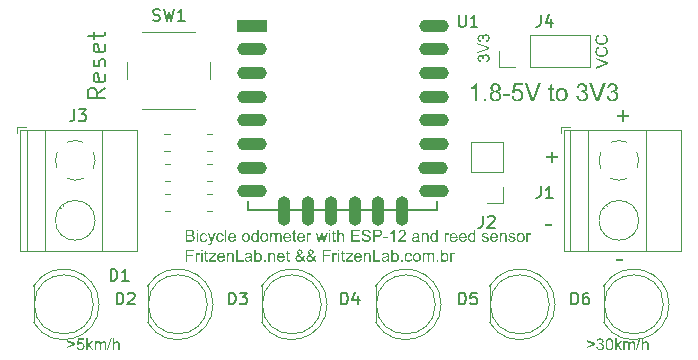
<source format=gbr>
%TF.GenerationSoftware,KiCad,Pcbnew,8.0.1*%
%TF.CreationDate,2024-06-21T13:32:41-03:00*%
%TF.ProjectId,bycicle-speedometer-v2,62796369-636c-4652-9d73-706565646f6d,rev?*%
%TF.SameCoordinates,Original*%
%TF.FileFunction,Legend,Top*%
%TF.FilePolarity,Positive*%
%FSLAX46Y46*%
G04 Gerber Fmt 4.6, Leading zero omitted, Abs format (unit mm)*
G04 Created by KiCad (PCBNEW 8.0.1) date 2024-06-21 13:32:41*
%MOMM*%
%LPD*%
G01*
G04 APERTURE LIST*
%ADD10C,0.187500*%
%ADD11C,0.150000*%
%ADD12C,0.120000*%
%ADD13C,0.152400*%
%ADD14R,2.500000X1.100000*%
%ADD15O,2.500000X1.100000*%
%ADD16O,1.100000X2.500000*%
G04 APERTURE END LIST*
D10*
G36*
X196286217Y-75245000D02*
G01*
X196100837Y-75245000D01*
X196100837Y-74057247D01*
X196044680Y-74105881D01*
X195982884Y-74150463D01*
X195924982Y-74186939D01*
X195859158Y-74224091D01*
X195791793Y-74257685D01*
X195729710Y-74283660D01*
X195729710Y-74096081D01*
X195795955Y-74062890D01*
X195867070Y-74021393D01*
X195933284Y-73976096D01*
X195994599Y-73926997D01*
X196001919Y-73920593D01*
X196055911Y-73869508D01*
X196106472Y-73812968D01*
X196150006Y-73751301D01*
X196166782Y-73720924D01*
X196286217Y-73720924D01*
X196286217Y-75245000D01*
G37*
G36*
X196859577Y-75245000D02*
G01*
X196859577Y-75033974D01*
X197070969Y-75033974D01*
X197070969Y-75245000D01*
X196859577Y-75245000D01*
G37*
G36*
X197914030Y-73726481D02*
G01*
X197989486Y-73743154D01*
X198057544Y-73770940D01*
X198126266Y-73816307D01*
X198149546Y-73837062D01*
X198202440Y-73898130D01*
X198240221Y-73965564D01*
X198262890Y-74039363D01*
X198270446Y-74119528D01*
X198262667Y-74195349D01*
X198236681Y-74268766D01*
X198215125Y-74304542D01*
X198160982Y-74362318D01*
X198094152Y-74405132D01*
X198047697Y-74425443D01*
X198120733Y-74455195D01*
X198183220Y-74493758D01*
X198240278Y-74546938D01*
X198259455Y-74571256D01*
X198297709Y-74638053D01*
X198321794Y-74712506D01*
X198331358Y-74786061D01*
X198331995Y-74811957D01*
X198325439Y-74893624D01*
X198305769Y-74969366D01*
X198272986Y-75039183D01*
X198227089Y-75103073D01*
X198194975Y-75136922D01*
X198130891Y-75188170D01*
X198058533Y-75226832D01*
X197977900Y-75252905D01*
X197902200Y-75265236D01*
X197834473Y-75268447D01*
X197753694Y-75263810D01*
X197678968Y-75249900D01*
X197599440Y-75221950D01*
X197528151Y-75181378D01*
X197473604Y-75136556D01*
X197420214Y-75075572D01*
X197379938Y-75008348D01*
X197352774Y-74934883D01*
X197338725Y-74855176D01*
X197336649Y-74808293D01*
X197527459Y-74808293D01*
X197536802Y-74885871D01*
X197562529Y-74956437D01*
X197564829Y-74961067D01*
X197608175Y-75023122D01*
X197667461Y-75070526D01*
X197676570Y-75075739D01*
X197748789Y-75104666D01*
X197825999Y-75115882D01*
X197836671Y-75116039D01*
X197915053Y-75107739D01*
X197984419Y-75082838D01*
X198050308Y-75036272D01*
X198055757Y-75031043D01*
X198101545Y-74973183D01*
X198132325Y-74899124D01*
X198142500Y-74822330D01*
X198142585Y-74814155D01*
X198133855Y-74735315D01*
X198107666Y-74665491D01*
X198064017Y-74604683D01*
X198053192Y-74593604D01*
X197993186Y-74547622D01*
X197924449Y-74518671D01*
X197846983Y-74506750D01*
X197830443Y-74506409D01*
X197752869Y-74514853D01*
X197684097Y-74540183D01*
X197624127Y-74582401D01*
X197613189Y-74592871D01*
X197567980Y-74650903D01*
X197537589Y-74724490D01*
X197527543Y-74800253D01*
X197527459Y-74808293D01*
X197336649Y-74808293D01*
X197336584Y-74806828D01*
X197342496Y-74727957D01*
X197360231Y-74656621D01*
X197393805Y-74586196D01*
X197411322Y-74560631D01*
X197464223Y-74504768D01*
X197529503Y-74461283D01*
X197598839Y-74432732D01*
X197624180Y-74425443D01*
X197551895Y-74391896D01*
X197489135Y-74345425D01*
X197453087Y-74303810D01*
X197417032Y-74234373D01*
X197400065Y-74161155D01*
X197397400Y-74114399D01*
X197398044Y-74107438D01*
X197587177Y-74107438D01*
X197596863Y-74183430D01*
X197629216Y-74253081D01*
X197656053Y-74285125D01*
X197719085Y-74329720D01*
X197789290Y-74350706D01*
X197835572Y-74354002D01*
X197910396Y-74344367D01*
X197979246Y-74312186D01*
X198011060Y-74285491D01*
X198055418Y-74224748D01*
X198077162Y-74153846D01*
X198079570Y-74117697D01*
X198069627Y-74044847D01*
X198036413Y-73976392D01*
X198008862Y-73944040D01*
X197945965Y-73898259D01*
X197871580Y-73875818D01*
X197833374Y-73873332D01*
X197758790Y-73883017D01*
X197689502Y-73915371D01*
X197657152Y-73942208D01*
X197611846Y-74002705D01*
X197588885Y-74077999D01*
X197587177Y-74107438D01*
X197398044Y-74107438D01*
X197404796Y-74034395D01*
X197426984Y-73961076D01*
X197463964Y-73894443D01*
X197515736Y-73834497D01*
X197579964Y-73784809D01*
X197653947Y-73749317D01*
X197726683Y-73729908D01*
X197806888Y-73721368D01*
X197831175Y-73720924D01*
X197914030Y-73726481D01*
G37*
G36*
X198486235Y-74799501D02*
G01*
X198486235Y-74611922D01*
X199055931Y-74611922D01*
X199055931Y-74799501D01*
X198486235Y-74799501D01*
G37*
G36*
X199205774Y-74846395D02*
G01*
X199400680Y-74829909D01*
X199417359Y-74904481D01*
X199446497Y-74974219D01*
X199491441Y-75034980D01*
X199501064Y-75044232D01*
X199564725Y-75087990D01*
X199637557Y-75111551D01*
X199691207Y-75116039D01*
X199770776Y-75105950D01*
X199842332Y-75075682D01*
X199905873Y-75025235D01*
X199917620Y-75012725D01*
X199962603Y-74949307D01*
X199992865Y-74875282D01*
X200007405Y-74800578D01*
X200010676Y-74739050D01*
X200005089Y-74662183D01*
X199985447Y-74585943D01*
X199951663Y-74520541D01*
X199921284Y-74482962D01*
X199860240Y-74433503D01*
X199788391Y-74402362D01*
X199714488Y-74389997D01*
X199687909Y-74389173D01*
X199612987Y-74397307D01*
X199540027Y-74424076D01*
X199526343Y-74431671D01*
X199465442Y-74476804D01*
X199418065Y-74533208D01*
X199412770Y-74541580D01*
X199238747Y-74518866D01*
X199384926Y-73744371D01*
X200136339Y-73744371D01*
X200136339Y-73920226D01*
X199533304Y-73920226D01*
X199451971Y-74326158D01*
X199520916Y-74287049D01*
X199591464Y-74259113D01*
X199663615Y-74242352D01*
X199737369Y-74236765D01*
X199820959Y-74243357D01*
X199898625Y-74263132D01*
X199970365Y-74296090D01*
X200036179Y-74342232D01*
X200071127Y-74374518D01*
X200124231Y-74438411D01*
X200164292Y-74509878D01*
X200191310Y-74588918D01*
X200204087Y-74662695D01*
X200207414Y-74728426D01*
X200203215Y-74803667D01*
X200187703Y-74886466D01*
X200160760Y-74963901D01*
X200122387Y-75035971D01*
X200087979Y-75084166D01*
X200029714Y-75146792D01*
X199964005Y-75196462D01*
X199890851Y-75233174D01*
X199810252Y-75256929D01*
X199737400Y-75266827D01*
X199691207Y-75268447D01*
X199616524Y-75264390D01*
X199536134Y-75249401D01*
X199463002Y-75223367D01*
X199397128Y-75186289D01*
X199354518Y-75153042D01*
X199302946Y-75098798D01*
X199262034Y-75037367D01*
X199231780Y-74968748D01*
X199212185Y-74892941D01*
X199205774Y-74846395D01*
G37*
G36*
X200880792Y-75245000D02*
G01*
X200295341Y-73720924D01*
X200511863Y-73720924D01*
X200904605Y-74829176D01*
X200929972Y-74902856D01*
X200952905Y-74973870D01*
X200975531Y-75049647D01*
X200983740Y-75079036D01*
X201006795Y-75000955D01*
X201029380Y-74930682D01*
X201053704Y-74860409D01*
X201065073Y-74829176D01*
X201473203Y-73720924D01*
X201677267Y-73720924D01*
X201085956Y-75245000D01*
X200880792Y-75245000D01*
G37*
G36*
X202812997Y-75075006D02*
G01*
X202839741Y-75245000D01*
X202765553Y-75262585D01*
X202699790Y-75268447D01*
X202625131Y-75263126D01*
X202553827Y-75241968D01*
X202542986Y-75236207D01*
X202486257Y-75187578D01*
X202464584Y-75150844D01*
X202448543Y-75075705D01*
X202443305Y-74997080D01*
X202442236Y-74928461D01*
X202442236Y-74289521D01*
X202305949Y-74289521D01*
X202305949Y-74142976D01*
X202442236Y-74142976D01*
X202442236Y-73876995D01*
X202626517Y-73767819D01*
X202626517Y-74142976D01*
X202812997Y-74142976D01*
X202812997Y-74289521D01*
X202626517Y-74289521D01*
X202626517Y-74943482D01*
X202629875Y-75019528D01*
X202636043Y-75047896D01*
X202667916Y-75084898D01*
X202731664Y-75098454D01*
X202803691Y-75079197D01*
X202812997Y-75075006D01*
G37*
G36*
X203517182Y-74124758D02*
G01*
X203593118Y-74140446D01*
X203663258Y-74166592D01*
X203727602Y-74203197D01*
X203786150Y-74250260D01*
X203804378Y-74268272D01*
X203853061Y-74327907D01*
X203891670Y-74395527D01*
X203920208Y-74471132D01*
X203938674Y-74554723D01*
X203946368Y-74630483D01*
X203947627Y-74678600D01*
X203945399Y-74754966D01*
X203937167Y-74836017D01*
X203922869Y-74908408D01*
X203899101Y-74980536D01*
X203884246Y-75012358D01*
X203844015Y-75076488D01*
X203794627Y-75132039D01*
X203736081Y-75179012D01*
X203699598Y-75201402D01*
X203629824Y-75233811D01*
X203556514Y-75255614D01*
X203479669Y-75266810D01*
X203435450Y-75268447D01*
X203352399Y-75263243D01*
X203275532Y-75247633D01*
X203204846Y-75221615D01*
X203140343Y-75185191D01*
X203082023Y-75138359D01*
X203063956Y-75120436D01*
X203015772Y-75060346D01*
X202977557Y-74991086D01*
X202949311Y-74912656D01*
X202933389Y-74840291D01*
X202924389Y-74761559D01*
X202922173Y-74693988D01*
X202922186Y-74693621D01*
X203113049Y-74693621D01*
X203116269Y-74769296D01*
X203128165Y-74848140D01*
X203152494Y-74925798D01*
X203188272Y-74990175D01*
X203204640Y-75010893D01*
X203259927Y-75061720D01*
X203330195Y-75098686D01*
X203409765Y-75115115D01*
X203435450Y-75116039D01*
X203509461Y-75107664D01*
X203583063Y-75078713D01*
X203647578Y-75029082D01*
X203665160Y-75010160D01*
X203709435Y-74941822D01*
X203736626Y-74866334D01*
X203751027Y-74788899D01*
X203756393Y-74714070D01*
X203756751Y-74687393D01*
X203753505Y-74614097D01*
X203741514Y-74537441D01*
X203716991Y-74461512D01*
X203675607Y-74390981D01*
X203664427Y-74377449D01*
X203609137Y-74326444D01*
X203539341Y-74289350D01*
X203460745Y-74272863D01*
X203435450Y-74271936D01*
X203360907Y-74280224D01*
X203286918Y-74308875D01*
X203222232Y-74357991D01*
X203204640Y-74376716D01*
X203160365Y-74444146D01*
X203133174Y-74518341D01*
X203118773Y-74594268D01*
X203113407Y-74667525D01*
X203113049Y-74693621D01*
X202922186Y-74693621D01*
X202924818Y-74620160D01*
X202935562Y-74534813D01*
X202954571Y-74457178D01*
X202981844Y-74387252D01*
X203025482Y-74313518D01*
X203081020Y-74250887D01*
X203091434Y-74241528D01*
X203156106Y-74193991D01*
X203226704Y-74158130D01*
X203303227Y-74133944D01*
X203385676Y-74121435D01*
X203435450Y-74119528D01*
X203517182Y-74124758D01*
G37*
G36*
X204692079Y-74847861D02*
G01*
X204877459Y-74822948D01*
X204896190Y-74895373D01*
X204923940Y-74963879D01*
X204967459Y-75028953D01*
X204985903Y-75047529D01*
X205048294Y-75089278D01*
X205120061Y-75111757D01*
X205173115Y-75116039D01*
X205251082Y-75107166D01*
X205321035Y-75080548D01*
X205382973Y-75036183D01*
X205394399Y-75025181D01*
X205441927Y-74964173D01*
X205471851Y-74894721D01*
X205484173Y-74816826D01*
X205484525Y-74800233D01*
X205476368Y-74724721D01*
X205448551Y-74651822D01*
X205400994Y-74589574D01*
X205338242Y-74542225D01*
X205264840Y-74514531D01*
X205188869Y-74506409D01*
X205112906Y-74514423D01*
X205057711Y-74526926D01*
X205078593Y-74352170D01*
X205108269Y-74354002D01*
X205187019Y-74346815D01*
X205260055Y-74325256D01*
X205321493Y-74293185D01*
X205375516Y-74243581D01*
X205408875Y-74171694D01*
X205416381Y-74105607D01*
X205404953Y-74029728D01*
X205367086Y-73960726D01*
X205347138Y-73939277D01*
X205284525Y-73896580D01*
X205208610Y-73875650D01*
X205169085Y-73873332D01*
X205093076Y-73882811D01*
X205022128Y-73914476D01*
X204988834Y-73940743D01*
X204941968Y-74000781D01*
X204911771Y-74072471D01*
X204896144Y-74142976D01*
X204710764Y-74110003D01*
X204729665Y-74032896D01*
X204756875Y-73963784D01*
X204798149Y-73894587D01*
X204850275Y-73835831D01*
X204865003Y-73822773D01*
X204928956Y-73778214D01*
X205000283Y-73746386D01*
X205078983Y-73727290D01*
X205153893Y-73721024D01*
X205165055Y-73720924D01*
X205240325Y-73726076D01*
X205318740Y-73743644D01*
X205392568Y-73773681D01*
X205458299Y-73814540D01*
X205512429Y-73864576D01*
X205551570Y-73918028D01*
X205585281Y-73988044D01*
X205603433Y-74061254D01*
X205606891Y-74111835D01*
X205598244Y-74188173D01*
X205572305Y-74258828D01*
X205554501Y-74289521D01*
X205503529Y-74349032D01*
X205441559Y-74394413D01*
X205398796Y-74416650D01*
X205469468Y-74439470D01*
X205536845Y-74477266D01*
X205592487Y-74528156D01*
X205606891Y-74545976D01*
X205646110Y-74612172D01*
X205670804Y-74688028D01*
X205680609Y-74764558D01*
X205681263Y-74791807D01*
X205674355Y-74876109D01*
X205653634Y-74954626D01*
X205619097Y-75027357D01*
X205570747Y-75094304D01*
X205536915Y-75129961D01*
X205480119Y-75177025D01*
X205407117Y-75219625D01*
X205326857Y-75248972D01*
X205252286Y-75263578D01*
X205172383Y-75268447D01*
X205088574Y-75262854D01*
X205011217Y-75246077D01*
X204940311Y-75218115D01*
X204875857Y-75178968D01*
X204841922Y-75151577D01*
X204789922Y-75096972D01*
X204748687Y-75035741D01*
X204718215Y-74967883D01*
X204698508Y-74893399D01*
X204692079Y-74847861D01*
G37*
G36*
X206365997Y-75245000D02*
G01*
X205780547Y-73720924D01*
X205997069Y-73720924D01*
X206389811Y-74829176D01*
X206415178Y-74902856D01*
X206438111Y-74973870D01*
X206460737Y-75049647D01*
X206468946Y-75079036D01*
X206492001Y-75000955D01*
X206514586Y-74930682D01*
X206538910Y-74860409D01*
X206550279Y-74829176D01*
X206958408Y-73720924D01*
X207162473Y-73720924D01*
X206571161Y-75245000D01*
X206365997Y-75245000D01*
G37*
G36*
X207259560Y-74847861D02*
G01*
X207444940Y-74822948D01*
X207463671Y-74895373D01*
X207491421Y-74963879D01*
X207534940Y-75028953D01*
X207553384Y-75047529D01*
X207615775Y-75089278D01*
X207687542Y-75111757D01*
X207740596Y-75116039D01*
X207818563Y-75107166D01*
X207888516Y-75080548D01*
X207950454Y-75036183D01*
X207961880Y-75025181D01*
X208009407Y-74964173D01*
X208039332Y-74894721D01*
X208051654Y-74816826D01*
X208052006Y-74800233D01*
X208043848Y-74724721D01*
X208016032Y-74651822D01*
X207968475Y-74589574D01*
X207905722Y-74542225D01*
X207832320Y-74514531D01*
X207756350Y-74506409D01*
X207680386Y-74514423D01*
X207625191Y-74526926D01*
X207646074Y-74352170D01*
X207675750Y-74354002D01*
X207754500Y-74346815D01*
X207827536Y-74325256D01*
X207888974Y-74293185D01*
X207942997Y-74243581D01*
X207976356Y-74171694D01*
X207983862Y-74105607D01*
X207972434Y-74029728D01*
X207934567Y-73960726D01*
X207914619Y-73939277D01*
X207852006Y-73896580D01*
X207776091Y-73875650D01*
X207736566Y-73873332D01*
X207660557Y-73882811D01*
X207589609Y-73914476D01*
X207556315Y-73940743D01*
X207509449Y-74000781D01*
X207479251Y-74072471D01*
X207463625Y-74142976D01*
X207278244Y-74110003D01*
X207297145Y-74032896D01*
X207324356Y-73963784D01*
X207365629Y-73894587D01*
X207417756Y-73835831D01*
X207432484Y-73822773D01*
X207496437Y-73778214D01*
X207567764Y-73746386D01*
X207646463Y-73727290D01*
X207721374Y-73721024D01*
X207732536Y-73720924D01*
X207807805Y-73726076D01*
X207886221Y-73743644D01*
X207960048Y-73773681D01*
X208025780Y-73814540D01*
X208079910Y-73864576D01*
X208119050Y-73918028D01*
X208152762Y-73988044D01*
X208170914Y-74061254D01*
X208174371Y-74111835D01*
X208165725Y-74188173D01*
X208139786Y-74258828D01*
X208121981Y-74289521D01*
X208071010Y-74349032D01*
X208009040Y-74394413D01*
X207966277Y-74416650D01*
X208036949Y-74439470D01*
X208104326Y-74477266D01*
X208159967Y-74528156D01*
X208174371Y-74545976D01*
X208213591Y-74612172D01*
X208238285Y-74688028D01*
X208248090Y-74764558D01*
X208248743Y-74791807D01*
X208241836Y-74876109D01*
X208221114Y-74954626D01*
X208186578Y-75027357D01*
X208138227Y-75094304D01*
X208104396Y-75129961D01*
X208047599Y-75177025D01*
X207974597Y-75219625D01*
X207894337Y-75248972D01*
X207819767Y-75263578D01*
X207739863Y-75268447D01*
X207656055Y-75262854D01*
X207578697Y-75246077D01*
X207507792Y-75218115D01*
X207443337Y-75178968D01*
X207409403Y-75151577D01*
X207357403Y-75096972D01*
X207316167Y-75035741D01*
X207285696Y-74967883D01*
X207265988Y-74893399D01*
X207259560Y-74847861D01*
G37*
G36*
X208067044Y-88799501D02*
G01*
X208067044Y-88611922D01*
X208636741Y-88611922D01*
X208636741Y-88799501D01*
X208067044Y-88799501D01*
G37*
G36*
X206243963Y-95876685D02*
G01*
X205576936Y-96173684D01*
X205576936Y-96048632D01*
X206105233Y-95822707D01*
X205576936Y-95610949D01*
X205576936Y-95485896D01*
X206243963Y-95767264D01*
X206243963Y-95876685D01*
G37*
G36*
X206375854Y-96065240D02*
G01*
X206499441Y-96048632D01*
X206511928Y-96096915D01*
X206530428Y-96142586D01*
X206559441Y-96185969D01*
X206571737Y-96198353D01*
X206613331Y-96226185D01*
X206661176Y-96241171D01*
X206696545Y-96244026D01*
X206748523Y-96238111D01*
X206795158Y-96220365D01*
X206836451Y-96190789D01*
X206844068Y-96183454D01*
X206875753Y-96142782D01*
X206895702Y-96096480D01*
X206903917Y-96044550D01*
X206904152Y-96033489D01*
X206898713Y-95983147D01*
X206880169Y-95934548D01*
X206848464Y-95893049D01*
X206806629Y-95861483D01*
X206757695Y-95843020D01*
X206707048Y-95837606D01*
X206656405Y-95842949D01*
X206619609Y-95851284D01*
X206633531Y-95734780D01*
X206653314Y-95736001D01*
X206705815Y-95731210D01*
X206754505Y-95716837D01*
X206795464Y-95695457D01*
X206831479Y-95662387D01*
X206853719Y-95614462D01*
X206858722Y-95570404D01*
X206851104Y-95519819D01*
X206825859Y-95473817D01*
X206812561Y-95459518D01*
X206770818Y-95431053D01*
X206720208Y-95417100D01*
X206693859Y-95415554D01*
X206643186Y-95421874D01*
X206595887Y-95442984D01*
X206573691Y-95460495D01*
X206542447Y-95500520D01*
X206522315Y-95548314D01*
X206511898Y-95595317D01*
X206388311Y-95573335D01*
X206400911Y-95521931D01*
X206419052Y-95475856D01*
X206446567Y-95429724D01*
X206481319Y-95390554D01*
X206491137Y-95381849D01*
X206533773Y-95352143D01*
X206581324Y-95330924D01*
X206633790Y-95318193D01*
X206683730Y-95314016D01*
X206691172Y-95313949D01*
X206741351Y-95317384D01*
X206793629Y-95329096D01*
X206842847Y-95349120D01*
X206886668Y-95376360D01*
X206922754Y-95409717D01*
X206948848Y-95445352D01*
X206971322Y-95492029D01*
X206983424Y-95540836D01*
X206985729Y-95574556D01*
X206979964Y-95625449D01*
X206962672Y-95672552D01*
X206950802Y-95693014D01*
X206916821Y-95732688D01*
X206875508Y-95762942D01*
X206846999Y-95777766D01*
X206894114Y-95792980D01*
X206939032Y-95818177D01*
X206976126Y-95852104D01*
X206985729Y-95863984D01*
X207011875Y-95908115D01*
X207028338Y-95958685D01*
X207034874Y-96009705D01*
X207035310Y-96027871D01*
X207030705Y-96084072D01*
X207016891Y-96136417D01*
X206993867Y-96184905D01*
X206961633Y-96229536D01*
X206939078Y-96253307D01*
X206901214Y-96284683D01*
X206852546Y-96313083D01*
X206799039Y-96332648D01*
X206749326Y-96342385D01*
X206696057Y-96345631D01*
X206640184Y-96341903D01*
X206588613Y-96330718D01*
X206541342Y-96312077D01*
X206498373Y-96285979D01*
X206475750Y-96267718D01*
X206441083Y-96231315D01*
X206413593Y-96190494D01*
X206393278Y-96145255D01*
X206380140Y-96095599D01*
X206375854Y-96065240D01*
G37*
G36*
X207535412Y-95317817D02*
G01*
X207584061Y-95329419D01*
X207624180Y-95346678D01*
X207667136Y-95375311D01*
X207704047Y-95412120D01*
X207725296Y-95441200D01*
X207750646Y-95486718D01*
X207770186Y-95533659D01*
X207784916Y-95580433D01*
X207787822Y-95591409D01*
X207797760Y-95639479D01*
X207804858Y-95695273D01*
X207808740Y-95750430D01*
X207810337Y-95802413D01*
X207810537Y-95830034D01*
X207809648Y-95883930D01*
X207806983Y-95934486D01*
X207801439Y-95990746D01*
X207793336Y-96042197D01*
X207780648Y-96096147D01*
X207774145Y-96117264D01*
X207753689Y-96168753D01*
X207728715Y-96214045D01*
X207699223Y-96253139D01*
X207665212Y-96286036D01*
X207621395Y-96314844D01*
X207571549Y-96334224D01*
X207522181Y-96343536D01*
X207482030Y-96345631D01*
X207429640Y-96341947D01*
X207381646Y-96330896D01*
X207331210Y-96308692D01*
X207286758Y-96276460D01*
X207253419Y-96240851D01*
X207224711Y-96197591D01*
X207200869Y-96146579D01*
X207185298Y-96100188D01*
X207172842Y-96048836D01*
X207163499Y-95992523D01*
X207157271Y-95931248D01*
X207154644Y-95882037D01*
X207153768Y-95830034D01*
X207153772Y-95829790D01*
X207280774Y-95829790D01*
X207281682Y-95889469D01*
X207284407Y-95943943D01*
X207288949Y-95993212D01*
X207297180Y-96047477D01*
X207310804Y-96101859D01*
X207331865Y-96150502D01*
X207338904Y-96161472D01*
X207373727Y-96201378D01*
X207417405Y-96230401D01*
X207466329Y-96243300D01*
X207482030Y-96244026D01*
X207532658Y-96235940D01*
X207577991Y-96211683D01*
X207614263Y-96176025D01*
X207625401Y-96161228D01*
X207648051Y-96117068D01*
X207663038Y-96066584D01*
X207672404Y-96015606D01*
X207678932Y-95956531D01*
X207682111Y-95903441D01*
X207683474Y-95845168D01*
X207683531Y-95829790D01*
X207682622Y-95769947D01*
X207679897Y-95715347D01*
X207675356Y-95665991D01*
X207667125Y-95611670D01*
X207653501Y-95557299D01*
X207632440Y-95508778D01*
X207625401Y-95497864D01*
X207590462Y-95458076D01*
X207546383Y-95429139D01*
X207496772Y-95416278D01*
X207480809Y-95415554D01*
X207430897Y-95422638D01*
X207383762Y-95446795D01*
X207347975Y-95483631D01*
X207344766Y-95488094D01*
X207319831Y-95536085D01*
X207303334Y-95589144D01*
X207293022Y-95641770D01*
X207285836Y-95702040D01*
X207282336Y-95755760D01*
X207280837Y-95814373D01*
X207280774Y-95829790D01*
X207153772Y-95829790D01*
X207154662Y-95775793D01*
X207157346Y-95724962D01*
X207162927Y-95668468D01*
X207171084Y-95616885D01*
X207183857Y-95562912D01*
X207190404Y-95541828D01*
X207211058Y-95490262D01*
X207236139Y-95444986D01*
X207265646Y-95405998D01*
X207299581Y-95373300D01*
X207343341Y-95344610D01*
X207393012Y-95325309D01*
X207442128Y-95316036D01*
X207482030Y-95313949D01*
X207535412Y-95317817D01*
G37*
G36*
X207967585Y-96330000D02*
G01*
X207967585Y-95313949D01*
X208091172Y-95313949D01*
X208091172Y-95894270D01*
X208383775Y-95595317D01*
X208543754Y-95595317D01*
X208264829Y-95867892D01*
X208572086Y-96330000D01*
X208419434Y-96330000D01*
X208178367Y-95954354D01*
X208091172Y-96038862D01*
X208091172Y-96330000D01*
X207967585Y-96330000D01*
G37*
G36*
X208666364Y-96330000D02*
G01*
X208666364Y-95595317D01*
X208777006Y-95595317D01*
X208777006Y-95696922D01*
X208808537Y-95657443D01*
X208847566Y-95624737D01*
X208868108Y-95611926D01*
X208913171Y-95592279D01*
X208962630Y-95581700D01*
X208998046Y-95579685D01*
X209050331Y-95583611D01*
X209099469Y-95596845D01*
X209130914Y-95612903D01*
X209170544Y-95647063D01*
X209198393Y-95691415D01*
X209204187Y-95705959D01*
X209238447Y-95663046D01*
X209276383Y-95629011D01*
X209325287Y-95600526D01*
X209379192Y-95584125D01*
X209429378Y-95579685D01*
X209480578Y-95583471D01*
X209530660Y-95596781D01*
X209576970Y-95622808D01*
X209596441Y-95640258D01*
X209627224Y-95684355D01*
X209645181Y-95734973D01*
X209653389Y-95788661D01*
X209654815Y-95826371D01*
X209654815Y-96330000D01*
X209531716Y-96330000D01*
X209531716Y-95866182D01*
X209530033Y-95815887D01*
X209522553Y-95767314D01*
X209519748Y-95758471D01*
X209492324Y-95717760D01*
X209476029Y-95705471D01*
X209429942Y-95687594D01*
X209402023Y-95685198D01*
X209352217Y-95691317D01*
X209304928Y-95711948D01*
X209274284Y-95736978D01*
X209245361Y-95779768D01*
X209229485Y-95831440D01*
X209223928Y-95881537D01*
X209223482Y-95902330D01*
X209223482Y-96330000D01*
X209099651Y-96330000D01*
X209099651Y-95851528D01*
X209096072Y-95799342D01*
X209082615Y-95750320D01*
X209069364Y-95726964D01*
X209029675Y-95695640D01*
X208979119Y-95685362D01*
X208970690Y-95685198D01*
X208920376Y-95692159D01*
X208873970Y-95713042D01*
X208835807Y-95747114D01*
X208811010Y-95790813D01*
X208809734Y-95794131D01*
X208796925Y-95845212D01*
X208791516Y-95895148D01*
X208789951Y-95948004D01*
X208789951Y-96330000D01*
X208666364Y-96330000D01*
G37*
G36*
X209739078Y-96345631D02*
G01*
X210030949Y-95298318D01*
X210129867Y-95298318D01*
X209838729Y-96345631D01*
X209739078Y-96345631D01*
G37*
G36*
X210220725Y-96330000D02*
G01*
X210220725Y-95313949D01*
X210344312Y-95313949D01*
X210344312Y-95679092D01*
X210384313Y-95640359D01*
X210428662Y-95611138D01*
X210477358Y-95591432D01*
X210530402Y-95581239D01*
X210562665Y-95579685D01*
X210615903Y-95583495D01*
X210664119Y-95594924D01*
X210703593Y-95611926D01*
X210746570Y-95641993D01*
X210778259Y-95680204D01*
X210789078Y-95700586D01*
X210804855Y-95750262D01*
X210812440Y-95802627D01*
X210814867Y-95851697D01*
X210814968Y-95864961D01*
X210814968Y-96330000D01*
X210691137Y-96330000D01*
X210691137Y-95863984D01*
X210687201Y-95810504D01*
X210673781Y-95763190D01*
X210650837Y-95727941D01*
X210609383Y-95698722D01*
X210559421Y-95686242D01*
X210537264Y-95685198D01*
X210487193Y-95691531D01*
X210440020Y-95710529D01*
X210433949Y-95714019D01*
X210394676Y-95745371D01*
X210366153Y-95788869D01*
X210364829Y-95791933D01*
X210350804Y-95842041D01*
X210345294Y-95891448D01*
X210344312Y-95927487D01*
X210344312Y-96330000D01*
X210220725Y-96330000D01*
G37*
G36*
X202067044Y-85799501D02*
G01*
X202067044Y-85611922D01*
X202636741Y-85611922D01*
X202636741Y-85799501D01*
X202067044Y-85799501D01*
G37*
G36*
X202528663Y-80510526D02*
G01*
X202528663Y-80100198D01*
X202117602Y-80100198D01*
X202117602Y-79924344D01*
X202528663Y-79924344D01*
X202528663Y-79525739D01*
X202703785Y-79525739D01*
X202703785Y-79924344D01*
X203114846Y-79924344D01*
X203114846Y-80100198D01*
X202703785Y-80100198D01*
X202703785Y-80510526D01*
X202528663Y-80510526D01*
G37*
G36*
X207330000Y-72103593D02*
G01*
X206313949Y-72493893D01*
X206313949Y-72349546D01*
X207052784Y-72087718D01*
X207101904Y-72070806D01*
X207149246Y-72055518D01*
X207199765Y-72040434D01*
X207219357Y-72034961D01*
X207167303Y-72019591D01*
X207120454Y-72004534D01*
X207073606Y-71988318D01*
X207052784Y-71980739D01*
X206313949Y-71708653D01*
X206313949Y-71572609D01*
X207330000Y-71966817D01*
X207330000Y-72103593D01*
G37*
G36*
X206970474Y-70739986D02*
G01*
X207004180Y-70606629D01*
X207054302Y-70621391D01*
X207100560Y-70639420D01*
X207150969Y-70665369D01*
X207195815Y-70696024D01*
X207235096Y-70731384D01*
X207258192Y-70757571D01*
X207287908Y-70800038D01*
X207311475Y-70845922D01*
X207328895Y-70895224D01*
X207340166Y-70947943D01*
X207345289Y-71004080D01*
X207345631Y-71023551D01*
X207344003Y-71072976D01*
X207337752Y-71128366D01*
X207326813Y-71179479D01*
X207311185Y-71226317D01*
X207287027Y-71275556D01*
X207278953Y-71288555D01*
X207246929Y-71330788D01*
X207209202Y-71368370D01*
X207165772Y-71401300D01*
X207116638Y-71429579D01*
X207086001Y-71443649D01*
X207037904Y-71461744D01*
X206988502Y-71476095D01*
X206937795Y-71486703D01*
X206885783Y-71493566D01*
X206832465Y-71496686D01*
X206814403Y-71496894D01*
X206756477Y-71494782D01*
X206701402Y-71488445D01*
X206649178Y-71477883D01*
X206599805Y-71463097D01*
X206553282Y-71444086D01*
X206538408Y-71436810D01*
X206489615Y-71408093D01*
X206446245Y-71374513D01*
X206408298Y-71336072D01*
X206375773Y-71292768D01*
X206359623Y-71265840D01*
X206335735Y-71216169D01*
X206317715Y-71164394D01*
X206305562Y-71110515D01*
X206299276Y-71054532D01*
X206298318Y-71021598D01*
X206301057Y-70966594D01*
X206309274Y-70914974D01*
X206322970Y-70866737D01*
X206345872Y-70814736D01*
X206376231Y-70767341D01*
X206413357Y-70725239D01*
X206456560Y-70689122D01*
X206498429Y-70662927D01*
X206544763Y-70641128D01*
X206595561Y-70623726D01*
X206626580Y-70755129D01*
X206580348Y-70771928D01*
X206534667Y-70794849D01*
X206492399Y-70825379D01*
X206462937Y-70856734D01*
X206435889Y-70901747D01*
X206418859Y-70953439D01*
X206412097Y-71005671D01*
X206411646Y-71024284D01*
X206414334Y-71073229D01*
X206423990Y-71124730D01*
X206440667Y-71171499D01*
X206467822Y-71218457D01*
X206502454Y-71258632D01*
X206543153Y-71291504D01*
X206589918Y-71317073D01*
X206618520Y-71328122D01*
X206666163Y-71341907D01*
X206714569Y-71351753D01*
X206763738Y-71357660D01*
X206813670Y-71359630D01*
X206868833Y-71357841D01*
X206920840Y-71352477D01*
X206969692Y-71343536D01*
X207021658Y-71328939D01*
X207040083Y-71322260D01*
X207085283Y-71300874D01*
X207128871Y-71270647D01*
X207164770Y-71233889D01*
X207184431Y-71205757D01*
X207207572Y-71160219D01*
X207223139Y-71112634D01*
X207231134Y-71063001D01*
X207232302Y-71034542D01*
X207228181Y-70980748D01*
X207215816Y-70931228D01*
X207195208Y-70885982D01*
X207166357Y-70845010D01*
X207129385Y-70809320D01*
X207084413Y-70779919D01*
X207038502Y-70759353D01*
X206986466Y-70743601D01*
X206970474Y-70739986D01*
G37*
G36*
X206970474Y-69729797D02*
G01*
X207004180Y-69596441D01*
X207054302Y-69611202D01*
X207100560Y-69629232D01*
X207150969Y-69655181D01*
X207195815Y-69685835D01*
X207235096Y-69721195D01*
X207258192Y-69747383D01*
X207287908Y-69789849D01*
X207311475Y-69835734D01*
X207328895Y-69885035D01*
X207340166Y-69937755D01*
X207345289Y-69993891D01*
X207345631Y-70013363D01*
X207344003Y-70062788D01*
X207337752Y-70118177D01*
X207326813Y-70169291D01*
X207311185Y-70216128D01*
X207287027Y-70265367D01*
X207278953Y-70278367D01*
X207246929Y-70320600D01*
X207209202Y-70358181D01*
X207165772Y-70391112D01*
X207116638Y-70419390D01*
X207086001Y-70433461D01*
X207037904Y-70451556D01*
X206988502Y-70465907D01*
X206937795Y-70476514D01*
X206885783Y-70483378D01*
X206832465Y-70486498D01*
X206814403Y-70486706D01*
X206756477Y-70484593D01*
X206701402Y-70478256D01*
X206649178Y-70467695D01*
X206599805Y-70452909D01*
X206553282Y-70433898D01*
X206538408Y-70426622D01*
X206489615Y-70397904D01*
X206446245Y-70364325D01*
X206408298Y-70325883D01*
X206375773Y-70282580D01*
X206359623Y-70255652D01*
X206335735Y-70205981D01*
X206317715Y-70154205D01*
X206305562Y-70100326D01*
X206299276Y-70044344D01*
X206298318Y-70011409D01*
X206301057Y-69956406D01*
X206309274Y-69904786D01*
X206322970Y-69856549D01*
X206345872Y-69804548D01*
X206376231Y-69757152D01*
X206413357Y-69715051D01*
X206456560Y-69678934D01*
X206498429Y-69652739D01*
X206544763Y-69630940D01*
X206595561Y-69613538D01*
X206626580Y-69744940D01*
X206580348Y-69761740D01*
X206534667Y-69784661D01*
X206492399Y-69815191D01*
X206462937Y-69846545D01*
X206435889Y-69891558D01*
X206418859Y-69943250D01*
X206412097Y-69995483D01*
X206411646Y-70014096D01*
X206414334Y-70063041D01*
X206423990Y-70114542D01*
X206440667Y-70161311D01*
X206467822Y-70208269D01*
X206502454Y-70248444D01*
X206543153Y-70281316D01*
X206589918Y-70306885D01*
X206618520Y-70317934D01*
X206666163Y-70331718D01*
X206714569Y-70341564D01*
X206763738Y-70347472D01*
X206813670Y-70349441D01*
X206868833Y-70347653D01*
X206920840Y-70342289D01*
X206969692Y-70333348D01*
X207021658Y-70318750D01*
X207040083Y-70312072D01*
X207085283Y-70290686D01*
X207128871Y-70260458D01*
X207164770Y-70223701D01*
X207184431Y-70195568D01*
X207207572Y-70150031D01*
X207223139Y-70102446D01*
X207231134Y-70052813D01*
X207232302Y-70024354D01*
X207228181Y-69970560D01*
X207215816Y-69921039D01*
X207195208Y-69875793D01*
X207166357Y-69834822D01*
X207129385Y-69799132D01*
X207084413Y-69769731D01*
X207038502Y-69749164D01*
X206986466Y-69733413D01*
X206970474Y-69729797D01*
G37*
G36*
X172035700Y-86135857D02*
G01*
X172084778Y-86141582D01*
X172133166Y-86152584D01*
X172165806Y-86164480D01*
X172210251Y-86189226D01*
X172247539Y-86221823D01*
X172275226Y-86258269D01*
X172297753Y-86302452D01*
X172311664Y-86352232D01*
X172314794Y-86390648D01*
X172308989Y-86441631D01*
X172291575Y-86490195D01*
X172279623Y-86511793D01*
X172248379Y-86551234D01*
X172207037Y-86584562D01*
X172173866Y-86603384D01*
X172221906Y-86621824D01*
X172267444Y-86649473D01*
X172304729Y-86684659D01*
X172314305Y-86696685D01*
X172340194Y-86740109D01*
X172356494Y-86788257D01*
X172363206Y-86841127D01*
X172363398Y-86852267D01*
X172359208Y-86904898D01*
X172346637Y-86954712D01*
X172333600Y-86986357D01*
X172309260Y-87028901D01*
X172275827Y-87068464D01*
X172259839Y-87082100D01*
X172217070Y-87108293D01*
X172169653Y-87127090D01*
X172149441Y-87132903D01*
X172100386Y-87142636D01*
X172049629Y-87147979D01*
X171998931Y-87149933D01*
X171987020Y-87150000D01*
X171603070Y-87150000D01*
X171603070Y-86673237D01*
X171736427Y-86673237D01*
X171736427Y-87032763D01*
X171987020Y-87032763D01*
X172036100Y-87031828D01*
X172077634Y-87027878D01*
X172124697Y-87014629D01*
X172154570Y-86999302D01*
X172190444Y-86965231D01*
X172205373Y-86941172D01*
X172221567Y-86894400D01*
X172225401Y-86853000D01*
X172219068Y-86801602D01*
X172198353Y-86754112D01*
X172196580Y-86751395D01*
X172162142Y-86714637D01*
X172116468Y-86690823D01*
X172067536Y-86679437D01*
X172014482Y-86674337D01*
X171969190Y-86673237D01*
X171736427Y-86673237D01*
X171603070Y-86673237D01*
X171603070Y-86251186D01*
X171736427Y-86251186D01*
X171736427Y-86556001D01*
X171954047Y-86556001D01*
X172004546Y-86554856D01*
X172055504Y-86549944D01*
X172081053Y-86544277D01*
X172125750Y-86524188D01*
X172157745Y-86494207D01*
X172178482Y-86448999D01*
X172183391Y-86406036D01*
X172176636Y-86356024D01*
X172159455Y-86317620D01*
X172123712Y-86280812D01*
X172090823Y-86265352D01*
X172039512Y-86255668D01*
X171987920Y-86252071D01*
X171937683Y-86251186D01*
X171736427Y-86251186D01*
X171603070Y-86251186D01*
X171603070Y-86133949D01*
X171980914Y-86133949D01*
X172035700Y-86135857D01*
G37*
G36*
X172526552Y-86274633D02*
G01*
X172526552Y-86133949D01*
X172650139Y-86133949D01*
X172650139Y-86274633D01*
X172526552Y-86274633D01*
G37*
G36*
X172526552Y-87150000D02*
G01*
X172526552Y-86415317D01*
X172650139Y-86415317D01*
X172650139Y-87150000D01*
X172526552Y-87150000D01*
G37*
G36*
X173312526Y-86884263D02*
G01*
X173434159Y-86900139D01*
X173422428Y-86952053D01*
X173404760Y-86998801D01*
X173377298Y-87045901D01*
X173342081Y-87086255D01*
X173332065Y-87095289D01*
X173288681Y-87126064D01*
X173240596Y-87148046D01*
X173187809Y-87161235D01*
X173137764Y-87165562D01*
X173130321Y-87165631D01*
X173076236Y-87162179D01*
X173026273Y-87151824D01*
X172980432Y-87134564D01*
X172932159Y-87105703D01*
X172895248Y-87073486D01*
X172889497Y-87067445D01*
X172858619Y-87027537D01*
X172834130Y-86981636D01*
X172816030Y-86929741D01*
X172805826Y-86881917D01*
X172800058Y-86829931D01*
X172798639Y-86785345D01*
X172800509Y-86734839D01*
X172807225Y-86680609D01*
X172818827Y-86630104D01*
X172835313Y-86583324D01*
X172837718Y-86577739D01*
X172863044Y-86531128D01*
X172894785Y-86491589D01*
X172932939Y-86459120D01*
X172956908Y-86444138D01*
X173003072Y-86422650D01*
X173051439Y-86408194D01*
X173102008Y-86400771D01*
X173131053Y-86399685D01*
X173181012Y-86402572D01*
X173233013Y-86412941D01*
X173279579Y-86430851D01*
X173325471Y-86460013D01*
X173363752Y-86497947D01*
X173393417Y-86543879D01*
X173412552Y-86591423D01*
X173422435Y-86631228D01*
X173302267Y-86649790D01*
X173287228Y-86603269D01*
X173261418Y-86559527D01*
X173241207Y-86538660D01*
X173196424Y-86511837D01*
X173147363Y-86501619D01*
X173135938Y-86501290D01*
X173086101Y-86506623D01*
X173037253Y-86525056D01*
X172995273Y-86556654D01*
X172984019Y-86568702D01*
X172955801Y-86612822D01*
X172938471Y-86662453D01*
X172929293Y-86713919D01*
X172925873Y-86764005D01*
X172925645Y-86781926D01*
X172927629Y-86834588D01*
X172934957Y-86888842D01*
X172949943Y-86941373D01*
X172975233Y-86988392D01*
X172982065Y-86997103D01*
X173020667Y-87032395D01*
X173065947Y-87054615D01*
X173117906Y-87063765D01*
X173129099Y-87064026D01*
X173180287Y-87057844D01*
X173228067Y-87037193D01*
X173250488Y-87020062D01*
X173282110Y-86980243D01*
X173302286Y-86932035D01*
X173312526Y-86884263D01*
G37*
G36*
X173530390Y-87432344D02*
G01*
X173516713Y-87318771D01*
X173565509Y-87328464D01*
X173587543Y-87329762D01*
X173636229Y-87323067D01*
X173653244Y-87315596D01*
X173689923Y-87282204D01*
X173694033Y-87276029D01*
X173714107Y-87229985D01*
X173731646Y-87181018D01*
X173742637Y-87150000D01*
X173465910Y-86415317D01*
X173599023Y-86415317D01*
X173750942Y-86840544D01*
X173767082Y-86886676D01*
X173782257Y-86934121D01*
X173796466Y-86982881D01*
X173803942Y-87010537D01*
X173816552Y-86962643D01*
X173830475Y-86915405D01*
X173845712Y-86868825D01*
X173854745Y-86843230D01*
X174010572Y-86415317D01*
X174134159Y-86415317D01*
X173856699Y-87161723D01*
X173838102Y-87211006D01*
X173819196Y-87258484D01*
X173799085Y-87304566D01*
X173787334Y-87328053D01*
X173761230Y-87369578D01*
X173727303Y-87406303D01*
X173711618Y-87418178D01*
X173664968Y-87439794D01*
X173613691Y-87446971D01*
X173610013Y-87446999D01*
X173559634Y-87440688D01*
X173530390Y-87432344D01*
G37*
G36*
X174711549Y-86884263D02*
G01*
X174833182Y-86900139D01*
X174821451Y-86952053D01*
X174803783Y-86998801D01*
X174776321Y-87045901D01*
X174741104Y-87086255D01*
X174731088Y-87095289D01*
X174687704Y-87126064D01*
X174639619Y-87148046D01*
X174586832Y-87161235D01*
X174536787Y-87165562D01*
X174529344Y-87165631D01*
X174475259Y-87162179D01*
X174425296Y-87151824D01*
X174379455Y-87134564D01*
X174331182Y-87105703D01*
X174294271Y-87073486D01*
X174288520Y-87067445D01*
X174257642Y-87027537D01*
X174233153Y-86981636D01*
X174215053Y-86929741D01*
X174204849Y-86881917D01*
X174199081Y-86829931D01*
X174197662Y-86785345D01*
X174199532Y-86734839D01*
X174206248Y-86680609D01*
X174217850Y-86630104D01*
X174234336Y-86583324D01*
X174236741Y-86577739D01*
X174262067Y-86531128D01*
X174293808Y-86491589D01*
X174331962Y-86459120D01*
X174355931Y-86444138D01*
X174402095Y-86422650D01*
X174450462Y-86408194D01*
X174501031Y-86400771D01*
X174530076Y-86399685D01*
X174580035Y-86402572D01*
X174632036Y-86412941D01*
X174678602Y-86430851D01*
X174724494Y-86460013D01*
X174762775Y-86497947D01*
X174792440Y-86543879D01*
X174811575Y-86591423D01*
X174821458Y-86631228D01*
X174701290Y-86649790D01*
X174686251Y-86603269D01*
X174660441Y-86559527D01*
X174640230Y-86538660D01*
X174595447Y-86511837D01*
X174546386Y-86501619D01*
X174534961Y-86501290D01*
X174485124Y-86506623D01*
X174436276Y-86525056D01*
X174394296Y-86556654D01*
X174383042Y-86568702D01*
X174354824Y-86612822D01*
X174337494Y-86662453D01*
X174328316Y-86713919D01*
X174324896Y-86764005D01*
X174324668Y-86781926D01*
X174326652Y-86834588D01*
X174333980Y-86888842D01*
X174348966Y-86941373D01*
X174374256Y-86988392D01*
X174381088Y-86997103D01*
X174419690Y-87032395D01*
X174464970Y-87054615D01*
X174516929Y-87063765D01*
X174528122Y-87064026D01*
X174579310Y-87057844D01*
X174627090Y-87037193D01*
X174649511Y-87020062D01*
X174681133Y-86980243D01*
X174701309Y-86932035D01*
X174711549Y-86884263D01*
G37*
G36*
X174932100Y-87150000D02*
G01*
X174932100Y-86133949D01*
X175055931Y-86133949D01*
X175055931Y-87150000D01*
X174932100Y-87150000D01*
G37*
G36*
X175598124Y-86403266D02*
G01*
X175647319Y-86414008D01*
X175699939Y-86435591D01*
X175747417Y-86466922D01*
X175784019Y-86501535D01*
X175815561Y-86542639D01*
X175840577Y-86589565D01*
X175859066Y-86642313D01*
X175869490Y-86690717D01*
X175875381Y-86743163D01*
X175876831Y-86788032D01*
X175876343Y-86821737D01*
X175332170Y-86821737D01*
X175337756Y-86870505D01*
X175350495Y-86919800D01*
X175372928Y-86967046D01*
X175400069Y-87001744D01*
X175441319Y-87034588D01*
X175488436Y-87055268D01*
X175541420Y-87063783D01*
X175552721Y-87064026D01*
X175604624Y-87058181D01*
X175653217Y-87038813D01*
X175668736Y-87028611D01*
X175704525Y-86992862D01*
X175731693Y-86947485D01*
X175744940Y-86915526D01*
X175872923Y-86931158D01*
X175857207Y-86977500D01*
X175833207Y-87024624D01*
X175802764Y-87065519D01*
X175765879Y-87100186D01*
X175760816Y-87104082D01*
X175717081Y-87131010D01*
X175667698Y-87150244D01*
X175619855Y-87160762D01*
X175567688Y-87165391D01*
X175551988Y-87165631D01*
X175494323Y-87162153D01*
X175441312Y-87151721D01*
X175392955Y-87134333D01*
X175349252Y-87109989D01*
X175310202Y-87078691D01*
X175298220Y-87066713D01*
X175266346Y-87026727D01*
X175241067Y-86981144D01*
X175222383Y-86929962D01*
X175210293Y-86873181D01*
X175205255Y-86821587D01*
X175204431Y-86788764D01*
X175206744Y-86733007D01*
X175208472Y-86720132D01*
X175339009Y-86720132D01*
X175746406Y-86720132D01*
X175739358Y-86669827D01*
X175724290Y-86618733D01*
X175699755Y-86576029D01*
X175663745Y-86539900D01*
X175617253Y-86513625D01*
X175569578Y-86502458D01*
X175546615Y-86501290D01*
X175495987Y-86507110D01*
X175446412Y-86526956D01*
X175406904Y-86557219D01*
X175403244Y-86560886D01*
X175372099Y-86602044D01*
X175351018Y-86651027D01*
X175340652Y-86701800D01*
X175339009Y-86720132D01*
X175208472Y-86720132D01*
X175213685Y-86681293D01*
X175225253Y-86633621D01*
X175245243Y-86581752D01*
X175271896Y-86535705D01*
X175299197Y-86501779D01*
X175336718Y-86467083D01*
X175378206Y-86439566D01*
X175423661Y-86419227D01*
X175473083Y-86406066D01*
X175526472Y-86400084D01*
X175545150Y-86399685D01*
X175598124Y-86403266D01*
G37*
G36*
X176763699Y-86403172D02*
G01*
X176814323Y-86413630D01*
X176861083Y-86431061D01*
X176903979Y-86455464D01*
X176943011Y-86486840D01*
X176955163Y-86498848D01*
X176987618Y-86538604D01*
X177013358Y-86583684D01*
X177032383Y-86634088D01*
X177044694Y-86689815D01*
X177049823Y-86740322D01*
X177050662Y-86772400D01*
X177049177Y-86823310D01*
X177043689Y-86877345D01*
X177034157Y-86925605D01*
X177018312Y-86973691D01*
X177008408Y-86994905D01*
X176981588Y-87037658D01*
X176948662Y-87074693D01*
X176909632Y-87106008D01*
X176885310Y-87120935D01*
X176838794Y-87142541D01*
X176789921Y-87157076D01*
X176738691Y-87164540D01*
X176709211Y-87165631D01*
X176653844Y-87162162D01*
X176602599Y-87151755D01*
X176555475Y-87134410D01*
X176512473Y-87110127D01*
X176473593Y-87078906D01*
X176461549Y-87066957D01*
X176429426Y-87026897D01*
X176403949Y-86980724D01*
X176385119Y-86928437D01*
X176374504Y-86880194D01*
X176368504Y-86827706D01*
X176367027Y-86782658D01*
X176367036Y-86782414D01*
X176494277Y-86782414D01*
X176496424Y-86832864D01*
X176504355Y-86885427D01*
X176520574Y-86937199D01*
X176544426Y-86980117D01*
X176555338Y-86993928D01*
X176592196Y-87027813D01*
X176639041Y-87052457D01*
X176692088Y-87063410D01*
X176709211Y-87064026D01*
X176758552Y-87058443D01*
X176807620Y-87039142D01*
X176850630Y-87006054D01*
X176862351Y-86993440D01*
X176891868Y-86947881D01*
X176909995Y-86897556D01*
X176919596Y-86845932D01*
X176923173Y-86796047D01*
X176923412Y-86778262D01*
X176921248Y-86729398D01*
X176913254Y-86678294D01*
X176896905Y-86627675D01*
X176869316Y-86580654D01*
X176861863Y-86571632D01*
X176825002Y-86537629D01*
X176778472Y-86512900D01*
X176726074Y-86501909D01*
X176709211Y-86501290D01*
X176659516Y-86506816D01*
X176610190Y-86525917D01*
X176567066Y-86558660D01*
X176555338Y-86571144D01*
X176525821Y-86616097D01*
X176507694Y-86665560D01*
X176498094Y-86716178D01*
X176494516Y-86765016D01*
X176494277Y-86782414D01*
X176367036Y-86782414D01*
X176368790Y-86733440D01*
X176375953Y-86676542D01*
X176388625Y-86624785D01*
X176406807Y-86578168D01*
X176435899Y-86529012D01*
X176472925Y-86487258D01*
X176479867Y-86481018D01*
X176522982Y-86449327D01*
X176570047Y-86425420D01*
X176621062Y-86409296D01*
X176676028Y-86400956D01*
X176709211Y-86399685D01*
X176763699Y-86403172D01*
G37*
G36*
X177779727Y-87150000D02*
G01*
X177665177Y-87150000D01*
X177665177Y-87057920D01*
X177631615Y-87099889D01*
X177591834Y-87131551D01*
X177545836Y-87152903D01*
X177493620Y-87163948D01*
X177460990Y-87165631D01*
X177407853Y-87160908D01*
X177357435Y-87146740D01*
X177309736Y-87123127D01*
X177300523Y-87117271D01*
X177262033Y-87087054D01*
X177228721Y-87050810D01*
X177200587Y-87008538D01*
X177187194Y-86982449D01*
X177167831Y-86931648D01*
X177155940Y-86883086D01*
X177149055Y-86831318D01*
X177147138Y-86783391D01*
X177147159Y-86782903D01*
X177274145Y-86782903D01*
X177276223Y-86833418D01*
X177283900Y-86885993D01*
X177299600Y-86937692D01*
X177326094Y-86985161D01*
X177333251Y-86994173D01*
X177372268Y-87031009D01*
X177415435Y-87054203D01*
X177467713Y-87063958D01*
X177472714Y-87064026D01*
X177525576Y-87056147D01*
X177572667Y-87032510D01*
X177610467Y-86997348D01*
X177637859Y-86954159D01*
X177654681Y-86906459D01*
X177663590Y-86857534D01*
X177667076Y-86801900D01*
X177667131Y-86793405D01*
X177665096Y-86739627D01*
X177657578Y-86684026D01*
X177644520Y-86636116D01*
X177622813Y-86590779D01*
X177609246Y-86571877D01*
X177570620Y-86534653D01*
X177526795Y-86511217D01*
X177477770Y-86501566D01*
X177467341Y-86501290D01*
X177418392Y-86507921D01*
X177370664Y-86530532D01*
X177332835Y-86565013D01*
X177329344Y-86569190D01*
X177302660Y-86613448D01*
X177286273Y-86663201D01*
X177277595Y-86714774D01*
X177274360Y-86764952D01*
X177274145Y-86782903D01*
X177147159Y-86782903D01*
X177149413Y-86729825D01*
X177156236Y-86678794D01*
X177167609Y-86630297D01*
X177183531Y-86584333D01*
X177206880Y-86537353D01*
X177235986Y-86496981D01*
X177275080Y-86459872D01*
X177292707Y-86447313D01*
X177339891Y-86422197D01*
X177390461Y-86406383D01*
X177444419Y-86399872D01*
X177455617Y-86399685D01*
X177506820Y-86404482D01*
X177556641Y-86420377D01*
X177573098Y-86428750D01*
X177614498Y-86457381D01*
X177648512Y-86492837D01*
X177656873Y-86504221D01*
X177656873Y-86133949D01*
X177779727Y-86133949D01*
X177779727Y-87150000D01*
G37*
G36*
X178320991Y-86403172D02*
G01*
X178371616Y-86413630D01*
X178418376Y-86431061D01*
X178461272Y-86455464D01*
X178500304Y-86486840D01*
X178512456Y-86498848D01*
X178544911Y-86538604D01*
X178570651Y-86583684D01*
X178589676Y-86634088D01*
X178601986Y-86689815D01*
X178607115Y-86740322D01*
X178607955Y-86772400D01*
X178606469Y-86823310D01*
X178600981Y-86877345D01*
X178591449Y-86925605D01*
X178575604Y-86973691D01*
X178565701Y-86994905D01*
X178538880Y-87037658D01*
X178505955Y-87074693D01*
X178466924Y-87106008D01*
X178442602Y-87120935D01*
X178396086Y-87142541D01*
X178347213Y-87157076D01*
X178295983Y-87164540D01*
X178266503Y-87165631D01*
X178211137Y-87162162D01*
X178159891Y-87151755D01*
X178112768Y-87134410D01*
X178069766Y-87110127D01*
X178030885Y-87078906D01*
X178018841Y-87066957D01*
X177986718Y-87026897D01*
X177961242Y-86980724D01*
X177942411Y-86928437D01*
X177931796Y-86880194D01*
X177925796Y-86827706D01*
X177924319Y-86782658D01*
X177924328Y-86782414D01*
X178051570Y-86782414D01*
X178053716Y-86832864D01*
X178061647Y-86885427D01*
X178077866Y-86937199D01*
X178101718Y-86980117D01*
X178112630Y-86993928D01*
X178149489Y-87027813D01*
X178196334Y-87052457D01*
X178249380Y-87063410D01*
X178266503Y-87064026D01*
X178315844Y-87058443D01*
X178364912Y-87039142D01*
X178407922Y-87006054D01*
X178419644Y-86993440D01*
X178449160Y-86947881D01*
X178467288Y-86897556D01*
X178476888Y-86845932D01*
X178480466Y-86796047D01*
X178480704Y-86778262D01*
X178478540Y-86729398D01*
X178470546Y-86678294D01*
X178454197Y-86627675D01*
X178426608Y-86580654D01*
X178419155Y-86571632D01*
X178382295Y-86537629D01*
X178335765Y-86512900D01*
X178283367Y-86501909D01*
X178266503Y-86501290D01*
X178216808Y-86506816D01*
X178167482Y-86525917D01*
X178124358Y-86558660D01*
X178112630Y-86571144D01*
X178083114Y-86616097D01*
X178064986Y-86665560D01*
X178055386Y-86716178D01*
X178051808Y-86765016D01*
X178051570Y-86782414D01*
X177924328Y-86782414D01*
X177926082Y-86733440D01*
X177933245Y-86676542D01*
X177945917Y-86624785D01*
X177964100Y-86578168D01*
X177993191Y-86529012D01*
X178030217Y-86487258D01*
X178037159Y-86481018D01*
X178080274Y-86449327D01*
X178127339Y-86425420D01*
X178178355Y-86409296D01*
X178233321Y-86400956D01*
X178266503Y-86399685D01*
X178320991Y-86403172D01*
G37*
G36*
X178749127Y-87150000D02*
G01*
X178749127Y-86415317D01*
X178859769Y-86415317D01*
X178859769Y-86516922D01*
X178891301Y-86477443D01*
X178930330Y-86444737D01*
X178950872Y-86431926D01*
X178995935Y-86412279D01*
X179045394Y-86401700D01*
X179080809Y-86399685D01*
X179133094Y-86403611D01*
X179182233Y-86416845D01*
X179213677Y-86432903D01*
X179253307Y-86467063D01*
X179281157Y-86511415D01*
X179286950Y-86525959D01*
X179321211Y-86483046D01*
X179359147Y-86449011D01*
X179408050Y-86420526D01*
X179461956Y-86404125D01*
X179512142Y-86399685D01*
X179563341Y-86403471D01*
X179613423Y-86416781D01*
X179659734Y-86442808D01*
X179679204Y-86460258D01*
X179709987Y-86504355D01*
X179727944Y-86554973D01*
X179736153Y-86608661D01*
X179737578Y-86646371D01*
X179737578Y-87150000D01*
X179614480Y-87150000D01*
X179614480Y-86686182D01*
X179612797Y-86635887D01*
X179605317Y-86587314D01*
X179602512Y-86578471D01*
X179575088Y-86537760D01*
X179558792Y-86525471D01*
X179512705Y-86507594D01*
X179484787Y-86505198D01*
X179434981Y-86511317D01*
X179387691Y-86531948D01*
X179357048Y-86556978D01*
X179328124Y-86599768D01*
X179312248Y-86651440D01*
X179306692Y-86701537D01*
X179306245Y-86722330D01*
X179306245Y-87150000D01*
X179182414Y-87150000D01*
X179182414Y-86671528D01*
X179178835Y-86619342D01*
X179165378Y-86570320D01*
X179152128Y-86546964D01*
X179112438Y-86515640D01*
X179061882Y-86505362D01*
X179053454Y-86505198D01*
X179003140Y-86512159D01*
X178956734Y-86533042D01*
X178918571Y-86567114D01*
X178893773Y-86610813D01*
X178892498Y-86614131D01*
X178879689Y-86665212D01*
X178874279Y-86715148D01*
X178872714Y-86768004D01*
X178872714Y-87150000D01*
X178749127Y-87150000D01*
G37*
G36*
X180267070Y-86403266D02*
G01*
X180316266Y-86414008D01*
X180368886Y-86435591D01*
X180416363Y-86466922D01*
X180452965Y-86501535D01*
X180484507Y-86542639D01*
X180509523Y-86589565D01*
X180528013Y-86642313D01*
X180538436Y-86690717D01*
X180544327Y-86743163D01*
X180545778Y-86788032D01*
X180545289Y-86821737D01*
X180001116Y-86821737D01*
X180006703Y-86870505D01*
X180019441Y-86919800D01*
X180041874Y-86967046D01*
X180069016Y-87001744D01*
X180110265Y-87034588D01*
X180157382Y-87055268D01*
X180210366Y-87063783D01*
X180221667Y-87064026D01*
X180273571Y-87058181D01*
X180322163Y-87038813D01*
X180337683Y-87028611D01*
X180373471Y-86992862D01*
X180400640Y-86947485D01*
X180413886Y-86915526D01*
X180541870Y-86931158D01*
X180526153Y-86977500D01*
X180502153Y-87024624D01*
X180471710Y-87065519D01*
X180434826Y-87100186D01*
X180429762Y-87104082D01*
X180386028Y-87131010D01*
X180336645Y-87150244D01*
X180288801Y-87160762D01*
X180236634Y-87165391D01*
X180220935Y-87165631D01*
X180163269Y-87162153D01*
X180110258Y-87151721D01*
X180061901Y-87134333D01*
X180018198Y-87109989D01*
X179979148Y-87078691D01*
X179967166Y-87066713D01*
X179935293Y-87026727D01*
X179910013Y-86981144D01*
X179891329Y-86929962D01*
X179879239Y-86873181D01*
X179874201Y-86821587D01*
X179873377Y-86788764D01*
X179875691Y-86733007D01*
X179877419Y-86720132D01*
X180007955Y-86720132D01*
X180415352Y-86720132D01*
X180408304Y-86669827D01*
X180393236Y-86618733D01*
X180368702Y-86576029D01*
X180332691Y-86539900D01*
X180286199Y-86513625D01*
X180238524Y-86502458D01*
X180215561Y-86501290D01*
X180164933Y-86507110D01*
X180115358Y-86526956D01*
X180075850Y-86557219D01*
X180072191Y-86560886D01*
X180041045Y-86602044D01*
X180019965Y-86651027D01*
X180009598Y-86701800D01*
X180007955Y-86720132D01*
X179877419Y-86720132D01*
X179882632Y-86681293D01*
X179894200Y-86633621D01*
X179914189Y-86581752D01*
X179940842Y-86535705D01*
X179968143Y-86501779D01*
X180005664Y-86467083D01*
X180047152Y-86439566D01*
X180092607Y-86419227D01*
X180142029Y-86406066D01*
X180195418Y-86400084D01*
X180214096Y-86399685D01*
X180267070Y-86403266D01*
G37*
G36*
X180963189Y-87036671D02*
G01*
X180981018Y-87150000D01*
X180931559Y-87161723D01*
X180887718Y-87165631D01*
X180837945Y-87162084D01*
X180790409Y-87147979D01*
X180783182Y-87144138D01*
X180745362Y-87111718D01*
X180730914Y-87087229D01*
X180720220Y-87037137D01*
X180716728Y-86984720D01*
X180716015Y-86938974D01*
X180716015Y-86513014D01*
X180625157Y-86513014D01*
X180625157Y-86415317D01*
X180716015Y-86415317D01*
X180716015Y-86237997D01*
X180838869Y-86165212D01*
X180838869Y-86415317D01*
X180963189Y-86415317D01*
X180963189Y-86513014D01*
X180838869Y-86513014D01*
X180838869Y-86948988D01*
X180841108Y-86999685D01*
X180845219Y-87018597D01*
X180866468Y-87043265D01*
X180908967Y-87052302D01*
X180956985Y-87039464D01*
X180963189Y-87036671D01*
G37*
G36*
X181434551Y-86403266D02*
G01*
X181483746Y-86414008D01*
X181536366Y-86435591D01*
X181583844Y-86466922D01*
X181620446Y-86501535D01*
X181651988Y-86542639D01*
X181677004Y-86589565D01*
X181695494Y-86642313D01*
X181705917Y-86690717D01*
X181711808Y-86743163D01*
X181713258Y-86788032D01*
X181712770Y-86821737D01*
X181168597Y-86821737D01*
X181174183Y-86870505D01*
X181186922Y-86919800D01*
X181209355Y-86967046D01*
X181236496Y-87001744D01*
X181277746Y-87034588D01*
X181324863Y-87055268D01*
X181377847Y-87063783D01*
X181389148Y-87064026D01*
X181441051Y-87058181D01*
X181489644Y-87038813D01*
X181505163Y-87028611D01*
X181540952Y-86992862D01*
X181568120Y-86947485D01*
X181581367Y-86915526D01*
X181709351Y-86931158D01*
X181693634Y-86977500D01*
X181669634Y-87024624D01*
X181639191Y-87065519D01*
X181602307Y-87100186D01*
X181597243Y-87104082D01*
X181553508Y-87131010D01*
X181504125Y-87150244D01*
X181456282Y-87160762D01*
X181404115Y-87165391D01*
X181388415Y-87165631D01*
X181330750Y-87162153D01*
X181277739Y-87151721D01*
X181229382Y-87134333D01*
X181185679Y-87109989D01*
X181146629Y-87078691D01*
X181134647Y-87066713D01*
X181102773Y-87026727D01*
X181077494Y-86981144D01*
X181058810Y-86929962D01*
X181046720Y-86873181D01*
X181041682Y-86821587D01*
X181040858Y-86788764D01*
X181043171Y-86733007D01*
X181044899Y-86720132D01*
X181175436Y-86720132D01*
X181582833Y-86720132D01*
X181575785Y-86669827D01*
X181560717Y-86618733D01*
X181536182Y-86576029D01*
X181500172Y-86539900D01*
X181453680Y-86513625D01*
X181406005Y-86502458D01*
X181383042Y-86501290D01*
X181332414Y-86507110D01*
X181282839Y-86526956D01*
X181243331Y-86557219D01*
X181239672Y-86560886D01*
X181208526Y-86602044D01*
X181187446Y-86651027D01*
X181177079Y-86701800D01*
X181175436Y-86720132D01*
X181044899Y-86720132D01*
X181050112Y-86681293D01*
X181061680Y-86633621D01*
X181081670Y-86581752D01*
X181108323Y-86535705D01*
X181135624Y-86501779D01*
X181173145Y-86467083D01*
X181214633Y-86439566D01*
X181260088Y-86419227D01*
X181309510Y-86406066D01*
X181362899Y-86400084D01*
X181381577Y-86399685D01*
X181434551Y-86403266D01*
G37*
G36*
X181859316Y-87150000D02*
G01*
X181859316Y-86415317D01*
X181970690Y-86415317D01*
X181970690Y-86527913D01*
X181996608Y-86484135D01*
X182028375Y-86442843D01*
X182049092Y-86424598D01*
X182094601Y-86403797D01*
X182128715Y-86399685D01*
X182179840Y-86406296D01*
X182227605Y-86424134D01*
X182255722Y-86439741D01*
X182213224Y-86555268D01*
X182167794Y-86535301D01*
X182122365Y-86528646D01*
X182072727Y-86539270D01*
X182049581Y-86553314D01*
X182016532Y-86591286D01*
X182003663Y-86621214D01*
X181991012Y-86672608D01*
X181984545Y-86722797D01*
X181982903Y-86766050D01*
X181982903Y-87150000D01*
X181859316Y-87150000D01*
G37*
G36*
X182850209Y-87150000D02*
G01*
X182626971Y-86415317D01*
X182754710Y-86415317D01*
X182870725Y-86840300D01*
X182914200Y-86997103D01*
X182926154Y-86949338D01*
X182939850Y-86895250D01*
X182951814Y-86848115D01*
X183068073Y-86415317D01*
X183195080Y-86415317D01*
X183304256Y-86843475D01*
X183340648Y-86981960D01*
X183382658Y-86842009D01*
X183507711Y-86415317D01*
X183627878Y-86415317D01*
X183399755Y-87150000D01*
X183271284Y-87150000D01*
X183155268Y-86712072D01*
X183126936Y-86584822D01*
X182979413Y-87150000D01*
X182850209Y-87150000D01*
G37*
G36*
X183726552Y-86274633D02*
G01*
X183726552Y-86133949D01*
X183850139Y-86133949D01*
X183850139Y-86274633D01*
X183726552Y-86274633D01*
G37*
G36*
X183726552Y-87150000D02*
G01*
X183726552Y-86415317D01*
X183850139Y-86415317D01*
X183850139Y-87150000D01*
X183726552Y-87150000D01*
G37*
G36*
X184306385Y-87036671D02*
G01*
X184324214Y-87150000D01*
X184274755Y-87161723D01*
X184230914Y-87165631D01*
X184181141Y-87162084D01*
X184133605Y-87147979D01*
X184126378Y-87144138D01*
X184088558Y-87111718D01*
X184074110Y-87087229D01*
X184063416Y-87037137D01*
X184059924Y-86984720D01*
X184059211Y-86938974D01*
X184059211Y-86513014D01*
X183968353Y-86513014D01*
X183968353Y-86415317D01*
X184059211Y-86415317D01*
X184059211Y-86237997D01*
X184182065Y-86165212D01*
X184182065Y-86415317D01*
X184306385Y-86415317D01*
X184306385Y-86513014D01*
X184182065Y-86513014D01*
X184182065Y-86948988D01*
X184184304Y-86999685D01*
X184188415Y-87018597D01*
X184209665Y-87043265D01*
X184252163Y-87052302D01*
X184300181Y-87039464D01*
X184306385Y-87036671D01*
G37*
G36*
X184425331Y-87150000D02*
G01*
X184425331Y-86133949D01*
X184548918Y-86133949D01*
X184548918Y-86499092D01*
X184588919Y-86460359D01*
X184633268Y-86431138D01*
X184681964Y-86411432D01*
X184735008Y-86401239D01*
X184767271Y-86399685D01*
X184820509Y-86403495D01*
X184868724Y-86414924D01*
X184908199Y-86431926D01*
X184951175Y-86461993D01*
X184982865Y-86500204D01*
X184993684Y-86520586D01*
X185009461Y-86570262D01*
X185017046Y-86622627D01*
X185019473Y-86671697D01*
X185019574Y-86684961D01*
X185019574Y-87150000D01*
X184895743Y-87150000D01*
X184895743Y-86683984D01*
X184891807Y-86630504D01*
X184878387Y-86583190D01*
X184855443Y-86547941D01*
X184813989Y-86518722D01*
X184764027Y-86506242D01*
X184741870Y-86505198D01*
X184691799Y-86511531D01*
X184644626Y-86530529D01*
X184638555Y-86534019D01*
X184599282Y-86565371D01*
X184570759Y-86608869D01*
X184569434Y-86611933D01*
X184555409Y-86662041D01*
X184549900Y-86711448D01*
X184548918Y-86747487D01*
X184548918Y-87150000D01*
X184425331Y-87150000D01*
G37*
G36*
X185611374Y-87150000D02*
G01*
X185611374Y-86133949D01*
X186339462Y-86133949D01*
X186339462Y-86251186D01*
X185744487Y-86251186D01*
X185744487Y-86571632D01*
X186301605Y-86571632D01*
X186301605Y-86688869D01*
X185744487Y-86688869D01*
X185744487Y-87032763D01*
X186362909Y-87032763D01*
X186362909Y-87150000D01*
X185611374Y-87150000D01*
G37*
G36*
X186496266Y-86817341D02*
G01*
X186621807Y-86806106D01*
X186630790Y-86856995D01*
X186646910Y-86904874D01*
X186663328Y-86935554D01*
X186695846Y-86973448D01*
X186736380Y-87002775D01*
X186764689Y-87017376D01*
X186814033Y-87035036D01*
X186862347Y-87044729D01*
X186913953Y-87048364D01*
X186919295Y-87048394D01*
X186969578Y-87045710D01*
X187019627Y-87036660D01*
X187053872Y-87025680D01*
X187099367Y-87002365D01*
X187137163Y-86967820D01*
X187140823Y-86962909D01*
X187163120Y-86918351D01*
X187169399Y-86875715D01*
X187160667Y-86825921D01*
X187141800Y-86792428D01*
X187105469Y-86759455D01*
X187058953Y-86735413D01*
X187051186Y-86732344D01*
X187002039Y-86716543D01*
X186949029Y-86702203D01*
X186897060Y-86689127D01*
X186871912Y-86683007D01*
X186822807Y-86670505D01*
X186772899Y-86656266D01*
X186725592Y-86640452D01*
X186677494Y-86619504D01*
X186632288Y-86591005D01*
X186595740Y-86558235D01*
X186570027Y-86524738D01*
X186548446Y-86480499D01*
X186536826Y-86432414D01*
X186534612Y-86398220D01*
X186539721Y-86346538D01*
X186555046Y-86297281D01*
X186577843Y-86254605D01*
X186608879Y-86215927D01*
X186647643Y-86183546D01*
X186694135Y-86157461D01*
X186704361Y-86153000D01*
X186752560Y-86136235D01*
X186803734Y-86124956D01*
X186857884Y-86119164D01*
X186889253Y-86118318D01*
X186943536Y-86120592D01*
X186994521Y-86127416D01*
X187042210Y-86138788D01*
X187086601Y-86154710D01*
X187131557Y-86177767D01*
X187174165Y-86209776D01*
X187209046Y-86248512D01*
X187218004Y-86261444D01*
X187242681Y-86307373D01*
X187259010Y-86356928D01*
X187266991Y-86410108D01*
X187267585Y-86421179D01*
X187139846Y-86430949D01*
X187130173Y-86380292D01*
X187110271Y-86332798D01*
X187077249Y-86291244D01*
X187069993Y-86284891D01*
X187027365Y-86258874D01*
X186979537Y-86243697D01*
X186929498Y-86236759D01*
X186894626Y-86235554D01*
X186844865Y-86237693D01*
X186795665Y-86245375D01*
X186745671Y-86262835D01*
X186718283Y-86280251D01*
X186684646Y-86316200D01*
X186665025Y-86364740D01*
X186663084Y-86387718D01*
X186672915Y-86437543D01*
X186702407Y-86477599D01*
X186748615Y-86504252D01*
X186798807Y-86522326D01*
X186846629Y-86536042D01*
X186903175Y-86549895D01*
X186951445Y-86561199D01*
X187002805Y-86574182D01*
X187053673Y-86588526D01*
X187104753Y-86605697D01*
X187126168Y-86614619D01*
X187171976Y-86639282D01*
X187214308Y-86670719D01*
X187250460Y-86710203D01*
X187255861Y-86717934D01*
X187279779Y-86763172D01*
X187293769Y-86812912D01*
X187297871Y-86862037D01*
X187293363Y-86911659D01*
X187279839Y-86959467D01*
X187257299Y-87005463D01*
X187251709Y-87014445D01*
X187219075Y-87056071D01*
X187178570Y-87091496D01*
X187135385Y-87118076D01*
X187119574Y-87125819D01*
X187069376Y-87145064D01*
X187021901Y-87156883D01*
X186971740Y-87163726D01*
X186925645Y-87165631D01*
X186875908Y-87164197D01*
X186821811Y-87158899D01*
X186771944Y-87149698D01*
X186720134Y-87134402D01*
X186696301Y-87124842D01*
X186652627Y-87101899D01*
X186609443Y-87069993D01*
X186572557Y-87031634D01*
X186551465Y-87002477D01*
X186525868Y-86954752D01*
X186508154Y-86903627D01*
X186499025Y-86855328D01*
X186496266Y-86817341D01*
G37*
G36*
X187907100Y-86134722D02*
G01*
X187956798Y-86137393D01*
X188007641Y-86143719D01*
X188055830Y-86154938D01*
X188101883Y-86173233D01*
X188131960Y-86191102D01*
X188169417Y-86224116D01*
X188200425Y-86266400D01*
X188212561Y-86289043D01*
X188231314Y-86337907D01*
X188240901Y-86385837D01*
X188243335Y-86427285D01*
X188239420Y-86481919D01*
X188227674Y-86532765D01*
X188208098Y-86579826D01*
X188180691Y-86623099D01*
X188161514Y-86646127D01*
X188119417Y-86681053D01*
X188073307Y-86704163D01*
X188017940Y-86720970D01*
X187964730Y-86730161D01*
X187905092Y-86734976D01*
X187866224Y-86735764D01*
X187607815Y-86735764D01*
X187607815Y-87150000D01*
X187474459Y-87150000D01*
X187474459Y-86251186D01*
X187607815Y-86251186D01*
X187607815Y-86618527D01*
X187868178Y-86618527D01*
X187921117Y-86616178D01*
X187972832Y-86607740D01*
X188019807Y-86590912D01*
X188051605Y-86569434D01*
X188082475Y-86530979D01*
X188100531Y-86483114D01*
X188105826Y-86431437D01*
X188100546Y-86382110D01*
X188083048Y-86335842D01*
X188073831Y-86321039D01*
X188039556Y-86284807D01*
X187993058Y-86261184D01*
X187989811Y-86260223D01*
X187937938Y-86253171D01*
X187887256Y-86251327D01*
X187865491Y-86251186D01*
X187607815Y-86251186D01*
X187474459Y-86251186D01*
X187474459Y-86133949D01*
X187854501Y-86133949D01*
X187907100Y-86134722D01*
G37*
G36*
X188343719Y-86853000D02*
G01*
X188343719Y-86727948D01*
X188723517Y-86727948D01*
X188723517Y-86853000D01*
X188343719Y-86853000D01*
G37*
G36*
X189289183Y-87150000D02*
G01*
X189165596Y-87150000D01*
X189165596Y-86358164D01*
X189128158Y-86390587D01*
X189086961Y-86420309D01*
X189048360Y-86444626D01*
X189004477Y-86469394D01*
X188959567Y-86491790D01*
X188918178Y-86509106D01*
X188918178Y-86384054D01*
X188962341Y-86361926D01*
X189009751Y-86334262D01*
X189053894Y-86304064D01*
X189094771Y-86271331D01*
X189099651Y-86267062D01*
X189135646Y-86233005D01*
X189169353Y-86195312D01*
X189198376Y-86154201D01*
X189209560Y-86133949D01*
X189289183Y-86133949D01*
X189289183Y-87150000D01*
G37*
G36*
X190251988Y-87032763D02*
G01*
X190251988Y-87150000D01*
X189586182Y-87150000D01*
X189590141Y-87100798D01*
X189600593Y-87064026D01*
X189621803Y-87017437D01*
X189647296Y-86975534D01*
X189678704Y-86934060D01*
X189682170Y-86929937D01*
X189717573Y-86891082D01*
X189755659Y-86853820D01*
X189794094Y-86819112D01*
X189837297Y-86782440D01*
X189843859Y-86777041D01*
X189883227Y-86743972D01*
X189927759Y-86705117D01*
X189967091Y-86669016D01*
X190007425Y-86629331D01*
X190045018Y-86588046D01*
X190065631Y-86561863D01*
X190093613Y-86517888D01*
X190113963Y-86470614D01*
X190123290Y-86420541D01*
X190123517Y-86411653D01*
X190116098Y-86359263D01*
X190093841Y-86313468D01*
X190070760Y-86286601D01*
X190030906Y-86257538D01*
X189983548Y-86240539D01*
X189933984Y-86235554D01*
X189881596Y-86241016D01*
X189832013Y-86259642D01*
X189790858Y-86291486D01*
X189760318Y-86335047D01*
X189743374Y-86383514D01*
X189736934Y-86434354D01*
X189736636Y-86446580D01*
X189609630Y-86433147D01*
X189617026Y-86380822D01*
X189629505Y-86333393D01*
X189650489Y-86284244D01*
X189678392Y-86241757D01*
X189707815Y-86210642D01*
X189747901Y-86180758D01*
X189793574Y-86158215D01*
X189844833Y-86143012D01*
X189893216Y-86135822D01*
X189936671Y-86133949D01*
X189988863Y-86136791D01*
X190044394Y-86147292D01*
X190094150Y-86165529D01*
X190138133Y-86191504D01*
X190166015Y-86214794D01*
X190198943Y-86252010D01*
X190226672Y-86299065D01*
X190243838Y-86350943D01*
X190250193Y-86400294D01*
X190250523Y-86415073D01*
X190246452Y-86464164D01*
X190234238Y-86512610D01*
X190225854Y-86534752D01*
X190202751Y-86579608D01*
X190173486Y-86622296D01*
X190143789Y-86658339D01*
X190105494Y-86698709D01*
X190067402Y-86735397D01*
X190028965Y-86770528D01*
X189985187Y-86809059D01*
X189953035Y-86836636D01*
X189914152Y-86869944D01*
X189875842Y-86903398D01*
X189837750Y-86937858D01*
X189810153Y-86964863D01*
X189778185Y-87002937D01*
X189758129Y-87032763D01*
X190251988Y-87032763D01*
G37*
G36*
X191162175Y-86401444D02*
G01*
X191210938Y-86407521D01*
X191260448Y-86420544D01*
X191264131Y-86421912D01*
X191309271Y-86443343D01*
X191348120Y-86475275D01*
X191349860Y-86477355D01*
X191375654Y-86520640D01*
X191388450Y-86562107D01*
X191393388Y-86613979D01*
X191394533Y-86666506D01*
X191394556Y-86676657D01*
X191394556Y-86842498D01*
X191394747Y-86893576D01*
X191395480Y-86946653D01*
X191397029Y-86997247D01*
X191400540Y-87048356D01*
X191402372Y-87061828D01*
X191415279Y-87109581D01*
X191433879Y-87150000D01*
X191304675Y-87150000D01*
X191287373Y-87101313D01*
X191280006Y-87057676D01*
X191241787Y-87088180D01*
X191200228Y-87115638D01*
X191155614Y-87138018D01*
X191147627Y-87141207D01*
X191098694Y-87156090D01*
X191047151Y-87164105D01*
X191011339Y-87165631D01*
X190961419Y-87162791D01*
X190910865Y-87152590D01*
X190862275Y-87132246D01*
X190826448Y-87106280D01*
X190792444Y-87065966D01*
X190771035Y-87019211D01*
X190762219Y-86966017D01*
X190761967Y-86954605D01*
X190762397Y-86950697D01*
X190893859Y-86950697D01*
X190904405Y-86999400D01*
X190931228Y-87034473D01*
X190974057Y-87058490D01*
X191023418Y-87067411D01*
X191040893Y-87067934D01*
X191092298Y-87063503D01*
X191142871Y-87048703D01*
X191167899Y-87036427D01*
X191208268Y-87006799D01*
X191240832Y-86966327D01*
X191249720Y-86949720D01*
X191264096Y-86901199D01*
X191269259Y-86849553D01*
X191269748Y-86824668D01*
X191269748Y-86778750D01*
X191221057Y-86794908D01*
X191172659Y-86806700D01*
X191123423Y-86816192D01*
X191067759Y-86824912D01*
X191016858Y-86833716D01*
X190968437Y-86846631D01*
X190959804Y-86850069D01*
X190919220Y-86879723D01*
X190910956Y-86890858D01*
X190894460Y-86938547D01*
X190893859Y-86950697D01*
X190762397Y-86950697D01*
X190767334Y-86905865D01*
X190784889Y-86858490D01*
X190786392Y-86855687D01*
X190814541Y-86815265D01*
X190850139Y-86783879D01*
X190895006Y-86758796D01*
X190939288Y-86742847D01*
X190988432Y-86732673D01*
X191040152Y-86725172D01*
X191049197Y-86724040D01*
X191102569Y-86717022D01*
X191157825Y-86708226D01*
X191211730Y-86697373D01*
X191260586Y-86684141D01*
X191269748Y-86681053D01*
X191270237Y-86648813D01*
X191265325Y-86598793D01*
X191245372Y-86553752D01*
X191235310Y-86543056D01*
X191193281Y-86517605D01*
X191143350Y-86504594D01*
X191094382Y-86501290D01*
X191044346Y-86504153D01*
X190996077Y-86515144D01*
X190965666Y-86530600D01*
X190931462Y-86567952D01*
X190909460Y-86616298D01*
X190904117Y-86634159D01*
X190783217Y-86617550D01*
X190797117Y-86569266D01*
X190817942Y-86524427D01*
X190837438Y-86496161D01*
X190873720Y-86462004D01*
X190917014Y-86436770D01*
X190946615Y-86424842D01*
X190998499Y-86410520D01*
X191050324Y-86402658D01*
X191100760Y-86399784D01*
X191112456Y-86399685D01*
X191162175Y-86401444D01*
G37*
G36*
X191582623Y-87150000D02*
G01*
X191582623Y-86415317D01*
X191693754Y-86415317D01*
X191693754Y-86518387D01*
X191726403Y-86478047D01*
X191764084Y-86446053D01*
X191814405Y-86419276D01*
X191862989Y-86405366D01*
X191916604Y-86399801D01*
X191926029Y-86399685D01*
X191977836Y-86403636D01*
X192026096Y-86415487D01*
X192047173Y-86423621D01*
X192090310Y-86447250D01*
X192126442Y-86481352D01*
X192129972Y-86486147D01*
X192154609Y-86531286D01*
X192168562Y-86577983D01*
X192173898Y-86629256D01*
X192175341Y-86683129D01*
X192175401Y-86698883D01*
X192175401Y-87150000D01*
X192051814Y-87150000D01*
X192051814Y-86702058D01*
X192049787Y-86650332D01*
X192041555Y-86600937D01*
X192037404Y-86588241D01*
X192010613Y-86546930D01*
X191986113Y-86527913D01*
X191940801Y-86509546D01*
X191899895Y-86505198D01*
X191848197Y-86511173D01*
X191801579Y-86529095D01*
X191763607Y-86555757D01*
X191733339Y-86596252D01*
X191715683Y-86647912D01*
X191708228Y-86698056D01*
X191706210Y-86747976D01*
X191706210Y-87150000D01*
X191582623Y-87150000D01*
G37*
G36*
X192949162Y-87150000D02*
G01*
X192834612Y-87150000D01*
X192834612Y-87057920D01*
X192801049Y-87099889D01*
X192761269Y-87131551D01*
X192715270Y-87152903D01*
X192663054Y-87163948D01*
X192630425Y-87165631D01*
X192577288Y-87160908D01*
X192526870Y-87146740D01*
X192479171Y-87123127D01*
X192469958Y-87117271D01*
X192431468Y-87087054D01*
X192398156Y-87050810D01*
X192370022Y-87008538D01*
X192356629Y-86982449D01*
X192337266Y-86931648D01*
X192325374Y-86883086D01*
X192318490Y-86831318D01*
X192316573Y-86783391D01*
X192316594Y-86782903D01*
X192443579Y-86782903D01*
X192445657Y-86833418D01*
X192453334Y-86885993D01*
X192469035Y-86937692D01*
X192495529Y-86985161D01*
X192502686Y-86994173D01*
X192541703Y-87031009D01*
X192584870Y-87054203D01*
X192637147Y-87063958D01*
X192642149Y-87064026D01*
X192695011Y-87056147D01*
X192742101Y-87032510D01*
X192779902Y-86997348D01*
X192807293Y-86954159D01*
X192824115Y-86906459D01*
X192833025Y-86857534D01*
X192836511Y-86801900D01*
X192836566Y-86793405D01*
X192834531Y-86739627D01*
X192827013Y-86684026D01*
X192813955Y-86636116D01*
X192792248Y-86590779D01*
X192778681Y-86571877D01*
X192740055Y-86534653D01*
X192696230Y-86511217D01*
X192647204Y-86501566D01*
X192636775Y-86501290D01*
X192587827Y-86507921D01*
X192540099Y-86530532D01*
X192502270Y-86565013D01*
X192498778Y-86569190D01*
X192472095Y-86613448D01*
X192455708Y-86663201D01*
X192447029Y-86714774D01*
X192443795Y-86764952D01*
X192443579Y-86782903D01*
X192316594Y-86782903D01*
X192318848Y-86729825D01*
X192325671Y-86678794D01*
X192337044Y-86630297D01*
X192352965Y-86584333D01*
X192376315Y-86537353D01*
X192405421Y-86496981D01*
X192444514Y-86459872D01*
X192462142Y-86447313D01*
X192509326Y-86422197D01*
X192559896Y-86406383D01*
X192613854Y-86399872D01*
X192625052Y-86399685D01*
X192676254Y-86404482D01*
X192726076Y-86420377D01*
X192742533Y-86428750D01*
X192783933Y-86457381D01*
X192817946Y-86492837D01*
X192826308Y-86504221D01*
X192826308Y-86133949D01*
X192949162Y-86133949D01*
X192949162Y-87150000D01*
G37*
G36*
X193527285Y-87150000D02*
G01*
X193527285Y-86415317D01*
X193638660Y-86415317D01*
X193638660Y-86527913D01*
X193664577Y-86484135D01*
X193696344Y-86442843D01*
X193717062Y-86424598D01*
X193762570Y-86403797D01*
X193796685Y-86399685D01*
X193847810Y-86406296D01*
X193895575Y-86424134D01*
X193923691Y-86439741D01*
X193881193Y-86555268D01*
X193835764Y-86535301D01*
X193790334Y-86528646D01*
X193740696Y-86539270D01*
X193717550Y-86553314D01*
X193684501Y-86591286D01*
X193671632Y-86621214D01*
X193658981Y-86672608D01*
X193652514Y-86722797D01*
X193650872Y-86766050D01*
X193650872Y-87150000D01*
X193527285Y-87150000D01*
G37*
G36*
X194347181Y-86403266D02*
G01*
X194396377Y-86414008D01*
X194448997Y-86435591D01*
X194496475Y-86466922D01*
X194533077Y-86501535D01*
X194564619Y-86542639D01*
X194589634Y-86589565D01*
X194608124Y-86642313D01*
X194618548Y-86690717D01*
X194624439Y-86743163D01*
X194625889Y-86788032D01*
X194625401Y-86821737D01*
X194081228Y-86821737D01*
X194086814Y-86870505D01*
X194099553Y-86919800D01*
X194121986Y-86967046D01*
X194149127Y-87001744D01*
X194190377Y-87034588D01*
X194237494Y-87055268D01*
X194290478Y-87063783D01*
X194301779Y-87064026D01*
X194353682Y-87058181D01*
X194402275Y-87038813D01*
X194417794Y-87028611D01*
X194453583Y-86992862D01*
X194480751Y-86947485D01*
X194493998Y-86915526D01*
X194621981Y-86931158D01*
X194606265Y-86977500D01*
X194582264Y-87024624D01*
X194551822Y-87065519D01*
X194514937Y-87100186D01*
X194509874Y-87104082D01*
X194466139Y-87131010D01*
X194416756Y-87150244D01*
X194368913Y-87160762D01*
X194316746Y-87165391D01*
X194301046Y-87165631D01*
X194243381Y-87162153D01*
X194190370Y-87151721D01*
X194142013Y-87134333D01*
X194098309Y-87109989D01*
X194059260Y-87078691D01*
X194047278Y-87066713D01*
X194015404Y-87026727D01*
X193990125Y-86981144D01*
X193971441Y-86929962D01*
X193959351Y-86873181D01*
X193954313Y-86821587D01*
X193953489Y-86788764D01*
X193955802Y-86733007D01*
X193957530Y-86720132D01*
X194088066Y-86720132D01*
X194495464Y-86720132D01*
X194488416Y-86669827D01*
X194473348Y-86618733D01*
X194448813Y-86576029D01*
X194412803Y-86539900D01*
X194366311Y-86513625D01*
X194318636Y-86502458D01*
X194295673Y-86501290D01*
X194245045Y-86507110D01*
X194195470Y-86526956D01*
X194155962Y-86557219D01*
X194152302Y-86560886D01*
X194121157Y-86602044D01*
X194100076Y-86651027D01*
X194089710Y-86701800D01*
X194088066Y-86720132D01*
X193957530Y-86720132D01*
X193962743Y-86681293D01*
X193974311Y-86633621D01*
X193994301Y-86581752D01*
X194020954Y-86535705D01*
X194048255Y-86501779D01*
X194085776Y-86467083D01*
X194127264Y-86439566D01*
X194172719Y-86419227D01*
X194222141Y-86406066D01*
X194275530Y-86400084D01*
X194294207Y-86399685D01*
X194347181Y-86403266D01*
G37*
G36*
X195125828Y-86403266D02*
G01*
X195175023Y-86414008D01*
X195227644Y-86435591D01*
X195275121Y-86466922D01*
X195311723Y-86501535D01*
X195343265Y-86542639D01*
X195368281Y-86589565D01*
X195386771Y-86642313D01*
X195397194Y-86690717D01*
X195403085Y-86743163D01*
X195404535Y-86788032D01*
X195404047Y-86821737D01*
X194859874Y-86821737D01*
X194865460Y-86870505D01*
X194878199Y-86919800D01*
X194900632Y-86967046D01*
X194927773Y-87001744D01*
X194969023Y-87034588D01*
X195016140Y-87055268D01*
X195069124Y-87063783D01*
X195080425Y-87064026D01*
X195132328Y-87058181D01*
X195180921Y-87038813D01*
X195196441Y-87028611D01*
X195232229Y-86992862D01*
X195259397Y-86947485D01*
X195272644Y-86915526D01*
X195400628Y-86931158D01*
X195384911Y-86977500D01*
X195360911Y-87024624D01*
X195330468Y-87065519D01*
X195293584Y-87100186D01*
X195288520Y-87104082D01*
X195244785Y-87131010D01*
X195195403Y-87150244D01*
X195147559Y-87160762D01*
X195095392Y-87165391D01*
X195079692Y-87165631D01*
X195022027Y-87162153D01*
X194969016Y-87151721D01*
X194920659Y-87134333D01*
X194876956Y-87109989D01*
X194837906Y-87078691D01*
X194825924Y-87066713D01*
X194794050Y-87026727D01*
X194768771Y-86981144D01*
X194750087Y-86929962D01*
X194737997Y-86873181D01*
X194732959Y-86821587D01*
X194732135Y-86788764D01*
X194734449Y-86733007D01*
X194736177Y-86720132D01*
X194866713Y-86720132D01*
X195274110Y-86720132D01*
X195267062Y-86669827D01*
X195251994Y-86618733D01*
X195227459Y-86576029D01*
X195191449Y-86539900D01*
X195144957Y-86513625D01*
X195097282Y-86502458D01*
X195074319Y-86501290D01*
X195023691Y-86507110D01*
X194974116Y-86526956D01*
X194934608Y-86557219D01*
X194930949Y-86560886D01*
X194899803Y-86602044D01*
X194878723Y-86651027D01*
X194868356Y-86701800D01*
X194866713Y-86720132D01*
X194736177Y-86720132D01*
X194741389Y-86681293D01*
X194752958Y-86633621D01*
X194772947Y-86581752D01*
X194799600Y-86535705D01*
X194826901Y-86501779D01*
X194864422Y-86467083D01*
X194905910Y-86439566D01*
X194951365Y-86419227D01*
X195000787Y-86406066D01*
X195054176Y-86400084D01*
X195072854Y-86399685D01*
X195125828Y-86403266D01*
G37*
G36*
X196139951Y-87150000D02*
G01*
X196025401Y-87150000D01*
X196025401Y-87057920D01*
X195991838Y-87099889D01*
X195952057Y-87131551D01*
X195906059Y-87152903D01*
X195853843Y-87163948D01*
X195821214Y-87165631D01*
X195768077Y-87160908D01*
X195717659Y-87146740D01*
X195669960Y-87123127D01*
X195660746Y-87117271D01*
X195622256Y-87087054D01*
X195588945Y-87050810D01*
X195560810Y-87008538D01*
X195547418Y-86982449D01*
X195528055Y-86931648D01*
X195516163Y-86883086D01*
X195509278Y-86831318D01*
X195507362Y-86783391D01*
X195507383Y-86782903D01*
X195634368Y-86782903D01*
X195636446Y-86833418D01*
X195644123Y-86885993D01*
X195659823Y-86937692D01*
X195686317Y-86985161D01*
X195693475Y-86994173D01*
X195732492Y-87031009D01*
X195775659Y-87054203D01*
X195827936Y-87063958D01*
X195832937Y-87064026D01*
X195885800Y-87056147D01*
X195932890Y-87032510D01*
X195970690Y-86997348D01*
X195998082Y-86954159D01*
X196014904Y-86906459D01*
X196023813Y-86857534D01*
X196027299Y-86801900D01*
X196027355Y-86793405D01*
X196025320Y-86739627D01*
X196017801Y-86684026D01*
X196004743Y-86636116D01*
X195983036Y-86590779D01*
X195969469Y-86571877D01*
X195930843Y-86534653D01*
X195887018Y-86511217D01*
X195837993Y-86501566D01*
X195827564Y-86501290D01*
X195778615Y-86507921D01*
X195730888Y-86530532D01*
X195693059Y-86565013D01*
X195689567Y-86569190D01*
X195662884Y-86613448D01*
X195646497Y-86663201D01*
X195637818Y-86714774D01*
X195634584Y-86764952D01*
X195634368Y-86782903D01*
X195507383Y-86782903D01*
X195509636Y-86729825D01*
X195516460Y-86678794D01*
X195527832Y-86630297D01*
X195543754Y-86584333D01*
X195567103Y-86537353D01*
X195596210Y-86496981D01*
X195635303Y-86459872D01*
X195652930Y-86447313D01*
X195700114Y-86422197D01*
X195750685Y-86406383D01*
X195804642Y-86399872D01*
X195815840Y-86399685D01*
X195867043Y-86404482D01*
X195916865Y-86420377D01*
X195933321Y-86428750D01*
X195974721Y-86457381D01*
X196008735Y-86492837D01*
X196017096Y-86504221D01*
X196017096Y-86133949D01*
X196139951Y-86133949D01*
X196139951Y-87150000D01*
G37*
G36*
X196669958Y-86934577D02*
G01*
X196792323Y-86915526D01*
X196805169Y-86964676D01*
X196830713Y-87007302D01*
X196849476Y-87025680D01*
X196893944Y-87050508D01*
X196945939Y-87062191D01*
X196981123Y-87064026D01*
X197030105Y-87060615D01*
X197077549Y-87047518D01*
X197107641Y-87029099D01*
X197138599Y-86990875D01*
X197148918Y-86946545D01*
X197133140Y-86898765D01*
X197112281Y-86879867D01*
X197063993Y-86859670D01*
X197015688Y-86845406D01*
X196986008Y-86837613D01*
X196937928Y-86825025D01*
X196889259Y-86811164D01*
X196838430Y-86794647D01*
X196797452Y-86778018D01*
X196753804Y-86750247D01*
X196719548Y-86711397D01*
X196717829Y-86708653D01*
X196697496Y-86661880D01*
X196690718Y-86610467D01*
X196696991Y-86560564D01*
X196712944Y-86519853D01*
X196741178Y-86479544D01*
X196773761Y-86450732D01*
X196817992Y-86426537D01*
X196852407Y-86414584D01*
X196900675Y-86403890D01*
X196952055Y-86399744D01*
X196959141Y-86399685D01*
X197010799Y-86402071D01*
X197062830Y-86410204D01*
X197109839Y-86424110D01*
X197157023Y-86446816D01*
X197195304Y-86477671D01*
X197205826Y-86490300D01*
X197230613Y-86535680D01*
X197245150Y-86585081D01*
X197248325Y-86602163D01*
X197127424Y-86618527D01*
X197111488Y-86569373D01*
X197079797Y-86532309D01*
X197035565Y-86510045D01*
X196985683Y-86501775D01*
X196968178Y-86501290D01*
X196915347Y-86504638D01*
X196867794Y-86517227D01*
X196846545Y-86529623D01*
X196815271Y-86568854D01*
X196810153Y-86596057D01*
X196825296Y-86639532D01*
X196864886Y-86669345D01*
X196872679Y-86672749D01*
X196920123Y-86687242D01*
X196970810Y-86701457D01*
X196981856Y-86704501D01*
X197035439Y-86719280D01*
X197087375Y-86734683D01*
X197133943Y-86750113D01*
X197164794Y-86762142D01*
X197208629Y-86787662D01*
X197244502Y-86824703D01*
X197246371Y-86827355D01*
X197267583Y-86871987D01*
X197275664Y-86921876D01*
X197275924Y-86933600D01*
X197269958Y-86982995D01*
X197252061Y-87029971D01*
X197239776Y-87050837D01*
X197208315Y-87088401D01*
X197167786Y-87119026D01*
X197135729Y-87135589D01*
X197086912Y-87152693D01*
X197038827Y-87162081D01*
X196987211Y-87165602D01*
X196981856Y-87165631D01*
X196930928Y-87163587D01*
X196877525Y-87156037D01*
X196824421Y-87140597D01*
X196779775Y-87117890D01*
X196765212Y-87107501D01*
X196727560Y-87070222D01*
X196698408Y-87024056D01*
X196679632Y-86975559D01*
X196669958Y-86934577D01*
G37*
G36*
X197771466Y-86403266D02*
G01*
X197820662Y-86414008D01*
X197873282Y-86435591D01*
X197920760Y-86466922D01*
X197957362Y-86501535D01*
X197988903Y-86542639D01*
X198013919Y-86589565D01*
X198032409Y-86642313D01*
X198042832Y-86690717D01*
X198048724Y-86743163D01*
X198050174Y-86788032D01*
X198049685Y-86821737D01*
X197505512Y-86821737D01*
X197511099Y-86870505D01*
X197523838Y-86919800D01*
X197546270Y-86967046D01*
X197573412Y-87001744D01*
X197614661Y-87034588D01*
X197661778Y-87055268D01*
X197714763Y-87063783D01*
X197726064Y-87064026D01*
X197777967Y-87058181D01*
X197826560Y-87038813D01*
X197842079Y-87028611D01*
X197877868Y-86992862D01*
X197905036Y-86947485D01*
X197918283Y-86915526D01*
X198046266Y-86931158D01*
X198030550Y-86977500D01*
X198006549Y-87024624D01*
X197976107Y-87065519D01*
X197939222Y-87100186D01*
X197934159Y-87104082D01*
X197890424Y-87131010D01*
X197841041Y-87150244D01*
X197793198Y-87160762D01*
X197741030Y-87165391D01*
X197725331Y-87165631D01*
X197667666Y-87162153D01*
X197614655Y-87151721D01*
X197566297Y-87134333D01*
X197522594Y-87109989D01*
X197483545Y-87078691D01*
X197471563Y-87066713D01*
X197439689Y-87026727D01*
X197414410Y-86981144D01*
X197395725Y-86929962D01*
X197383635Y-86873181D01*
X197378598Y-86821587D01*
X197377773Y-86788764D01*
X197380087Y-86733007D01*
X197381815Y-86720132D01*
X197512351Y-86720132D01*
X197919748Y-86720132D01*
X197912701Y-86669827D01*
X197897633Y-86618733D01*
X197873098Y-86576029D01*
X197837088Y-86539900D01*
X197790596Y-86513625D01*
X197742920Y-86502458D01*
X197719958Y-86501290D01*
X197669330Y-86507110D01*
X197619755Y-86526956D01*
X197580247Y-86557219D01*
X197576587Y-86560886D01*
X197545441Y-86602044D01*
X197524361Y-86651027D01*
X197513995Y-86701800D01*
X197512351Y-86720132D01*
X197381815Y-86720132D01*
X197387028Y-86681293D01*
X197398596Y-86633621D01*
X197418586Y-86581752D01*
X197445239Y-86535705D01*
X197472540Y-86501779D01*
X197510060Y-86467083D01*
X197551548Y-86439566D01*
X197597003Y-86419227D01*
X197646425Y-86406066D01*
X197699814Y-86400084D01*
X197718492Y-86399685D01*
X197771466Y-86403266D01*
G37*
G36*
X198197697Y-87150000D02*
G01*
X198197697Y-86415317D01*
X198308827Y-86415317D01*
X198308827Y-86518387D01*
X198341476Y-86478047D01*
X198379158Y-86446053D01*
X198429479Y-86419276D01*
X198478062Y-86405366D01*
X198531677Y-86399801D01*
X198541102Y-86399685D01*
X198592909Y-86403636D01*
X198641169Y-86415487D01*
X198662247Y-86423621D01*
X198705383Y-86447250D01*
X198741516Y-86481352D01*
X198745045Y-86486147D01*
X198769682Y-86531286D01*
X198783635Y-86577983D01*
X198788971Y-86629256D01*
X198790414Y-86683129D01*
X198790474Y-86698883D01*
X198790474Y-87150000D01*
X198666887Y-87150000D01*
X198666887Y-86702058D01*
X198664861Y-86650332D01*
X198656628Y-86600937D01*
X198652477Y-86588241D01*
X198625686Y-86546930D01*
X198601186Y-86527913D01*
X198555874Y-86509546D01*
X198514968Y-86505198D01*
X198463271Y-86511173D01*
X198416653Y-86529095D01*
X198378681Y-86555757D01*
X198348413Y-86596252D01*
X198330756Y-86647912D01*
X198323301Y-86698056D01*
X198321284Y-86747976D01*
X198321284Y-87150000D01*
X198197697Y-87150000D01*
G37*
G36*
X198926762Y-86934577D02*
G01*
X199049127Y-86915526D01*
X199061973Y-86964676D01*
X199087517Y-87007302D01*
X199106280Y-87025680D01*
X199150748Y-87050508D01*
X199202743Y-87062191D01*
X199237927Y-87064026D01*
X199286909Y-87060615D01*
X199334353Y-87047518D01*
X199364445Y-87029099D01*
X199395403Y-86990875D01*
X199405722Y-86946545D01*
X199389944Y-86898765D01*
X199369085Y-86879867D01*
X199320797Y-86859670D01*
X199272492Y-86845406D01*
X199242812Y-86837613D01*
X199194732Y-86825025D01*
X199146063Y-86811164D01*
X199095234Y-86794647D01*
X199054256Y-86778018D01*
X199010607Y-86750247D01*
X198976352Y-86711397D01*
X198974633Y-86708653D01*
X198954300Y-86661880D01*
X198947522Y-86610467D01*
X198953795Y-86560564D01*
X198969748Y-86519853D01*
X198997982Y-86479544D01*
X199030565Y-86450732D01*
X199074796Y-86426537D01*
X199109211Y-86414584D01*
X199157479Y-86403890D01*
X199208859Y-86399744D01*
X199215945Y-86399685D01*
X199267603Y-86402071D01*
X199319634Y-86410204D01*
X199366643Y-86424110D01*
X199413827Y-86446816D01*
X199452108Y-86477671D01*
X199462630Y-86490300D01*
X199487417Y-86535680D01*
X199501953Y-86585081D01*
X199505129Y-86602163D01*
X199384228Y-86618527D01*
X199368292Y-86569373D01*
X199336601Y-86532309D01*
X199292369Y-86510045D01*
X199242487Y-86501775D01*
X199224982Y-86501290D01*
X199172151Y-86504638D01*
X199124598Y-86517227D01*
X199103349Y-86529623D01*
X199072075Y-86568854D01*
X199066957Y-86596057D01*
X199082100Y-86639532D01*
X199121690Y-86669345D01*
X199129483Y-86672749D01*
X199176927Y-86687242D01*
X199227614Y-86701457D01*
X199238660Y-86704501D01*
X199292243Y-86719280D01*
X199344179Y-86734683D01*
X199390747Y-86750113D01*
X199421598Y-86762142D01*
X199465432Y-86787662D01*
X199501306Y-86824703D01*
X199503175Y-86827355D01*
X199524387Y-86871987D01*
X199532468Y-86921876D01*
X199532728Y-86933600D01*
X199526762Y-86982995D01*
X199508865Y-87029971D01*
X199496580Y-87050837D01*
X199465119Y-87088401D01*
X199424590Y-87119026D01*
X199392533Y-87135589D01*
X199343716Y-87152693D01*
X199295631Y-87162081D01*
X199244015Y-87165602D01*
X199238660Y-87165631D01*
X199187732Y-87163587D01*
X199134329Y-87156037D01*
X199081225Y-87140597D01*
X199036579Y-87117890D01*
X199022016Y-87107501D01*
X198984364Y-87070222D01*
X198955212Y-87024056D01*
X198936436Y-86975559D01*
X198926762Y-86934577D01*
G37*
G36*
X200026365Y-86403172D02*
G01*
X200076989Y-86413630D01*
X200123749Y-86431061D01*
X200166645Y-86455464D01*
X200205677Y-86486840D01*
X200217829Y-86498848D01*
X200250284Y-86538604D01*
X200276024Y-86583684D01*
X200295049Y-86634088D01*
X200307359Y-86689815D01*
X200312489Y-86740322D01*
X200313328Y-86772400D01*
X200311843Y-86823310D01*
X200306355Y-86877345D01*
X200296823Y-86925605D01*
X200280977Y-86973691D01*
X200271074Y-86994905D01*
X200244254Y-87037658D01*
X200211328Y-87074693D01*
X200172297Y-87106008D01*
X200147976Y-87120935D01*
X200101460Y-87142541D01*
X200052587Y-87157076D01*
X200001356Y-87164540D01*
X199971877Y-87165631D01*
X199916510Y-87162162D01*
X199865265Y-87151755D01*
X199818141Y-87134410D01*
X199775139Y-87110127D01*
X199736259Y-87078906D01*
X199724214Y-87066957D01*
X199692092Y-87026897D01*
X199666615Y-86980724D01*
X199647785Y-86928437D01*
X199637169Y-86880194D01*
X199631169Y-86827706D01*
X199629692Y-86782658D01*
X199629701Y-86782414D01*
X199756943Y-86782414D01*
X199759090Y-86832864D01*
X199767020Y-86885427D01*
X199783240Y-86937199D01*
X199807091Y-86980117D01*
X199818004Y-86993928D01*
X199854862Y-87027813D01*
X199901707Y-87052457D01*
X199954753Y-87063410D01*
X199971877Y-87064026D01*
X200021218Y-87058443D01*
X200070286Y-87039142D01*
X200113295Y-87006054D01*
X200125017Y-86993440D01*
X200154534Y-86947881D01*
X200172661Y-86897556D01*
X200182261Y-86845932D01*
X200185839Y-86796047D01*
X200186078Y-86778262D01*
X200183914Y-86729398D01*
X200175920Y-86678294D01*
X200159571Y-86627675D01*
X200131982Y-86580654D01*
X200124528Y-86571632D01*
X200087668Y-86537629D01*
X200041138Y-86512900D01*
X199988740Y-86501909D01*
X199971877Y-86501290D01*
X199922181Y-86506816D01*
X199872856Y-86525917D01*
X199829732Y-86558660D01*
X199818004Y-86571144D01*
X199788487Y-86616097D01*
X199770360Y-86665560D01*
X199760759Y-86716178D01*
X199757181Y-86765016D01*
X199756943Y-86782414D01*
X199629701Y-86782414D01*
X199631456Y-86733440D01*
X199638618Y-86676542D01*
X199651291Y-86624785D01*
X199669473Y-86578168D01*
X199698565Y-86529012D01*
X199735590Y-86487258D01*
X199742533Y-86481018D01*
X199785647Y-86449327D01*
X199832713Y-86425420D01*
X199883728Y-86409296D01*
X199938694Y-86400956D01*
X199971877Y-86399685D01*
X200026365Y-86403172D01*
G37*
G36*
X200453035Y-87150000D02*
G01*
X200453035Y-86415317D01*
X200564410Y-86415317D01*
X200564410Y-86527913D01*
X200590327Y-86484135D01*
X200622094Y-86442843D01*
X200642812Y-86424598D01*
X200688321Y-86403797D01*
X200722435Y-86399685D01*
X200773560Y-86406296D01*
X200821325Y-86424134D01*
X200849441Y-86439741D01*
X200806943Y-86555268D01*
X200761514Y-86535301D01*
X200716085Y-86528646D01*
X200666447Y-86539270D01*
X200643300Y-86553314D01*
X200610251Y-86591286D01*
X200597383Y-86621214D01*
X200584732Y-86672608D01*
X200578264Y-86722797D01*
X200576622Y-86766050D01*
X200576622Y-87150000D01*
X200453035Y-87150000D01*
G37*
G36*
X171615526Y-88830000D02*
G01*
X171615526Y-87813949D01*
X172294766Y-87813949D01*
X172294766Y-87931186D01*
X171748639Y-87931186D01*
X171748639Y-88251632D01*
X172221249Y-88251632D01*
X172221249Y-88368869D01*
X171748639Y-88368869D01*
X171748639Y-88830000D01*
X171615526Y-88830000D01*
G37*
G36*
X172446196Y-88830000D02*
G01*
X172446196Y-88095317D01*
X172557571Y-88095317D01*
X172557571Y-88207913D01*
X172583488Y-88164135D01*
X172615256Y-88122843D01*
X172635973Y-88104598D01*
X172681482Y-88083797D01*
X172715596Y-88079685D01*
X172766721Y-88086296D01*
X172814486Y-88104134D01*
X172842602Y-88119741D01*
X172800104Y-88235268D01*
X172754675Y-88215301D01*
X172709246Y-88208646D01*
X172659608Y-88219270D01*
X172636461Y-88233314D01*
X172603412Y-88271286D01*
X172590544Y-88301214D01*
X172577893Y-88352608D01*
X172571425Y-88402797D01*
X172569783Y-88446050D01*
X172569783Y-88830000D01*
X172446196Y-88830000D01*
G37*
G36*
X172914410Y-87954633D02*
G01*
X172914410Y-87813949D01*
X173037997Y-87813949D01*
X173037997Y-87954633D01*
X172914410Y-87954633D01*
G37*
G36*
X172914410Y-88830000D02*
G01*
X172914410Y-88095317D01*
X173037997Y-88095317D01*
X173037997Y-88830000D01*
X172914410Y-88830000D01*
G37*
G36*
X173494242Y-88716671D02*
G01*
X173512072Y-88830000D01*
X173462613Y-88841723D01*
X173418771Y-88845631D01*
X173368998Y-88842084D01*
X173321462Y-88827979D01*
X173314235Y-88824138D01*
X173276416Y-88791718D01*
X173261967Y-88767229D01*
X173251273Y-88717137D01*
X173247782Y-88664720D01*
X173247069Y-88618974D01*
X173247069Y-88193014D01*
X173156210Y-88193014D01*
X173156210Y-88095317D01*
X173247069Y-88095317D01*
X173247069Y-87917997D01*
X173369923Y-87845212D01*
X173369923Y-88095317D01*
X173494242Y-88095317D01*
X173494242Y-88193014D01*
X173369923Y-88193014D01*
X173369923Y-88628988D01*
X173372161Y-88679685D01*
X173376273Y-88698597D01*
X173397522Y-88723265D01*
X173440020Y-88732302D01*
X173488038Y-88719464D01*
X173494242Y-88716671D01*
G37*
G36*
X173547976Y-88830000D02*
G01*
X173547976Y-88730593D01*
X174012281Y-88192770D01*
X173960099Y-88195134D01*
X173908241Y-88196594D01*
X173872819Y-88196922D01*
X173575331Y-88196922D01*
X173575331Y-88095317D01*
X174171528Y-88095317D01*
X174171528Y-88177138D01*
X173776587Y-88645108D01*
X173700383Y-88730593D01*
X173751283Y-88727373D01*
X173800179Y-88725345D01*
X173851651Y-88724493D01*
X173856210Y-88724487D01*
X174193510Y-88724487D01*
X174193510Y-88830000D01*
X173547976Y-88830000D01*
G37*
G36*
X174665116Y-88083266D02*
G01*
X174714312Y-88094008D01*
X174766932Y-88115591D01*
X174814409Y-88146922D01*
X174851011Y-88181535D01*
X174882553Y-88222639D01*
X174907569Y-88269565D01*
X174926059Y-88322313D01*
X174936482Y-88370717D01*
X174942373Y-88423163D01*
X174943824Y-88468032D01*
X174943335Y-88501737D01*
X174399162Y-88501737D01*
X174404749Y-88550505D01*
X174417487Y-88599800D01*
X174439920Y-88647046D01*
X174467062Y-88681744D01*
X174508311Y-88714588D01*
X174555428Y-88735268D01*
X174608412Y-88743783D01*
X174619713Y-88744026D01*
X174671617Y-88738181D01*
X174720210Y-88718813D01*
X174735729Y-88708611D01*
X174771517Y-88672862D01*
X174798686Y-88627485D01*
X174811933Y-88595526D01*
X174939916Y-88611158D01*
X174924200Y-88657500D01*
X174900199Y-88704624D01*
X174869756Y-88745519D01*
X174832872Y-88780186D01*
X174827808Y-88784082D01*
X174784074Y-88811010D01*
X174734691Y-88830244D01*
X174686847Y-88840762D01*
X174634680Y-88845391D01*
X174618981Y-88845631D01*
X174561315Y-88842153D01*
X174508304Y-88831721D01*
X174459947Y-88814333D01*
X174416244Y-88789989D01*
X174377195Y-88758691D01*
X174365212Y-88746713D01*
X174333339Y-88706727D01*
X174308060Y-88661144D01*
X174289375Y-88609962D01*
X174277285Y-88553181D01*
X174272247Y-88501587D01*
X174271423Y-88468764D01*
X174273737Y-88413007D01*
X174275465Y-88400132D01*
X174406001Y-88400132D01*
X174813398Y-88400132D01*
X174806350Y-88349827D01*
X174791283Y-88298733D01*
X174766748Y-88256029D01*
X174730737Y-88219900D01*
X174684245Y-88193625D01*
X174636570Y-88182458D01*
X174613607Y-88181290D01*
X174562979Y-88187110D01*
X174513405Y-88206956D01*
X174473896Y-88237219D01*
X174470237Y-88240886D01*
X174439091Y-88282044D01*
X174418011Y-88331027D01*
X174407645Y-88381800D01*
X174406001Y-88400132D01*
X174275465Y-88400132D01*
X174280678Y-88361293D01*
X174292246Y-88313621D01*
X174312235Y-88261752D01*
X174338888Y-88215705D01*
X174366189Y-88181779D01*
X174403710Y-88147083D01*
X174445198Y-88119566D01*
X174490653Y-88099227D01*
X174540075Y-88086066D01*
X174593464Y-88080084D01*
X174612142Y-88079685D01*
X174665116Y-88083266D01*
G37*
G36*
X175091346Y-88830000D02*
G01*
X175091346Y-88095317D01*
X175202477Y-88095317D01*
X175202477Y-88198387D01*
X175235126Y-88158047D01*
X175272807Y-88126053D01*
X175323128Y-88099276D01*
X175371712Y-88085366D01*
X175425327Y-88079801D01*
X175434752Y-88079685D01*
X175486559Y-88083636D01*
X175534819Y-88095487D01*
X175555896Y-88103621D01*
X175599033Y-88127250D01*
X175635165Y-88161352D01*
X175638695Y-88166147D01*
X175663332Y-88211286D01*
X175677285Y-88257983D01*
X175682621Y-88309256D01*
X175684064Y-88363129D01*
X175684124Y-88378883D01*
X175684124Y-88830000D01*
X175560537Y-88830000D01*
X175560537Y-88382058D01*
X175558510Y-88330332D01*
X175550278Y-88280937D01*
X175546127Y-88268241D01*
X175519336Y-88226930D01*
X175494836Y-88207913D01*
X175449524Y-88189546D01*
X175408618Y-88185198D01*
X175356920Y-88191173D01*
X175310302Y-88209095D01*
X175272330Y-88235757D01*
X175242062Y-88276252D01*
X175224406Y-88327912D01*
X175216951Y-88378056D01*
X175214933Y-88427976D01*
X175214933Y-88830000D01*
X175091346Y-88830000D01*
G37*
G36*
X175880251Y-88830000D02*
G01*
X175880251Y-87813949D01*
X176013607Y-87813949D01*
X176013607Y-88712763D01*
X176509420Y-88712763D01*
X176509420Y-88830000D01*
X175880251Y-88830000D01*
G37*
G36*
X177006836Y-88081444D02*
G01*
X177055599Y-88087521D01*
X177105110Y-88100544D01*
X177108792Y-88101912D01*
X177153932Y-88123343D01*
X177192781Y-88155275D01*
X177194521Y-88157355D01*
X177220316Y-88200640D01*
X177233112Y-88242107D01*
X177238049Y-88293979D01*
X177239194Y-88346506D01*
X177239218Y-88356657D01*
X177239218Y-88522498D01*
X177239409Y-88573576D01*
X177240141Y-88626653D01*
X177241691Y-88677247D01*
X177245202Y-88728356D01*
X177247034Y-88741828D01*
X177259940Y-88789581D01*
X177278541Y-88830000D01*
X177149337Y-88830000D01*
X177132034Y-88781313D01*
X177124668Y-88737676D01*
X177086449Y-88768180D01*
X177044889Y-88795638D01*
X177000276Y-88818018D01*
X176992288Y-88821207D01*
X176943356Y-88836090D01*
X176891813Y-88844105D01*
X176856001Y-88845631D01*
X176806081Y-88842791D01*
X176755526Y-88832590D01*
X176706936Y-88812246D01*
X176671109Y-88786280D01*
X176637106Y-88745966D01*
X176615696Y-88699211D01*
X176606881Y-88646017D01*
X176606629Y-88634605D01*
X176607059Y-88630697D01*
X176738520Y-88630697D01*
X176749067Y-88679400D01*
X176775889Y-88714473D01*
X176818719Y-88738490D01*
X176868079Y-88747411D01*
X176885554Y-88747934D01*
X176936960Y-88743503D01*
X176987533Y-88728703D01*
X177012561Y-88716427D01*
X177052929Y-88686799D01*
X177085494Y-88646327D01*
X177094382Y-88629720D01*
X177108757Y-88581199D01*
X177113921Y-88529553D01*
X177114410Y-88504668D01*
X177114410Y-88458750D01*
X177065719Y-88474908D01*
X177017320Y-88486700D01*
X176968085Y-88496192D01*
X176912421Y-88504912D01*
X176861519Y-88513716D01*
X176813098Y-88526631D01*
X176804466Y-88530069D01*
X176763882Y-88559723D01*
X176755617Y-88570858D01*
X176739121Y-88618547D01*
X176738520Y-88630697D01*
X176607059Y-88630697D01*
X176611996Y-88585865D01*
X176629551Y-88538490D01*
X176631053Y-88535687D01*
X176659202Y-88495265D01*
X176694801Y-88463879D01*
X176739667Y-88438796D01*
X176783949Y-88422847D01*
X176833094Y-88412673D01*
X176884814Y-88405172D01*
X176893859Y-88404040D01*
X176947230Y-88397022D01*
X177002487Y-88388226D01*
X177056392Y-88377373D01*
X177105248Y-88364141D01*
X177114410Y-88361053D01*
X177114898Y-88328813D01*
X177109987Y-88278793D01*
X177090033Y-88233752D01*
X177079972Y-88223056D01*
X177037943Y-88197605D01*
X176988011Y-88184594D01*
X176939043Y-88181290D01*
X176889007Y-88184153D01*
X176840739Y-88195144D01*
X176810327Y-88210600D01*
X176776124Y-88247952D01*
X176754121Y-88296298D01*
X176748778Y-88314159D01*
X176627878Y-88297550D01*
X176641778Y-88249266D01*
X176662604Y-88204427D01*
X176682100Y-88176161D01*
X176718382Y-88142004D01*
X176761676Y-88116770D01*
X176791277Y-88104842D01*
X176843160Y-88090520D01*
X176894986Y-88082658D01*
X176945421Y-88079784D01*
X176957117Y-88079685D01*
X177006836Y-88081444D01*
G37*
G36*
X177550139Y-88177871D02*
G01*
X177586509Y-88139613D01*
X177627015Y-88110752D01*
X177678375Y-88089274D01*
X177727748Y-88080548D01*
X177750174Y-88079685D01*
X177799553Y-88083532D01*
X177850799Y-88096382D01*
X177877424Y-88107041D01*
X177922736Y-88132736D01*
X177961033Y-88165769D01*
X177976343Y-88183489D01*
X178005115Y-88226961D01*
X178026736Y-88273100D01*
X178037159Y-88302679D01*
X178049674Y-88351690D01*
X178056994Y-88403010D01*
X178059141Y-88451667D01*
X178056875Y-88508428D01*
X178050077Y-88561014D01*
X178038748Y-88609426D01*
X178019170Y-88662011D01*
X177993067Y-88708585D01*
X177966329Y-88742805D01*
X177930302Y-88777750D01*
X177884950Y-88809381D01*
X177836022Y-88831171D01*
X177783517Y-88843121D01*
X177743824Y-88845631D01*
X177690057Y-88840477D01*
X177641596Y-88825014D01*
X177598441Y-88799244D01*
X177560592Y-88763165D01*
X177541346Y-88737920D01*
X177541346Y-88830000D01*
X177426552Y-88830000D01*
X177426552Y-88457041D01*
X177539881Y-88457041D01*
X177541587Y-88511344D01*
X177547716Y-88564818D01*
X177559939Y-88614028D01*
X177575540Y-88648039D01*
X177607307Y-88690033D01*
X177649212Y-88722935D01*
X177697647Y-88740651D01*
X177733565Y-88744026D01*
X177782099Y-88737109D01*
X177826340Y-88716358D01*
X177866287Y-88681773D01*
X177873761Y-88673196D01*
X177902333Y-88627847D01*
X177919880Y-88578293D01*
X177929173Y-88527795D01*
X177932810Y-88470635D01*
X177932868Y-88461926D01*
X177930876Y-88410632D01*
X177923516Y-88357496D01*
X177908464Y-88305613D01*
X177883065Y-88258522D01*
X177876203Y-88249678D01*
X177838474Y-88213615D01*
X177791628Y-88189372D01*
X177739183Y-88181290D01*
X177690649Y-88188208D01*
X177646409Y-88208959D01*
X177606462Y-88243544D01*
X177598988Y-88252121D01*
X177570416Y-88296967D01*
X177552868Y-88345232D01*
X177543575Y-88393950D01*
X177539939Y-88448722D01*
X177539881Y-88457041D01*
X177426552Y-88457041D01*
X177426552Y-87813949D01*
X177550139Y-87813949D01*
X177550139Y-88177871D01*
G37*
G36*
X178240858Y-88830000D02*
G01*
X178240858Y-88689316D01*
X178381786Y-88689316D01*
X178381786Y-88830000D01*
X178240858Y-88830000D01*
G37*
G36*
X178594766Y-88830000D02*
G01*
X178594766Y-88095317D01*
X178705896Y-88095317D01*
X178705896Y-88198387D01*
X178738546Y-88158047D01*
X178776227Y-88126053D01*
X178826548Y-88099276D01*
X178875131Y-88085366D01*
X178928746Y-88079801D01*
X178938171Y-88079685D01*
X178989978Y-88083636D01*
X179038238Y-88095487D01*
X179059316Y-88103621D01*
X179102452Y-88127250D01*
X179138585Y-88161352D01*
X179142114Y-88166147D01*
X179166751Y-88211286D01*
X179180704Y-88257983D01*
X179186040Y-88309256D01*
X179187483Y-88363129D01*
X179187543Y-88378883D01*
X179187543Y-88830000D01*
X179063956Y-88830000D01*
X179063956Y-88382058D01*
X179061930Y-88330332D01*
X179053697Y-88280937D01*
X179049546Y-88268241D01*
X179022756Y-88226930D01*
X178998255Y-88207913D01*
X178952943Y-88189546D01*
X178912037Y-88185198D01*
X178860340Y-88191173D01*
X178813722Y-88209095D01*
X178775750Y-88235757D01*
X178745482Y-88276252D01*
X178727825Y-88327912D01*
X178720370Y-88378056D01*
X178718353Y-88427976D01*
X178718353Y-88830000D01*
X178594766Y-88830000D01*
G37*
G36*
X179725828Y-88083266D02*
G01*
X179775023Y-88094008D01*
X179827644Y-88115591D01*
X179875121Y-88146922D01*
X179911723Y-88181535D01*
X179943265Y-88222639D01*
X179968281Y-88269565D01*
X179986771Y-88322313D01*
X179997194Y-88370717D01*
X180003085Y-88423163D01*
X180004535Y-88468032D01*
X180004047Y-88501737D01*
X179459874Y-88501737D01*
X179465460Y-88550505D01*
X179478199Y-88599800D01*
X179500632Y-88647046D01*
X179527773Y-88681744D01*
X179569023Y-88714588D01*
X179616140Y-88735268D01*
X179669124Y-88743783D01*
X179680425Y-88744026D01*
X179732328Y-88738181D01*
X179780921Y-88718813D01*
X179796441Y-88708611D01*
X179832229Y-88672862D01*
X179859397Y-88627485D01*
X179872644Y-88595526D01*
X180000628Y-88611158D01*
X179984911Y-88657500D01*
X179960911Y-88704624D01*
X179930468Y-88745519D01*
X179893584Y-88780186D01*
X179888520Y-88784082D01*
X179844785Y-88811010D01*
X179795403Y-88830244D01*
X179747559Y-88840762D01*
X179695392Y-88845391D01*
X179679692Y-88845631D01*
X179622027Y-88842153D01*
X179569016Y-88831721D01*
X179520659Y-88814333D01*
X179476956Y-88789989D01*
X179437906Y-88758691D01*
X179425924Y-88746713D01*
X179394050Y-88706727D01*
X179368771Y-88661144D01*
X179350087Y-88609962D01*
X179337997Y-88553181D01*
X179332959Y-88501587D01*
X179332135Y-88468764D01*
X179334449Y-88413007D01*
X179336177Y-88400132D01*
X179466713Y-88400132D01*
X179874110Y-88400132D01*
X179867062Y-88349827D01*
X179851994Y-88298733D01*
X179827459Y-88256029D01*
X179791449Y-88219900D01*
X179744957Y-88193625D01*
X179697282Y-88182458D01*
X179674319Y-88181290D01*
X179623691Y-88187110D01*
X179574116Y-88206956D01*
X179534608Y-88237219D01*
X179530949Y-88240886D01*
X179499803Y-88282044D01*
X179478723Y-88331027D01*
X179468356Y-88381800D01*
X179466713Y-88400132D01*
X179336177Y-88400132D01*
X179341389Y-88361293D01*
X179352958Y-88313621D01*
X179372947Y-88261752D01*
X179399600Y-88215705D01*
X179426901Y-88181779D01*
X179464422Y-88147083D01*
X179505910Y-88119566D01*
X179551365Y-88099227D01*
X179600787Y-88086066D01*
X179654176Y-88080084D01*
X179672854Y-88079685D01*
X179725828Y-88083266D01*
G37*
G36*
X180421946Y-88716671D02*
G01*
X180439776Y-88830000D01*
X180390317Y-88841723D01*
X180346475Y-88845631D01*
X180296702Y-88842084D01*
X180249167Y-88827979D01*
X180241939Y-88824138D01*
X180204120Y-88791718D01*
X180189672Y-88767229D01*
X180178978Y-88717137D01*
X180175486Y-88664720D01*
X180174773Y-88618974D01*
X180174773Y-88193014D01*
X180083914Y-88193014D01*
X180083914Y-88095317D01*
X180174773Y-88095317D01*
X180174773Y-87917997D01*
X180297627Y-87845212D01*
X180297627Y-88095317D01*
X180421946Y-88095317D01*
X180421946Y-88193014D01*
X180297627Y-88193014D01*
X180297627Y-88628988D01*
X180299866Y-88679685D01*
X180303977Y-88698597D01*
X180325226Y-88723265D01*
X180367725Y-88732302D01*
X180415743Y-88719464D01*
X180421946Y-88716671D01*
G37*
G36*
X181323050Y-87802302D02*
G01*
X181372762Y-87816309D01*
X181416524Y-87840401D01*
X181442393Y-87862065D01*
X181474153Y-87899814D01*
X181497251Y-87946516D01*
X181507517Y-87998227D01*
X181508094Y-88014717D01*
X181501405Y-88067370D01*
X181481338Y-88117070D01*
X181447893Y-88163816D01*
X181409803Y-88200514D01*
X181362423Y-88235161D01*
X181317829Y-88261402D01*
X181498325Y-88492212D01*
X181518005Y-88446326D01*
X181534395Y-88395649D01*
X181546441Y-88345422D01*
X181674912Y-88373021D01*
X181661732Y-88422337D01*
X181644292Y-88475575D01*
X181624633Y-88524185D01*
X181602752Y-88568166D01*
X181585764Y-88596748D01*
X181616999Y-88635725D01*
X181650011Y-88671874D01*
X181689914Y-88709724D01*
X181732138Y-88743880D01*
X181743056Y-88751842D01*
X181659769Y-88845631D01*
X181617343Y-88815425D01*
X181578981Y-88782380D01*
X181540009Y-88743503D01*
X181505408Y-88704703D01*
X181470074Y-88740522D01*
X181428819Y-88774430D01*
X181385466Y-88802136D01*
X181372051Y-88809239D01*
X181325874Y-88828430D01*
X181277407Y-88840513D01*
X181226650Y-88845489D01*
X181216224Y-88845631D01*
X181160488Y-88841939D01*
X181109234Y-88830862D01*
X181062463Y-88812401D01*
X181020174Y-88786555D01*
X180982366Y-88753324D01*
X180970760Y-88740607D01*
X180938703Y-88696490D01*
X180915806Y-88649870D01*
X180902067Y-88600747D01*
X180897487Y-88549120D01*
X180898164Y-88541793D01*
X181030600Y-88541793D01*
X181038662Y-88592608D01*
X181060414Y-88640945D01*
X181079448Y-88669776D01*
X181113914Y-88704810D01*
X181160918Y-88728360D01*
X181211913Y-88736145D01*
X181217445Y-88736210D01*
X181266873Y-88729338D01*
X181314026Y-88710650D01*
X181332484Y-88700307D01*
X181373814Y-88670276D01*
X181408413Y-88634407D01*
X181427739Y-88607250D01*
X181201081Y-88328080D01*
X181154965Y-88357588D01*
X181112828Y-88389507D01*
X181075338Y-88426682D01*
X181065526Y-88439699D01*
X181041651Y-88484606D01*
X181030907Y-88532305D01*
X181030600Y-88541793D01*
X180898164Y-88541793D01*
X180902240Y-88497675D01*
X180916498Y-88449129D01*
X180940262Y-88403480D01*
X180957571Y-88379371D01*
X180991322Y-88342659D01*
X181032493Y-88308236D01*
X181074602Y-88279994D01*
X181122392Y-88253505D01*
X181137090Y-88246259D01*
X181102470Y-88204378D01*
X181072388Y-88163372D01*
X181046475Y-88118764D01*
X181029439Y-88070526D01*
X181023761Y-88023998D01*
X181025124Y-88012030D01*
X181150767Y-88012030D01*
X181161999Y-88059996D01*
X181162735Y-88061612D01*
X181188972Y-88104002D01*
X181198883Y-88116566D01*
X181253838Y-88181046D01*
X181298526Y-88152295D01*
X181337544Y-88120880D01*
X181357885Y-88097271D01*
X181377667Y-88051880D01*
X181381577Y-88017648D01*
X181372340Y-87967818D01*
X181348848Y-87932896D01*
X181307125Y-87906234D01*
X181267515Y-87899923D01*
X181219003Y-87909091D01*
X181183984Y-87932407D01*
X181157125Y-87973589D01*
X181150767Y-88012030D01*
X181025124Y-88012030D01*
X181029383Y-87974646D01*
X181048817Y-87924252D01*
X181078177Y-87882894D01*
X181094836Y-87865729D01*
X181137732Y-87833142D01*
X181186464Y-87811221D01*
X181234679Y-87800688D01*
X181273866Y-87798318D01*
X181323050Y-87802302D01*
G37*
G36*
X182256058Y-87802302D02*
G01*
X182305770Y-87816309D01*
X182349532Y-87840401D01*
X182375401Y-87862065D01*
X182407161Y-87899814D01*
X182430259Y-87946516D01*
X182440525Y-87998227D01*
X182441102Y-88014717D01*
X182434413Y-88067370D01*
X182414346Y-88117070D01*
X182380901Y-88163816D01*
X182342811Y-88200514D01*
X182295430Y-88235161D01*
X182250837Y-88261402D01*
X182431332Y-88492212D01*
X182451013Y-88446326D01*
X182467403Y-88395649D01*
X182479448Y-88345422D01*
X182607920Y-88373021D01*
X182594739Y-88422337D01*
X182577300Y-88475575D01*
X182557640Y-88524185D01*
X182535760Y-88568166D01*
X182518771Y-88596748D01*
X182550007Y-88635725D01*
X182583019Y-88671874D01*
X182622922Y-88709724D01*
X182665145Y-88743880D01*
X182676064Y-88751842D01*
X182592777Y-88845631D01*
X182550350Y-88815425D01*
X182511989Y-88782380D01*
X182473017Y-88743503D01*
X182438415Y-88704703D01*
X182403081Y-88740522D01*
X182361827Y-88774430D01*
X182318474Y-88802136D01*
X182305059Y-88809239D01*
X182258882Y-88828430D01*
X182210415Y-88840513D01*
X182159658Y-88845489D01*
X182149232Y-88845631D01*
X182093496Y-88841939D01*
X182042242Y-88830862D01*
X181995471Y-88812401D01*
X181953181Y-88786555D01*
X181915374Y-88753324D01*
X181903768Y-88740607D01*
X181871711Y-88696490D01*
X181848813Y-88649870D01*
X181835075Y-88600747D01*
X181830495Y-88549120D01*
X181831172Y-88541793D01*
X181963607Y-88541793D01*
X181971669Y-88592608D01*
X181993422Y-88640945D01*
X182012456Y-88669776D01*
X182046922Y-88704810D01*
X182093925Y-88728360D01*
X182144921Y-88736145D01*
X182150453Y-88736210D01*
X182199881Y-88729338D01*
X182247034Y-88710650D01*
X182265491Y-88700307D01*
X182306822Y-88670276D01*
X182341420Y-88634407D01*
X182360746Y-88607250D01*
X182134089Y-88328080D01*
X182087973Y-88357588D01*
X182045836Y-88389507D01*
X182008346Y-88426682D01*
X181998534Y-88439699D01*
X181974658Y-88484606D01*
X181963914Y-88532305D01*
X181963607Y-88541793D01*
X181831172Y-88541793D01*
X181835248Y-88497675D01*
X181849506Y-88449129D01*
X181873269Y-88403480D01*
X181890579Y-88379371D01*
X181924330Y-88342659D01*
X181965500Y-88308236D01*
X182007610Y-88279994D01*
X182055400Y-88253505D01*
X182070097Y-88246259D01*
X182035478Y-88204378D01*
X182005396Y-88163372D01*
X181979483Y-88118764D01*
X181962447Y-88070526D01*
X181956769Y-88023998D01*
X181958132Y-88012030D01*
X182083775Y-88012030D01*
X182095006Y-88059996D01*
X182095743Y-88061612D01*
X182121980Y-88104002D01*
X182131891Y-88116566D01*
X182186845Y-88181046D01*
X182231534Y-88152295D01*
X182270552Y-88120880D01*
X182290893Y-88097271D01*
X182310674Y-88051880D01*
X182314584Y-88017648D01*
X182305347Y-87967818D01*
X182281856Y-87932896D01*
X182240133Y-87906234D01*
X182200523Y-87899923D01*
X182152011Y-87909091D01*
X182116992Y-87932407D01*
X182090133Y-87973589D01*
X182083775Y-88012030D01*
X181958132Y-88012030D01*
X181962391Y-87974646D01*
X181981825Y-87924252D01*
X182011185Y-87882894D01*
X182027843Y-87865729D01*
X182070740Y-87833142D01*
X182119471Y-87811221D01*
X182167687Y-87800688D01*
X182206873Y-87798318D01*
X182256058Y-87802302D01*
G37*
G36*
X183207292Y-88830000D02*
G01*
X183207292Y-87813949D01*
X183886531Y-87813949D01*
X183886531Y-87931186D01*
X183340404Y-87931186D01*
X183340404Y-88251632D01*
X183813014Y-88251632D01*
X183813014Y-88368869D01*
X183340404Y-88368869D01*
X183340404Y-88830000D01*
X183207292Y-88830000D01*
G37*
G36*
X184037962Y-88830000D02*
G01*
X184037962Y-88095317D01*
X184149337Y-88095317D01*
X184149337Y-88207913D01*
X184175254Y-88164135D01*
X184207021Y-88122843D01*
X184227739Y-88104598D01*
X184273247Y-88083797D01*
X184307362Y-88079685D01*
X184358487Y-88086296D01*
X184406251Y-88104134D01*
X184434368Y-88119741D01*
X184391870Y-88235268D01*
X184346441Y-88215301D01*
X184301011Y-88208646D01*
X184251373Y-88219270D01*
X184228227Y-88233314D01*
X184195178Y-88271286D01*
X184182309Y-88301214D01*
X184169658Y-88352608D01*
X184163191Y-88402797D01*
X184161549Y-88446050D01*
X184161549Y-88830000D01*
X184037962Y-88830000D01*
G37*
G36*
X184506175Y-87954633D02*
G01*
X184506175Y-87813949D01*
X184629762Y-87813949D01*
X184629762Y-87954633D01*
X184506175Y-87954633D01*
G37*
G36*
X184506175Y-88830000D02*
G01*
X184506175Y-88095317D01*
X184629762Y-88095317D01*
X184629762Y-88830000D01*
X184506175Y-88830000D01*
G37*
G36*
X185086008Y-88716671D02*
G01*
X185103838Y-88830000D01*
X185054378Y-88841723D01*
X185010537Y-88845631D01*
X184960764Y-88842084D01*
X184913228Y-88827979D01*
X184906001Y-88824138D01*
X184868181Y-88791718D01*
X184853733Y-88767229D01*
X184843039Y-88717137D01*
X184839547Y-88664720D01*
X184838834Y-88618974D01*
X184838834Y-88193014D01*
X184747976Y-88193014D01*
X184747976Y-88095317D01*
X184838834Y-88095317D01*
X184838834Y-87917997D01*
X184961688Y-87845212D01*
X184961688Y-88095317D01*
X185086008Y-88095317D01*
X185086008Y-88193014D01*
X184961688Y-88193014D01*
X184961688Y-88628988D01*
X184963927Y-88679685D01*
X184968039Y-88698597D01*
X184989288Y-88723265D01*
X185031786Y-88732302D01*
X185079804Y-88719464D01*
X185086008Y-88716671D01*
G37*
G36*
X185139741Y-88830000D02*
G01*
X185139741Y-88730593D01*
X185604047Y-88192770D01*
X185551864Y-88195134D01*
X185500006Y-88196594D01*
X185464584Y-88196922D01*
X185167096Y-88196922D01*
X185167096Y-88095317D01*
X185763293Y-88095317D01*
X185763293Y-88177138D01*
X185368353Y-88645108D01*
X185292149Y-88730593D01*
X185343049Y-88727373D01*
X185391945Y-88725345D01*
X185443417Y-88724493D01*
X185447976Y-88724487D01*
X185785275Y-88724487D01*
X185785275Y-88830000D01*
X185139741Y-88830000D01*
G37*
G36*
X186256881Y-88083266D02*
G01*
X186306077Y-88094008D01*
X186358697Y-88115591D01*
X186406175Y-88146922D01*
X186442777Y-88181535D01*
X186474319Y-88222639D01*
X186499334Y-88269565D01*
X186517824Y-88322313D01*
X186528248Y-88370717D01*
X186534139Y-88423163D01*
X186535589Y-88468032D01*
X186535101Y-88501737D01*
X185990928Y-88501737D01*
X185996514Y-88550505D01*
X186009253Y-88599800D01*
X186031686Y-88647046D01*
X186058827Y-88681744D01*
X186100077Y-88714588D01*
X186147193Y-88735268D01*
X186200178Y-88743783D01*
X186211479Y-88744026D01*
X186263382Y-88738181D01*
X186311975Y-88718813D01*
X186327494Y-88708611D01*
X186363283Y-88672862D01*
X186390451Y-88627485D01*
X186403698Y-88595526D01*
X186531681Y-88611158D01*
X186515965Y-88657500D01*
X186491964Y-88704624D01*
X186461522Y-88745519D01*
X186424637Y-88780186D01*
X186419574Y-88784082D01*
X186375839Y-88811010D01*
X186326456Y-88830244D01*
X186278613Y-88840762D01*
X186226445Y-88845391D01*
X186210746Y-88845631D01*
X186153081Y-88842153D01*
X186100070Y-88831721D01*
X186051713Y-88814333D01*
X186008009Y-88789989D01*
X185968960Y-88758691D01*
X185956978Y-88746713D01*
X185925104Y-88706727D01*
X185899825Y-88661144D01*
X185881140Y-88609962D01*
X185869050Y-88553181D01*
X185864013Y-88501587D01*
X185863189Y-88468764D01*
X185865502Y-88413007D01*
X185867230Y-88400132D01*
X185997766Y-88400132D01*
X186405163Y-88400132D01*
X186398116Y-88349827D01*
X186383048Y-88298733D01*
X186358513Y-88256029D01*
X186322503Y-88219900D01*
X186276011Y-88193625D01*
X186228335Y-88182458D01*
X186205373Y-88181290D01*
X186154745Y-88187110D01*
X186105170Y-88206956D01*
X186065662Y-88237219D01*
X186062002Y-88240886D01*
X186030857Y-88282044D01*
X186009776Y-88331027D01*
X185999410Y-88381800D01*
X185997766Y-88400132D01*
X185867230Y-88400132D01*
X185872443Y-88361293D01*
X185884011Y-88313621D01*
X185904001Y-88261752D01*
X185930654Y-88215705D01*
X185957955Y-88181779D01*
X185995476Y-88147083D01*
X186036964Y-88119566D01*
X186082419Y-88099227D01*
X186131840Y-88086066D01*
X186185229Y-88080084D01*
X186203907Y-88079685D01*
X186256881Y-88083266D01*
G37*
G36*
X186683112Y-88830000D02*
G01*
X186683112Y-88095317D01*
X186794242Y-88095317D01*
X186794242Y-88198387D01*
X186826892Y-88158047D01*
X186864573Y-88126053D01*
X186914894Y-88099276D01*
X186963477Y-88085366D01*
X187017092Y-88079801D01*
X187026517Y-88079685D01*
X187078324Y-88083636D01*
X187126584Y-88095487D01*
X187147662Y-88103621D01*
X187190798Y-88127250D01*
X187226931Y-88161352D01*
X187230460Y-88166147D01*
X187255097Y-88211286D01*
X187269050Y-88257983D01*
X187274387Y-88309256D01*
X187275829Y-88363129D01*
X187275889Y-88378883D01*
X187275889Y-88830000D01*
X187152302Y-88830000D01*
X187152302Y-88382058D01*
X187150276Y-88330332D01*
X187142043Y-88280937D01*
X187137892Y-88268241D01*
X187111102Y-88226930D01*
X187086601Y-88207913D01*
X187041289Y-88189546D01*
X187000383Y-88185198D01*
X186948686Y-88191173D01*
X186902068Y-88209095D01*
X186864096Y-88235757D01*
X186833828Y-88276252D01*
X186816171Y-88327912D01*
X186808717Y-88378056D01*
X186806699Y-88427976D01*
X186806699Y-88830000D01*
X186683112Y-88830000D01*
G37*
G36*
X187472016Y-88830000D02*
G01*
X187472016Y-87813949D01*
X187605373Y-87813949D01*
X187605373Y-88712763D01*
X188101186Y-88712763D01*
X188101186Y-88830000D01*
X187472016Y-88830000D01*
G37*
G36*
X188598602Y-88081444D02*
G01*
X188647365Y-88087521D01*
X188696875Y-88100544D01*
X188700558Y-88101912D01*
X188745698Y-88123343D01*
X188784547Y-88155275D01*
X188786287Y-88157355D01*
X188812081Y-88200640D01*
X188824877Y-88242107D01*
X188829815Y-88293979D01*
X188830960Y-88346506D01*
X188830983Y-88356657D01*
X188830983Y-88522498D01*
X188831174Y-88573576D01*
X188831907Y-88626653D01*
X188833456Y-88677247D01*
X188836967Y-88728356D01*
X188838799Y-88741828D01*
X188851706Y-88789581D01*
X188870307Y-88830000D01*
X188741102Y-88830000D01*
X188723800Y-88781313D01*
X188716434Y-88737676D01*
X188678214Y-88768180D01*
X188636655Y-88795638D01*
X188592041Y-88818018D01*
X188584054Y-88821207D01*
X188535121Y-88836090D01*
X188483579Y-88844105D01*
X188447766Y-88845631D01*
X188397846Y-88842791D01*
X188347292Y-88832590D01*
X188298702Y-88812246D01*
X188262875Y-88786280D01*
X188228871Y-88745966D01*
X188207462Y-88699211D01*
X188198646Y-88646017D01*
X188198394Y-88634605D01*
X188198824Y-88630697D01*
X188330286Y-88630697D01*
X188340832Y-88679400D01*
X188367655Y-88714473D01*
X188410484Y-88738490D01*
X188459845Y-88747411D01*
X188477320Y-88747934D01*
X188528725Y-88743503D01*
X188579298Y-88728703D01*
X188604326Y-88716427D01*
X188644695Y-88686799D01*
X188677259Y-88646327D01*
X188686147Y-88629720D01*
X188700523Y-88581199D01*
X188705686Y-88529553D01*
X188706175Y-88504668D01*
X188706175Y-88458750D01*
X188657484Y-88474908D01*
X188609086Y-88486700D01*
X188559850Y-88496192D01*
X188504187Y-88504912D01*
X188453285Y-88513716D01*
X188404864Y-88526631D01*
X188396231Y-88530069D01*
X188355647Y-88559723D01*
X188347383Y-88570858D01*
X188330887Y-88618547D01*
X188330286Y-88630697D01*
X188198824Y-88630697D01*
X188203761Y-88585865D01*
X188221316Y-88538490D01*
X188222819Y-88535687D01*
X188250968Y-88495265D01*
X188286566Y-88463879D01*
X188331433Y-88438796D01*
X188375715Y-88422847D01*
X188424859Y-88412673D01*
X188476579Y-88405172D01*
X188485624Y-88404040D01*
X188538996Y-88397022D01*
X188594252Y-88388226D01*
X188648157Y-88377373D01*
X188697013Y-88364141D01*
X188706175Y-88361053D01*
X188706664Y-88328813D01*
X188701752Y-88278793D01*
X188681799Y-88233752D01*
X188671737Y-88223056D01*
X188629708Y-88197605D01*
X188579777Y-88184594D01*
X188530809Y-88181290D01*
X188480773Y-88184153D01*
X188432504Y-88195144D01*
X188402093Y-88210600D01*
X188367889Y-88247952D01*
X188345887Y-88296298D01*
X188340544Y-88314159D01*
X188219644Y-88297550D01*
X188233544Y-88249266D01*
X188254369Y-88204427D01*
X188273866Y-88176161D01*
X188310147Y-88142004D01*
X188353441Y-88116770D01*
X188383042Y-88104842D01*
X188434926Y-88090520D01*
X188486751Y-88082658D01*
X188537187Y-88079784D01*
X188548883Y-88079685D01*
X188598602Y-88081444D01*
G37*
G36*
X189141905Y-88177871D02*
G01*
X189178274Y-88139613D01*
X189218781Y-88110752D01*
X189270141Y-88089274D01*
X189319513Y-88080548D01*
X189341939Y-88079685D01*
X189391319Y-88083532D01*
X189442564Y-88096382D01*
X189469190Y-88107041D01*
X189514501Y-88132736D01*
X189552798Y-88165769D01*
X189568108Y-88183489D01*
X189596880Y-88226961D01*
X189618501Y-88273100D01*
X189628925Y-88302679D01*
X189641440Y-88351690D01*
X189648760Y-88403010D01*
X189650907Y-88451667D01*
X189648641Y-88508428D01*
X189641843Y-88561014D01*
X189630513Y-88609426D01*
X189610936Y-88662011D01*
X189584832Y-88708585D01*
X189558094Y-88742805D01*
X189522068Y-88777750D01*
X189476716Y-88809381D01*
X189427787Y-88831171D01*
X189375282Y-88843121D01*
X189335589Y-88845631D01*
X189281822Y-88840477D01*
X189233361Y-88825014D01*
X189190206Y-88799244D01*
X189152357Y-88763165D01*
X189133112Y-88737920D01*
X189133112Y-88830000D01*
X189018318Y-88830000D01*
X189018318Y-88457041D01*
X189131646Y-88457041D01*
X189133353Y-88511344D01*
X189139482Y-88564818D01*
X189151705Y-88614028D01*
X189167306Y-88648039D01*
X189199073Y-88690033D01*
X189240978Y-88722935D01*
X189289413Y-88740651D01*
X189325331Y-88744026D01*
X189373865Y-88737109D01*
X189418105Y-88716358D01*
X189458052Y-88681773D01*
X189465526Y-88673196D01*
X189494098Y-88627847D01*
X189511646Y-88578293D01*
X189520939Y-88527795D01*
X189524575Y-88470635D01*
X189524633Y-88461926D01*
X189522641Y-88410632D01*
X189515281Y-88357496D01*
X189500230Y-88305613D01*
X189474830Y-88258522D01*
X189467969Y-88249678D01*
X189430240Y-88213615D01*
X189383394Y-88189372D01*
X189330949Y-88181290D01*
X189282415Y-88188208D01*
X189238174Y-88208959D01*
X189198227Y-88243544D01*
X189190753Y-88252121D01*
X189162181Y-88296967D01*
X189144634Y-88345232D01*
X189135341Y-88393950D01*
X189131704Y-88448722D01*
X189131646Y-88457041D01*
X189018318Y-88457041D01*
X189018318Y-87813949D01*
X189141905Y-87813949D01*
X189141905Y-88177871D01*
G37*
G36*
X189832623Y-88830000D02*
G01*
X189832623Y-88689316D01*
X189973551Y-88689316D01*
X189973551Y-88830000D01*
X189832623Y-88830000D01*
G37*
G36*
X190662561Y-88564263D02*
G01*
X190784193Y-88580139D01*
X190772463Y-88632053D01*
X190754795Y-88678801D01*
X190727333Y-88725901D01*
X190692116Y-88766255D01*
X190682100Y-88775289D01*
X190638716Y-88806064D01*
X190590631Y-88828046D01*
X190537844Y-88841235D01*
X190487799Y-88845562D01*
X190480355Y-88845631D01*
X190426271Y-88842179D01*
X190376308Y-88831824D01*
X190330467Y-88814564D01*
X190282194Y-88785703D01*
X190245283Y-88753486D01*
X190239532Y-88747445D01*
X190208654Y-88707537D01*
X190184165Y-88661636D01*
X190166064Y-88609741D01*
X190155861Y-88561917D01*
X190150093Y-88509931D01*
X190148674Y-88465345D01*
X190150544Y-88414839D01*
X190157260Y-88360609D01*
X190168862Y-88310104D01*
X190185348Y-88263324D01*
X190187752Y-88257739D01*
X190213079Y-88211128D01*
X190244819Y-88171589D01*
X190282974Y-88139120D01*
X190306943Y-88124138D01*
X190353107Y-88102650D01*
X190401474Y-88088194D01*
X190452043Y-88080771D01*
X190481088Y-88079685D01*
X190531047Y-88082572D01*
X190583048Y-88092941D01*
X190629614Y-88110851D01*
X190675505Y-88140013D01*
X190713787Y-88177947D01*
X190743452Y-88223879D01*
X190762587Y-88271423D01*
X190772470Y-88311228D01*
X190652302Y-88329790D01*
X190637263Y-88283269D01*
X190611453Y-88239527D01*
X190591242Y-88218660D01*
X190546459Y-88191837D01*
X190497398Y-88181619D01*
X190485973Y-88181290D01*
X190436136Y-88186623D01*
X190387287Y-88205056D01*
X190345308Y-88236654D01*
X190334054Y-88248702D01*
X190305836Y-88292822D01*
X190288506Y-88342453D01*
X190279328Y-88393919D01*
X190275908Y-88444005D01*
X190275680Y-88461926D01*
X190277663Y-88514588D01*
X190284991Y-88568842D01*
X190299978Y-88621373D01*
X190325268Y-88668392D01*
X190332100Y-88677103D01*
X190370702Y-88712395D01*
X190415982Y-88734615D01*
X190467941Y-88743765D01*
X190479134Y-88744026D01*
X190530322Y-88737844D01*
X190578101Y-88717193D01*
X190600523Y-88700062D01*
X190632145Y-88660243D01*
X190652321Y-88612035D01*
X190662561Y-88564263D01*
G37*
G36*
X191236553Y-88083172D02*
G01*
X191287177Y-88093630D01*
X191333937Y-88111061D01*
X191376834Y-88135464D01*
X191415866Y-88166840D01*
X191428018Y-88178848D01*
X191460472Y-88218604D01*
X191486212Y-88263684D01*
X191505238Y-88314088D01*
X191517548Y-88369815D01*
X191522677Y-88420322D01*
X191523517Y-88452400D01*
X191522031Y-88503310D01*
X191516543Y-88557345D01*
X191507011Y-88605605D01*
X191491166Y-88653691D01*
X191481263Y-88674905D01*
X191454442Y-88717658D01*
X191421517Y-88754693D01*
X191382486Y-88786008D01*
X191358164Y-88800935D01*
X191311648Y-88822541D01*
X191262775Y-88837076D01*
X191211545Y-88844540D01*
X191182065Y-88845631D01*
X191126698Y-88842162D01*
X191075453Y-88831755D01*
X191028329Y-88814410D01*
X190985327Y-88790127D01*
X190946447Y-88758906D01*
X190934403Y-88746957D01*
X190902280Y-88706897D01*
X190876804Y-88660724D01*
X190857973Y-88608437D01*
X190847358Y-88560194D01*
X190841358Y-88507706D01*
X190839881Y-88462658D01*
X190839890Y-88462414D01*
X190967131Y-88462414D01*
X190969278Y-88512864D01*
X190977209Y-88565427D01*
X190993428Y-88617199D01*
X191017280Y-88660117D01*
X191028192Y-88673928D01*
X191065050Y-88707813D01*
X191111895Y-88732457D01*
X191164942Y-88743410D01*
X191182065Y-88744026D01*
X191231406Y-88738443D01*
X191280474Y-88719142D01*
X191323484Y-88686054D01*
X191335205Y-88673440D01*
X191364722Y-88627881D01*
X191382849Y-88577556D01*
X191392450Y-88525932D01*
X191396028Y-88476047D01*
X191396266Y-88458262D01*
X191394102Y-88409398D01*
X191386108Y-88358294D01*
X191369759Y-88307675D01*
X191342170Y-88260654D01*
X191334717Y-88251632D01*
X191297856Y-88217629D01*
X191251326Y-88192900D01*
X191198929Y-88181909D01*
X191182065Y-88181290D01*
X191132370Y-88186816D01*
X191083044Y-88205917D01*
X191039920Y-88238660D01*
X191028192Y-88251144D01*
X190998675Y-88296097D01*
X190980548Y-88345560D01*
X190970948Y-88396178D01*
X190967370Y-88445016D01*
X190967131Y-88462414D01*
X190839890Y-88462414D01*
X190841644Y-88413440D01*
X190848807Y-88356542D01*
X190861479Y-88304785D01*
X190879661Y-88258168D01*
X190908753Y-88209012D01*
X190945779Y-88167258D01*
X190952721Y-88161018D01*
X190995836Y-88129327D01*
X191042901Y-88105420D01*
X191093917Y-88089296D01*
X191148882Y-88080956D01*
X191182065Y-88079685D01*
X191236553Y-88083172D01*
G37*
G36*
X191664689Y-88830000D02*
G01*
X191664689Y-88095317D01*
X191775331Y-88095317D01*
X191775331Y-88196922D01*
X191806862Y-88157443D01*
X191845891Y-88124737D01*
X191866434Y-88111926D01*
X191911496Y-88092279D01*
X191960956Y-88081700D01*
X191996371Y-88079685D01*
X192048656Y-88083611D01*
X192097794Y-88096845D01*
X192129239Y-88112903D01*
X192168869Y-88147063D01*
X192196719Y-88191415D01*
X192202512Y-88205959D01*
X192236772Y-88163046D01*
X192274708Y-88129011D01*
X192323612Y-88100526D01*
X192377517Y-88084125D01*
X192427704Y-88079685D01*
X192478903Y-88083471D01*
X192528985Y-88096781D01*
X192575295Y-88122808D01*
X192594766Y-88140258D01*
X192625549Y-88184355D01*
X192643506Y-88234973D01*
X192651715Y-88288661D01*
X192653140Y-88326371D01*
X192653140Y-88830000D01*
X192530041Y-88830000D01*
X192530041Y-88366182D01*
X192528358Y-88315887D01*
X192520878Y-88267314D01*
X192518073Y-88258471D01*
X192490649Y-88217760D01*
X192474354Y-88205471D01*
X192428267Y-88187594D01*
X192400348Y-88185198D01*
X192350543Y-88191317D01*
X192303253Y-88211948D01*
X192272609Y-88236978D01*
X192243686Y-88279768D01*
X192227810Y-88331440D01*
X192222253Y-88381537D01*
X192221807Y-88402330D01*
X192221807Y-88830000D01*
X192097976Y-88830000D01*
X192097976Y-88351528D01*
X192094397Y-88299342D01*
X192080940Y-88250320D01*
X192067690Y-88226964D01*
X192028000Y-88195640D01*
X191977444Y-88185362D01*
X191969016Y-88185198D01*
X191918702Y-88192159D01*
X191872295Y-88213042D01*
X191834132Y-88247114D01*
X191809335Y-88290813D01*
X191808060Y-88294131D01*
X191795250Y-88345212D01*
X191789841Y-88395148D01*
X191788276Y-88448004D01*
X191788276Y-88830000D01*
X191664689Y-88830000D01*
G37*
G36*
X192865143Y-88830000D02*
G01*
X192865143Y-88689316D01*
X193006071Y-88689316D01*
X193006071Y-88830000D01*
X192865143Y-88830000D01*
G37*
G36*
X193341905Y-88177871D02*
G01*
X193378274Y-88139613D01*
X193418781Y-88110752D01*
X193470141Y-88089274D01*
X193519513Y-88080548D01*
X193541939Y-88079685D01*
X193591319Y-88083532D01*
X193642564Y-88096382D01*
X193669190Y-88107041D01*
X193714501Y-88132736D01*
X193752798Y-88165769D01*
X193768108Y-88183489D01*
X193796880Y-88226961D01*
X193818501Y-88273100D01*
X193828925Y-88302679D01*
X193841440Y-88351690D01*
X193848760Y-88403010D01*
X193850907Y-88451667D01*
X193848641Y-88508428D01*
X193841843Y-88561014D01*
X193830513Y-88609426D01*
X193810936Y-88662011D01*
X193784832Y-88708585D01*
X193758094Y-88742805D01*
X193722068Y-88777750D01*
X193676716Y-88809381D01*
X193627787Y-88831171D01*
X193575282Y-88843121D01*
X193535589Y-88845631D01*
X193481822Y-88840477D01*
X193433361Y-88825014D01*
X193390206Y-88799244D01*
X193352357Y-88763165D01*
X193333112Y-88737920D01*
X193333112Y-88830000D01*
X193218318Y-88830000D01*
X193218318Y-88457041D01*
X193331646Y-88457041D01*
X193333353Y-88511344D01*
X193339482Y-88564818D01*
X193351705Y-88614028D01*
X193367306Y-88648039D01*
X193399073Y-88690033D01*
X193440978Y-88722935D01*
X193489413Y-88740651D01*
X193525331Y-88744026D01*
X193573865Y-88737109D01*
X193618105Y-88716358D01*
X193658052Y-88681773D01*
X193665526Y-88673196D01*
X193694098Y-88627847D01*
X193711646Y-88578293D01*
X193720939Y-88527795D01*
X193724575Y-88470635D01*
X193724633Y-88461926D01*
X193722641Y-88410632D01*
X193715281Y-88357496D01*
X193700230Y-88305613D01*
X193674830Y-88258522D01*
X193667969Y-88249678D01*
X193630240Y-88213615D01*
X193583394Y-88189372D01*
X193530949Y-88181290D01*
X193482415Y-88188208D01*
X193438174Y-88208959D01*
X193398227Y-88243544D01*
X193390753Y-88252121D01*
X193362181Y-88296967D01*
X193344634Y-88345232D01*
X193335341Y-88393950D01*
X193331704Y-88448722D01*
X193331646Y-88457041D01*
X193218318Y-88457041D01*
X193218318Y-87813949D01*
X193341905Y-87813949D01*
X193341905Y-88177871D01*
G37*
G36*
X193996231Y-88830000D02*
G01*
X193996231Y-88095317D01*
X194107606Y-88095317D01*
X194107606Y-88207913D01*
X194133523Y-88164135D01*
X194165290Y-88122843D01*
X194186008Y-88104598D01*
X194231517Y-88083797D01*
X194265631Y-88079685D01*
X194316756Y-88086296D01*
X194364521Y-88104134D01*
X194392637Y-88119741D01*
X194350139Y-88235268D01*
X194304710Y-88215301D01*
X194259281Y-88208646D01*
X194209643Y-88219270D01*
X194186496Y-88233314D01*
X194153447Y-88271286D01*
X194140579Y-88301214D01*
X194127928Y-88352608D01*
X194121460Y-88402797D01*
X194119818Y-88446050D01*
X194119818Y-88830000D01*
X193996231Y-88830000D01*
G37*
G36*
X208528663Y-77010526D02*
G01*
X208528663Y-76600198D01*
X208117602Y-76600198D01*
X208117602Y-76424344D01*
X208528663Y-76424344D01*
X208528663Y-76025739D01*
X208703785Y-76025739D01*
X208703785Y-76424344D01*
X209114846Y-76424344D01*
X209114846Y-76600198D01*
X208703785Y-76600198D01*
X208703785Y-77010526D01*
X208528663Y-77010526D01*
G37*
G36*
X162243963Y-95876685D02*
G01*
X161576936Y-96173684D01*
X161576936Y-96048632D01*
X162105233Y-95822707D01*
X161576936Y-95610949D01*
X161576936Y-95485896D01*
X162243963Y-95767264D01*
X162243963Y-95876685D01*
G37*
G36*
X162375122Y-96064263D02*
G01*
X162505059Y-96053272D01*
X162516179Y-96102987D01*
X162535603Y-96149479D01*
X162565566Y-96189986D01*
X162571981Y-96196154D01*
X162614422Y-96225326D01*
X162662977Y-96241034D01*
X162698743Y-96244026D01*
X162751790Y-96237300D01*
X162799494Y-96217121D01*
X162841854Y-96183490D01*
X162849685Y-96175150D01*
X162879674Y-96132871D01*
X162899849Y-96083521D01*
X162909542Y-96033719D01*
X162911723Y-95992700D01*
X162907998Y-95941455D01*
X162894904Y-95890628D01*
X162872381Y-95847027D01*
X162852128Y-95821974D01*
X162811432Y-95789002D01*
X162763533Y-95768241D01*
X162714265Y-95759998D01*
X162696545Y-95759448D01*
X162646597Y-95764871D01*
X162597957Y-95782717D01*
X162588834Y-95787780D01*
X162548234Y-95817869D01*
X162516649Y-95855472D01*
X162513119Y-95861053D01*
X162397103Y-95845910D01*
X162494556Y-95329581D01*
X162995498Y-95329581D01*
X162995498Y-95446817D01*
X162593475Y-95446817D01*
X162539253Y-95717438D01*
X162585216Y-95691366D01*
X162632248Y-95672742D01*
X162680349Y-95661568D01*
X162729518Y-95657843D01*
X162785245Y-95662238D01*
X162837022Y-95675421D01*
X162884849Y-95697393D01*
X162928725Y-95728155D01*
X162952023Y-95749678D01*
X162987426Y-95792274D01*
X163014133Y-95839919D01*
X163032145Y-95892612D01*
X163040663Y-95941796D01*
X163042882Y-95985617D01*
X163040082Y-96035778D01*
X163029741Y-96090977D01*
X163011779Y-96142600D01*
X162986197Y-96190647D01*
X162963258Y-96222777D01*
X162924415Y-96264528D01*
X162880609Y-96297641D01*
X162831840Y-96322116D01*
X162778107Y-96337953D01*
X162729539Y-96344551D01*
X162698743Y-96345631D01*
X162648955Y-96342926D01*
X162595362Y-96332934D01*
X162546607Y-96315578D01*
X162502691Y-96290859D01*
X162474284Y-96268695D01*
X162439903Y-96232532D01*
X162412628Y-96191578D01*
X162392459Y-96145832D01*
X162379396Y-96095294D01*
X162375122Y-96064263D01*
G37*
G36*
X163188939Y-96330000D02*
G01*
X163188939Y-95313949D01*
X163312526Y-95313949D01*
X163312526Y-95894270D01*
X163605129Y-95595317D01*
X163765108Y-95595317D01*
X163486182Y-95867892D01*
X163793440Y-96330000D01*
X163640788Y-96330000D01*
X163399720Y-95954354D01*
X163312526Y-96038862D01*
X163312526Y-96330000D01*
X163188939Y-96330000D01*
G37*
G36*
X163887718Y-96330000D02*
G01*
X163887718Y-95595317D01*
X163998360Y-95595317D01*
X163998360Y-95696922D01*
X164029891Y-95657443D01*
X164068920Y-95624737D01*
X164089462Y-95611926D01*
X164134525Y-95592279D01*
X164183984Y-95581700D01*
X164219399Y-95579685D01*
X164271685Y-95583611D01*
X164320823Y-95596845D01*
X164352267Y-95612903D01*
X164391898Y-95647063D01*
X164419747Y-95691415D01*
X164425540Y-95705959D01*
X164459801Y-95663046D01*
X164497737Y-95629011D01*
X164546640Y-95600526D01*
X164600546Y-95584125D01*
X164650732Y-95579685D01*
X164701932Y-95583471D01*
X164752013Y-95596781D01*
X164798324Y-95622808D01*
X164817794Y-95640258D01*
X164848578Y-95684355D01*
X164866534Y-95734973D01*
X164874743Y-95788661D01*
X164876168Y-95826371D01*
X164876168Y-96330000D01*
X164753070Y-96330000D01*
X164753070Y-95866182D01*
X164751387Y-95815887D01*
X164743907Y-95767314D01*
X164741102Y-95758471D01*
X164713678Y-95717760D01*
X164697383Y-95705471D01*
X164651296Y-95687594D01*
X164623377Y-95685198D01*
X164573571Y-95691317D01*
X164526282Y-95711948D01*
X164495638Y-95736978D01*
X164466714Y-95779768D01*
X164450839Y-95831440D01*
X164445282Y-95881537D01*
X164444836Y-95902330D01*
X164444836Y-96330000D01*
X164321004Y-96330000D01*
X164321004Y-95851528D01*
X164317426Y-95799342D01*
X164303968Y-95750320D01*
X164290718Y-95726964D01*
X164251029Y-95695640D01*
X164200472Y-95685362D01*
X164192044Y-95685198D01*
X164141730Y-95692159D01*
X164095324Y-95713042D01*
X164057161Y-95747114D01*
X164032363Y-95790813D01*
X164031088Y-95794131D01*
X164018279Y-95845212D01*
X164012869Y-95895148D01*
X164011304Y-95948004D01*
X164011304Y-96330000D01*
X163887718Y-96330000D01*
G37*
G36*
X164960432Y-96345631D02*
G01*
X165252302Y-95298318D01*
X165351221Y-95298318D01*
X165060083Y-96345631D01*
X164960432Y-96345631D01*
G37*
G36*
X165442079Y-96330000D02*
G01*
X165442079Y-95313949D01*
X165565666Y-95313949D01*
X165565666Y-95679092D01*
X165605667Y-95640359D01*
X165650016Y-95611138D01*
X165698712Y-95591432D01*
X165751756Y-95581239D01*
X165784019Y-95579685D01*
X165837257Y-95583495D01*
X165885472Y-95594924D01*
X165924947Y-95611926D01*
X165967923Y-95641993D01*
X165999613Y-95680204D01*
X166010432Y-95700586D01*
X166026209Y-95750262D01*
X166033794Y-95802627D01*
X166036221Y-95851697D01*
X166036322Y-95864961D01*
X166036322Y-96330000D01*
X165912491Y-96330000D01*
X165912491Y-95863984D01*
X165908555Y-95810504D01*
X165895135Y-95763190D01*
X165872191Y-95727941D01*
X165830737Y-95698722D01*
X165780775Y-95686242D01*
X165758618Y-95685198D01*
X165708547Y-95691531D01*
X165661374Y-95710529D01*
X165655303Y-95714019D01*
X165616030Y-95745371D01*
X165587507Y-95788869D01*
X165586182Y-95791933D01*
X165572157Y-95842041D01*
X165566648Y-95891448D01*
X165565666Y-95927487D01*
X165565666Y-96330000D01*
X165442079Y-96330000D01*
G37*
X164806678Y-74162359D02*
X164092392Y-74662359D01*
X164806678Y-75019502D02*
X163306678Y-75019502D01*
X163306678Y-75019502D02*
X163306678Y-74448073D01*
X163306678Y-74448073D02*
X163378107Y-74305216D01*
X163378107Y-74305216D02*
X163449535Y-74233787D01*
X163449535Y-74233787D02*
X163592392Y-74162359D01*
X163592392Y-74162359D02*
X163806678Y-74162359D01*
X163806678Y-74162359D02*
X163949535Y-74233787D01*
X163949535Y-74233787D02*
X164020964Y-74305216D01*
X164020964Y-74305216D02*
X164092392Y-74448073D01*
X164092392Y-74448073D02*
X164092392Y-75019502D01*
X164735250Y-72948073D02*
X164806678Y-73090930D01*
X164806678Y-73090930D02*
X164806678Y-73376645D01*
X164806678Y-73376645D02*
X164735250Y-73519502D01*
X164735250Y-73519502D02*
X164592392Y-73590930D01*
X164592392Y-73590930D02*
X164020964Y-73590930D01*
X164020964Y-73590930D02*
X163878107Y-73519502D01*
X163878107Y-73519502D02*
X163806678Y-73376645D01*
X163806678Y-73376645D02*
X163806678Y-73090930D01*
X163806678Y-73090930D02*
X163878107Y-72948073D01*
X163878107Y-72948073D02*
X164020964Y-72876645D01*
X164020964Y-72876645D02*
X164163821Y-72876645D01*
X164163821Y-72876645D02*
X164306678Y-73590930D01*
X164735250Y-72305216D02*
X164806678Y-72162359D01*
X164806678Y-72162359D02*
X164806678Y-71876645D01*
X164806678Y-71876645D02*
X164735250Y-71733788D01*
X164735250Y-71733788D02*
X164592392Y-71662359D01*
X164592392Y-71662359D02*
X164520964Y-71662359D01*
X164520964Y-71662359D02*
X164378107Y-71733788D01*
X164378107Y-71733788D02*
X164306678Y-71876645D01*
X164306678Y-71876645D02*
X164306678Y-72090931D01*
X164306678Y-72090931D02*
X164235250Y-72233788D01*
X164235250Y-72233788D02*
X164092392Y-72305216D01*
X164092392Y-72305216D02*
X164020964Y-72305216D01*
X164020964Y-72305216D02*
X163878107Y-72233788D01*
X163878107Y-72233788D02*
X163806678Y-72090931D01*
X163806678Y-72090931D02*
X163806678Y-71876645D01*
X163806678Y-71876645D02*
X163878107Y-71733788D01*
X164735250Y-70448073D02*
X164806678Y-70590930D01*
X164806678Y-70590930D02*
X164806678Y-70876645D01*
X164806678Y-70876645D02*
X164735250Y-71019502D01*
X164735250Y-71019502D02*
X164592392Y-71090930D01*
X164592392Y-71090930D02*
X164020964Y-71090930D01*
X164020964Y-71090930D02*
X163878107Y-71019502D01*
X163878107Y-71019502D02*
X163806678Y-70876645D01*
X163806678Y-70876645D02*
X163806678Y-70590930D01*
X163806678Y-70590930D02*
X163878107Y-70448073D01*
X163878107Y-70448073D02*
X164020964Y-70376645D01*
X164020964Y-70376645D02*
X164163821Y-70376645D01*
X164163821Y-70376645D02*
X164306678Y-71090930D01*
X163806678Y-69948073D02*
X163806678Y-69376645D01*
X163306678Y-69733788D02*
X164592392Y-69733788D01*
X164592392Y-69733788D02*
X164735250Y-69662359D01*
X164735250Y-69662359D02*
X164806678Y-69519502D01*
X164806678Y-69519502D02*
X164806678Y-69376645D01*
G36*
X197065240Y-71940893D02*
G01*
X197048632Y-71817306D01*
X197096915Y-71804819D01*
X197142586Y-71786319D01*
X197185969Y-71757306D01*
X197198353Y-71745010D01*
X197226185Y-71703416D01*
X197241171Y-71655571D01*
X197244026Y-71620202D01*
X197238111Y-71568224D01*
X197220365Y-71521589D01*
X197190789Y-71480297D01*
X197183454Y-71472679D01*
X197142782Y-71440994D01*
X197096480Y-71421045D01*
X197044550Y-71412830D01*
X197033489Y-71412595D01*
X196983147Y-71418034D01*
X196934548Y-71436578D01*
X196893049Y-71468283D01*
X196861483Y-71510118D01*
X196843020Y-71559052D01*
X196837606Y-71609699D01*
X196842949Y-71660342D01*
X196851284Y-71697138D01*
X196734780Y-71683217D01*
X196736001Y-71663433D01*
X196731210Y-71610933D01*
X196716837Y-71562242D01*
X196695457Y-71521284D01*
X196662387Y-71485268D01*
X196614462Y-71463028D01*
X196570404Y-71458025D01*
X196519819Y-71465643D01*
X196473817Y-71490888D01*
X196459518Y-71504187D01*
X196431053Y-71545929D01*
X196417100Y-71596539D01*
X196415554Y-71622889D01*
X196421874Y-71673561D01*
X196442984Y-71720860D01*
X196460495Y-71743056D01*
X196500520Y-71774300D01*
X196548314Y-71794432D01*
X196595317Y-71804849D01*
X196573335Y-71928436D01*
X196521931Y-71915836D01*
X196475856Y-71897695D01*
X196429724Y-71870180D01*
X196390554Y-71835428D01*
X196381849Y-71825610D01*
X196352143Y-71782974D01*
X196330924Y-71735423D01*
X196318193Y-71682957D01*
X196314016Y-71633017D01*
X196313949Y-71625575D01*
X196317384Y-71575396D01*
X196329096Y-71523118D01*
X196349120Y-71473900D01*
X196376360Y-71430079D01*
X196409717Y-71393993D01*
X196445352Y-71367899D01*
X196492029Y-71345425D01*
X196540836Y-71333323D01*
X196574556Y-71331018D01*
X196625449Y-71336783D01*
X196672552Y-71354075D01*
X196693014Y-71365945D01*
X196732688Y-71399926D01*
X196762942Y-71441239D01*
X196777766Y-71469748D01*
X196792980Y-71422633D01*
X196818177Y-71377715D01*
X196852104Y-71340621D01*
X196863984Y-71331018D01*
X196908115Y-71304872D01*
X196958685Y-71288409D01*
X197009705Y-71281873D01*
X197027871Y-71281437D01*
X197084072Y-71286042D01*
X197136417Y-71299856D01*
X197184905Y-71322881D01*
X197229536Y-71355114D01*
X197253307Y-71377669D01*
X197284683Y-71415533D01*
X197313083Y-71464201D01*
X197332648Y-71517708D01*
X197342385Y-71567422D01*
X197345631Y-71620690D01*
X197341903Y-71676563D01*
X197330718Y-71728134D01*
X197312077Y-71775405D01*
X197285979Y-71818374D01*
X197267718Y-71840997D01*
X197231315Y-71875664D01*
X197190494Y-71903154D01*
X197145255Y-71923469D01*
X197095599Y-71936607D01*
X197065240Y-71940893D01*
G37*
G36*
X197330000Y-70824947D02*
G01*
X196313949Y-71215247D01*
X196313949Y-71070900D01*
X197052784Y-70809071D01*
X197101904Y-70792160D01*
X197149246Y-70776871D01*
X197199765Y-70761787D01*
X197219357Y-70756315D01*
X197167303Y-70740945D01*
X197120454Y-70725888D01*
X197073606Y-70709672D01*
X197052784Y-70702093D01*
X196313949Y-70430006D01*
X196313949Y-70293963D01*
X197330000Y-70688171D01*
X197330000Y-70824947D01*
G37*
G36*
X197065240Y-70229239D02*
G01*
X197048632Y-70105652D01*
X197096915Y-70093165D01*
X197142586Y-70074665D01*
X197185969Y-70045652D01*
X197198353Y-70033356D01*
X197226185Y-69991762D01*
X197241171Y-69943917D01*
X197244026Y-69908548D01*
X197238111Y-69856570D01*
X197220365Y-69809935D01*
X197190789Y-69768643D01*
X197183454Y-69761025D01*
X197142782Y-69729341D01*
X197096480Y-69709391D01*
X197044550Y-69701176D01*
X197033489Y-69700942D01*
X196983147Y-69706380D01*
X196934548Y-69724924D01*
X196893049Y-69756629D01*
X196861483Y-69798464D01*
X196843020Y-69847399D01*
X196837606Y-69898046D01*
X196842949Y-69948688D01*
X196851284Y-69985484D01*
X196734780Y-69971563D01*
X196736001Y-69951779D01*
X196731210Y-69899279D01*
X196716837Y-69850588D01*
X196695457Y-69809630D01*
X196662387Y-69773614D01*
X196614462Y-69751375D01*
X196570404Y-69746371D01*
X196519819Y-69753989D01*
X196473817Y-69779234D01*
X196459518Y-69792533D01*
X196431053Y-69834275D01*
X196417100Y-69884885D01*
X196415554Y-69911235D01*
X196421874Y-69961907D01*
X196442984Y-70009206D01*
X196460495Y-70031402D01*
X196500520Y-70062646D01*
X196548314Y-70082778D01*
X196595317Y-70093196D01*
X196573335Y-70216782D01*
X196521931Y-70204182D01*
X196475856Y-70186041D01*
X196429724Y-70158526D01*
X196390554Y-70123775D01*
X196381849Y-70113956D01*
X196352143Y-70071321D01*
X196330924Y-70023770D01*
X196318193Y-69971303D01*
X196314016Y-69921363D01*
X196313949Y-69913921D01*
X196317384Y-69863742D01*
X196329096Y-69811465D01*
X196349120Y-69762247D01*
X196376360Y-69718425D01*
X196409717Y-69682339D01*
X196445352Y-69656245D01*
X196492029Y-69633771D01*
X196540836Y-69621670D01*
X196574556Y-69619364D01*
X196625449Y-69625129D01*
X196672552Y-69642422D01*
X196693014Y-69654291D01*
X196732688Y-69688272D01*
X196762942Y-69729585D01*
X196777766Y-69758094D01*
X196792980Y-69710979D01*
X196818177Y-69666062D01*
X196852104Y-69628967D01*
X196863984Y-69619364D01*
X196908115Y-69593218D01*
X196958685Y-69576756D01*
X197009705Y-69570219D01*
X197027871Y-69569783D01*
X197084072Y-69574388D01*
X197136417Y-69588203D01*
X197184905Y-69611227D01*
X197229536Y-69643461D01*
X197253307Y-69666015D01*
X197284683Y-69703879D01*
X197313083Y-69752547D01*
X197332648Y-69806054D01*
X197342385Y-69855768D01*
X197345631Y-69909036D01*
X197341903Y-69964909D01*
X197330718Y-70016480D01*
X197312077Y-70063751D01*
X197285979Y-70106721D01*
X197267718Y-70129344D01*
X197231315Y-70164010D01*
X197190494Y-70191500D01*
X197145255Y-70211815D01*
X197095599Y-70224953D01*
X197065240Y-70229239D01*
G37*
D11*
X175261905Y-92454819D02*
X175261905Y-91454819D01*
X175261905Y-91454819D02*
X175500000Y-91454819D01*
X175500000Y-91454819D02*
X175642857Y-91502438D01*
X175642857Y-91502438D02*
X175738095Y-91597676D01*
X175738095Y-91597676D02*
X175785714Y-91692914D01*
X175785714Y-91692914D02*
X175833333Y-91883390D01*
X175833333Y-91883390D02*
X175833333Y-92026247D01*
X175833333Y-92026247D02*
X175785714Y-92216723D01*
X175785714Y-92216723D02*
X175738095Y-92311961D01*
X175738095Y-92311961D02*
X175642857Y-92407200D01*
X175642857Y-92407200D02*
X175500000Y-92454819D01*
X175500000Y-92454819D02*
X175261905Y-92454819D01*
X176166667Y-91454819D02*
X176785714Y-91454819D01*
X176785714Y-91454819D02*
X176452381Y-91835771D01*
X176452381Y-91835771D02*
X176595238Y-91835771D01*
X176595238Y-91835771D02*
X176690476Y-91883390D01*
X176690476Y-91883390D02*
X176738095Y-91931009D01*
X176738095Y-91931009D02*
X176785714Y-92026247D01*
X176785714Y-92026247D02*
X176785714Y-92264342D01*
X176785714Y-92264342D02*
X176738095Y-92359580D01*
X176738095Y-92359580D02*
X176690476Y-92407200D01*
X176690476Y-92407200D02*
X176595238Y-92454819D01*
X176595238Y-92454819D02*
X176309524Y-92454819D01*
X176309524Y-92454819D02*
X176214286Y-92407200D01*
X176214286Y-92407200D02*
X176166667Y-92359580D01*
X184761905Y-92454819D02*
X184761905Y-91454819D01*
X184761905Y-91454819D02*
X185000000Y-91454819D01*
X185000000Y-91454819D02*
X185142857Y-91502438D01*
X185142857Y-91502438D02*
X185238095Y-91597676D01*
X185238095Y-91597676D02*
X185285714Y-91692914D01*
X185285714Y-91692914D02*
X185333333Y-91883390D01*
X185333333Y-91883390D02*
X185333333Y-92026247D01*
X185333333Y-92026247D02*
X185285714Y-92216723D01*
X185285714Y-92216723D02*
X185238095Y-92311961D01*
X185238095Y-92311961D02*
X185142857Y-92407200D01*
X185142857Y-92407200D02*
X185000000Y-92454819D01*
X185000000Y-92454819D02*
X184761905Y-92454819D01*
X186190476Y-91788152D02*
X186190476Y-92454819D01*
X185952381Y-91407200D02*
X185714286Y-92121485D01*
X185714286Y-92121485D02*
X186333333Y-92121485D01*
X168846667Y-68407200D02*
X168989524Y-68454819D01*
X168989524Y-68454819D02*
X169227619Y-68454819D01*
X169227619Y-68454819D02*
X169322857Y-68407200D01*
X169322857Y-68407200D02*
X169370476Y-68359580D01*
X169370476Y-68359580D02*
X169418095Y-68264342D01*
X169418095Y-68264342D02*
X169418095Y-68169104D01*
X169418095Y-68169104D02*
X169370476Y-68073866D01*
X169370476Y-68073866D02*
X169322857Y-68026247D01*
X169322857Y-68026247D02*
X169227619Y-67978628D01*
X169227619Y-67978628D02*
X169037143Y-67931009D01*
X169037143Y-67931009D02*
X168941905Y-67883390D01*
X168941905Y-67883390D02*
X168894286Y-67835771D01*
X168894286Y-67835771D02*
X168846667Y-67740533D01*
X168846667Y-67740533D02*
X168846667Y-67645295D01*
X168846667Y-67645295D02*
X168894286Y-67550057D01*
X168894286Y-67550057D02*
X168941905Y-67502438D01*
X168941905Y-67502438D02*
X169037143Y-67454819D01*
X169037143Y-67454819D02*
X169275238Y-67454819D01*
X169275238Y-67454819D02*
X169418095Y-67502438D01*
X169751429Y-67454819D02*
X169989524Y-68454819D01*
X169989524Y-68454819D02*
X170180000Y-67740533D01*
X170180000Y-67740533D02*
X170370476Y-68454819D01*
X170370476Y-68454819D02*
X170608572Y-67454819D01*
X171513333Y-68454819D02*
X170941905Y-68454819D01*
X171227619Y-68454819D02*
X171227619Y-67454819D01*
X171227619Y-67454819D02*
X171132381Y-67597676D01*
X171132381Y-67597676D02*
X171037143Y-67692914D01*
X171037143Y-67692914D02*
X170941905Y-67740533D01*
X201666666Y-82454819D02*
X201666666Y-83169104D01*
X201666666Y-83169104D02*
X201619047Y-83311961D01*
X201619047Y-83311961D02*
X201523809Y-83407200D01*
X201523809Y-83407200D02*
X201380952Y-83454819D01*
X201380952Y-83454819D02*
X201285714Y-83454819D01*
X202666666Y-83454819D02*
X202095238Y-83454819D01*
X202380952Y-83454819D02*
X202380952Y-82454819D01*
X202380952Y-82454819D02*
X202285714Y-82597676D01*
X202285714Y-82597676D02*
X202190476Y-82692914D01*
X202190476Y-82692914D02*
X202095238Y-82740533D01*
X201666666Y-67954819D02*
X201666666Y-68669104D01*
X201666666Y-68669104D02*
X201619047Y-68811961D01*
X201619047Y-68811961D02*
X201523809Y-68907200D01*
X201523809Y-68907200D02*
X201380952Y-68954819D01*
X201380952Y-68954819D02*
X201285714Y-68954819D01*
X202571428Y-68288152D02*
X202571428Y-68954819D01*
X202333333Y-67907200D02*
X202095238Y-68621485D01*
X202095238Y-68621485D02*
X202714285Y-68621485D01*
X194738095Y-67954819D02*
X194738095Y-68764342D01*
X194738095Y-68764342D02*
X194785714Y-68859580D01*
X194785714Y-68859580D02*
X194833333Y-68907200D01*
X194833333Y-68907200D02*
X194928571Y-68954819D01*
X194928571Y-68954819D02*
X195119047Y-68954819D01*
X195119047Y-68954819D02*
X195214285Y-68907200D01*
X195214285Y-68907200D02*
X195261904Y-68859580D01*
X195261904Y-68859580D02*
X195309523Y-68764342D01*
X195309523Y-68764342D02*
X195309523Y-67954819D01*
X196309523Y-68954819D02*
X195738095Y-68954819D01*
X196023809Y-68954819D02*
X196023809Y-67954819D01*
X196023809Y-67954819D02*
X195928571Y-68097676D01*
X195928571Y-68097676D02*
X195833333Y-68192914D01*
X195833333Y-68192914D02*
X195738095Y-68240533D01*
X204261905Y-92454819D02*
X204261905Y-91454819D01*
X204261905Y-91454819D02*
X204500000Y-91454819D01*
X204500000Y-91454819D02*
X204642857Y-91502438D01*
X204642857Y-91502438D02*
X204738095Y-91597676D01*
X204738095Y-91597676D02*
X204785714Y-91692914D01*
X204785714Y-91692914D02*
X204833333Y-91883390D01*
X204833333Y-91883390D02*
X204833333Y-92026247D01*
X204833333Y-92026247D02*
X204785714Y-92216723D01*
X204785714Y-92216723D02*
X204738095Y-92311961D01*
X204738095Y-92311961D02*
X204642857Y-92407200D01*
X204642857Y-92407200D02*
X204500000Y-92454819D01*
X204500000Y-92454819D02*
X204261905Y-92454819D01*
X205690476Y-91454819D02*
X205500000Y-91454819D01*
X205500000Y-91454819D02*
X205404762Y-91502438D01*
X205404762Y-91502438D02*
X205357143Y-91550057D01*
X205357143Y-91550057D02*
X205261905Y-91692914D01*
X205261905Y-91692914D02*
X205214286Y-91883390D01*
X205214286Y-91883390D02*
X205214286Y-92264342D01*
X205214286Y-92264342D02*
X205261905Y-92359580D01*
X205261905Y-92359580D02*
X205309524Y-92407200D01*
X205309524Y-92407200D02*
X205404762Y-92454819D01*
X205404762Y-92454819D02*
X205595238Y-92454819D01*
X205595238Y-92454819D02*
X205690476Y-92407200D01*
X205690476Y-92407200D02*
X205738095Y-92359580D01*
X205738095Y-92359580D02*
X205785714Y-92264342D01*
X205785714Y-92264342D02*
X205785714Y-92026247D01*
X205785714Y-92026247D02*
X205738095Y-91931009D01*
X205738095Y-91931009D02*
X205690476Y-91883390D01*
X205690476Y-91883390D02*
X205595238Y-91835771D01*
X205595238Y-91835771D02*
X205404762Y-91835771D01*
X205404762Y-91835771D02*
X205309524Y-91883390D01*
X205309524Y-91883390D02*
X205261905Y-91931009D01*
X205261905Y-91931009D02*
X205214286Y-92026247D01*
X196770666Y-84954819D02*
X196770666Y-85669104D01*
X196770666Y-85669104D02*
X196723047Y-85811961D01*
X196723047Y-85811961D02*
X196627809Y-85907200D01*
X196627809Y-85907200D02*
X196484952Y-85954819D01*
X196484952Y-85954819D02*
X196389714Y-85954819D01*
X197199238Y-85050057D02*
X197246857Y-85002438D01*
X197246857Y-85002438D02*
X197342095Y-84954819D01*
X197342095Y-84954819D02*
X197580190Y-84954819D01*
X197580190Y-84954819D02*
X197675428Y-85002438D01*
X197675428Y-85002438D02*
X197723047Y-85050057D01*
X197723047Y-85050057D02*
X197770666Y-85145295D01*
X197770666Y-85145295D02*
X197770666Y-85240533D01*
X197770666Y-85240533D02*
X197723047Y-85383390D01*
X197723047Y-85383390D02*
X197151619Y-85954819D01*
X197151619Y-85954819D02*
X197770666Y-85954819D01*
X165761905Y-92454819D02*
X165761905Y-91454819D01*
X165761905Y-91454819D02*
X166000000Y-91454819D01*
X166000000Y-91454819D02*
X166142857Y-91502438D01*
X166142857Y-91502438D02*
X166238095Y-91597676D01*
X166238095Y-91597676D02*
X166285714Y-91692914D01*
X166285714Y-91692914D02*
X166333333Y-91883390D01*
X166333333Y-91883390D02*
X166333333Y-92026247D01*
X166333333Y-92026247D02*
X166285714Y-92216723D01*
X166285714Y-92216723D02*
X166238095Y-92311961D01*
X166238095Y-92311961D02*
X166142857Y-92407200D01*
X166142857Y-92407200D02*
X166000000Y-92454819D01*
X166000000Y-92454819D02*
X165761905Y-92454819D01*
X166714286Y-91550057D02*
X166761905Y-91502438D01*
X166761905Y-91502438D02*
X166857143Y-91454819D01*
X166857143Y-91454819D02*
X167095238Y-91454819D01*
X167095238Y-91454819D02*
X167190476Y-91502438D01*
X167190476Y-91502438D02*
X167238095Y-91550057D01*
X167238095Y-91550057D02*
X167285714Y-91645295D01*
X167285714Y-91645295D02*
X167285714Y-91740533D01*
X167285714Y-91740533D02*
X167238095Y-91883390D01*
X167238095Y-91883390D02*
X166666667Y-92454819D01*
X166666667Y-92454819D02*
X167285714Y-92454819D01*
X194761905Y-92454819D02*
X194761905Y-91454819D01*
X194761905Y-91454819D02*
X195000000Y-91454819D01*
X195000000Y-91454819D02*
X195142857Y-91502438D01*
X195142857Y-91502438D02*
X195238095Y-91597676D01*
X195238095Y-91597676D02*
X195285714Y-91692914D01*
X195285714Y-91692914D02*
X195333333Y-91883390D01*
X195333333Y-91883390D02*
X195333333Y-92026247D01*
X195333333Y-92026247D02*
X195285714Y-92216723D01*
X195285714Y-92216723D02*
X195238095Y-92311961D01*
X195238095Y-92311961D02*
X195142857Y-92407200D01*
X195142857Y-92407200D02*
X195000000Y-92454819D01*
X195000000Y-92454819D02*
X194761905Y-92454819D01*
X196238095Y-91454819D02*
X195761905Y-91454819D01*
X195761905Y-91454819D02*
X195714286Y-91931009D01*
X195714286Y-91931009D02*
X195761905Y-91883390D01*
X195761905Y-91883390D02*
X195857143Y-91835771D01*
X195857143Y-91835771D02*
X196095238Y-91835771D01*
X196095238Y-91835771D02*
X196190476Y-91883390D01*
X196190476Y-91883390D02*
X196238095Y-91931009D01*
X196238095Y-91931009D02*
X196285714Y-92026247D01*
X196285714Y-92026247D02*
X196285714Y-92264342D01*
X196285714Y-92264342D02*
X196238095Y-92359580D01*
X196238095Y-92359580D02*
X196190476Y-92407200D01*
X196190476Y-92407200D02*
X196095238Y-92454819D01*
X196095238Y-92454819D02*
X195857143Y-92454819D01*
X195857143Y-92454819D02*
X195761905Y-92407200D01*
X195761905Y-92407200D02*
X195714286Y-92359580D01*
X162166666Y-75954819D02*
X162166666Y-76669104D01*
X162166666Y-76669104D02*
X162119047Y-76811961D01*
X162119047Y-76811961D02*
X162023809Y-76907200D01*
X162023809Y-76907200D02*
X161880952Y-76954819D01*
X161880952Y-76954819D02*
X161785714Y-76954819D01*
X162547619Y-75954819D02*
X163166666Y-75954819D01*
X163166666Y-75954819D02*
X162833333Y-76335771D01*
X162833333Y-76335771D02*
X162976190Y-76335771D01*
X162976190Y-76335771D02*
X163071428Y-76383390D01*
X163071428Y-76383390D02*
X163119047Y-76431009D01*
X163119047Y-76431009D02*
X163166666Y-76526247D01*
X163166666Y-76526247D02*
X163166666Y-76764342D01*
X163166666Y-76764342D02*
X163119047Y-76859580D01*
X163119047Y-76859580D02*
X163071428Y-76907200D01*
X163071428Y-76907200D02*
X162976190Y-76954819D01*
X162976190Y-76954819D02*
X162690476Y-76954819D01*
X162690476Y-76954819D02*
X162595238Y-76907200D01*
X162595238Y-76907200D02*
X162547619Y-76859580D01*
X165261905Y-90454819D02*
X165261905Y-89454819D01*
X165261905Y-89454819D02*
X165500000Y-89454819D01*
X165500000Y-89454819D02*
X165642857Y-89502438D01*
X165642857Y-89502438D02*
X165738095Y-89597676D01*
X165738095Y-89597676D02*
X165785714Y-89692914D01*
X165785714Y-89692914D02*
X165833333Y-89883390D01*
X165833333Y-89883390D02*
X165833333Y-90026247D01*
X165833333Y-90026247D02*
X165785714Y-90216723D01*
X165785714Y-90216723D02*
X165738095Y-90311961D01*
X165738095Y-90311961D02*
X165642857Y-90407200D01*
X165642857Y-90407200D02*
X165500000Y-90454819D01*
X165500000Y-90454819D02*
X165261905Y-90454819D01*
X166785714Y-90454819D02*
X166214286Y-90454819D01*
X166500000Y-90454819D02*
X166500000Y-89454819D01*
X166500000Y-89454819D02*
X166404762Y-89597676D01*
X166404762Y-89597676D02*
X166309524Y-89692914D01*
X166309524Y-89692914D02*
X166214286Y-89740533D01*
D12*
%TO.C,D3*%
X178034000Y-90911000D02*
X178034000Y-94001000D01*
X178034001Y-90911170D02*
G75*
G02*
X183583999Y-92456462I2559999J-1544830D01*
G01*
X183584000Y-92455538D02*
G75*
G02*
X178034000Y-94000830I-2990000J-462D01*
G01*
X183094000Y-92456000D02*
G75*
G02*
X178094000Y-92456000I-2500000J0D01*
G01*
X178094000Y-92456000D02*
G75*
G02*
X183094000Y-92456000I2500000J0D01*
G01*
%TO.C,R7*%
X173859564Y-78005000D02*
X173405436Y-78005000D01*
X173859564Y-79475000D02*
X173405436Y-79475000D01*
%TO.C,D4*%
X187686000Y-90911000D02*
X187686000Y-94001000D01*
X187686001Y-90911170D02*
G75*
G02*
X193235999Y-92456462I2559999J-1544830D01*
G01*
X193236000Y-92455538D02*
G75*
G02*
X187686000Y-94000830I-2990000J-462D01*
G01*
X192746000Y-92456000D02*
G75*
G02*
X187746000Y-92456000I-2500000J0D01*
G01*
X187746000Y-92456000D02*
G75*
G02*
X192746000Y-92456000I2500000J0D01*
G01*
%TO.C,SW1*%
X166680000Y-71894000D02*
X166680000Y-73394000D01*
X167930000Y-75894000D02*
X172430000Y-75894000D01*
X172430000Y-69394000D02*
X167930000Y-69394000D01*
X173680000Y-73394000D02*
X173680000Y-71894000D01*
%TO.C,J1*%
X203380000Y-77424000D02*
X203380000Y-77924000D01*
X203620000Y-77664000D02*
X203620000Y-87944000D01*
X204120000Y-77424000D02*
X203380000Y-77424000D01*
X204180000Y-77664000D02*
X204180000Y-87944000D01*
X205680000Y-77664000D02*
X205680000Y-87944000D01*
X207041000Y-84310000D02*
X207006000Y-84275000D01*
X207257000Y-84117000D02*
X207211000Y-84070000D01*
X209349000Y-86619000D02*
X209303000Y-86572000D01*
X209555000Y-86414000D02*
X209519000Y-86379000D01*
X210581000Y-77664000D02*
X210581000Y-87944000D01*
X213541000Y-77664000D02*
X203620000Y-77664000D01*
X213541000Y-77664000D02*
X213541000Y-87944000D01*
X213541000Y-87944000D02*
X203620000Y-87944000D01*
X206599748Y-80292805D02*
G75*
G02*
X206745001Y-79580000I1680253J28806D01*
G01*
X206745245Y-80947318D02*
G75*
G02*
X206600001Y-80264000I1534755J683318D01*
G01*
X207596958Y-78728574D02*
G75*
G02*
X208963999Y-78729001I683041J-1535419D01*
G01*
X208963042Y-81799426D02*
G75*
G02*
X207596000Y-81799000I-683042J1535426D01*
G01*
X209815426Y-79580958D02*
G75*
G02*
X209814999Y-80947999I-1535419J-683041D01*
G01*
X209960000Y-85344000D02*
G75*
G02*
X206600000Y-85344000I-1680000J0D01*
G01*
X206600000Y-85344000D02*
G75*
G02*
X209960000Y-85344000I1680000J0D01*
G01*
%TO.C,J4*%
X198130000Y-72330000D02*
X198130000Y-71000000D01*
X199460000Y-72330000D02*
X198130000Y-72330000D01*
X200730000Y-69670000D02*
X205870000Y-69670000D01*
X200730000Y-72330000D02*
X200730000Y-69670000D01*
X200730000Y-72330000D02*
X205870000Y-72330000D01*
X205870000Y-72330000D02*
X205870000Y-69670000D01*
D13*
%TO.C,U1*%
X176922500Y-83731000D02*
X176922500Y-84493000D01*
X176922500Y-84493000D02*
X192924500Y-84493000D01*
X192924500Y-84493000D02*
X192924500Y-83731000D01*
D12*
%TO.C,D6*%
X206990000Y-90911000D02*
X206990000Y-94001000D01*
X206990001Y-90911170D02*
G75*
G02*
X212539999Y-92456462I2559999J-1544830D01*
G01*
X212540000Y-92455538D02*
G75*
G02*
X206990000Y-94000830I-2990000J-462D01*
G01*
X212050000Y-92456000D02*
G75*
G02*
X207050000Y-92456000I-2500000J0D01*
G01*
X207050000Y-92456000D02*
G75*
G02*
X212050000Y-92456000I2500000J0D01*
G01*
%TO.C,R9*%
X173859564Y-83085000D02*
X173405436Y-83085000D01*
X173859564Y-84555000D02*
X173405436Y-84555000D01*
%TO.C,R8*%
X173859564Y-80545000D02*
X173405436Y-80545000D01*
X173859564Y-82015000D02*
X173405436Y-82015000D01*
%TO.C,R4*%
X169849436Y-80545000D02*
X170303564Y-80545000D01*
X169849436Y-82015000D02*
X170303564Y-82015000D01*
%TO.C,R6*%
X170303564Y-83085000D02*
X169849436Y-83085000D01*
X170303564Y-84555000D02*
X169849436Y-84555000D01*
%TO.C,J2*%
X195774000Y-81285000D02*
X195774000Y-78685000D01*
X198434000Y-78685000D02*
X195774000Y-78685000D01*
X198434000Y-81285000D02*
X195774000Y-81285000D01*
X198434000Y-81285000D02*
X198434000Y-78685000D01*
X198434000Y-82555000D02*
X198434000Y-83885000D01*
X198434000Y-83885000D02*
X197104000Y-83885000D01*
%TO.C,D2*%
X168382000Y-90911000D02*
X168382000Y-94001000D01*
X168382001Y-90911170D02*
G75*
G02*
X173931999Y-92456462I2559999J-1544830D01*
G01*
X173932000Y-92455538D02*
G75*
G02*
X168382000Y-94000830I-2990000J-462D01*
G01*
X173442000Y-92456000D02*
G75*
G02*
X168442000Y-92456000I-2500000J0D01*
G01*
X168442000Y-92456000D02*
G75*
G02*
X173442000Y-92456000I2500000J0D01*
G01*
%TO.C,D5*%
X197338000Y-90911000D02*
X197338000Y-94001000D01*
X197338001Y-90911170D02*
G75*
G02*
X202887999Y-92456462I2559999J-1544830D01*
G01*
X202888000Y-92455538D02*
G75*
G02*
X197338000Y-94000830I-2990000J-462D01*
G01*
X202398000Y-92456000D02*
G75*
G02*
X197398000Y-92456000I-2500000J0D01*
G01*
X197398000Y-92456000D02*
G75*
G02*
X202398000Y-92456000I2500000J0D01*
G01*
%TO.C,J3*%
X157355000Y-77419000D02*
X157355000Y-77919000D01*
X157595000Y-77659000D02*
X157595000Y-87939000D01*
X158095000Y-77419000D02*
X157355000Y-77419000D01*
X158155000Y-77659000D02*
X158155000Y-87939000D01*
X159655000Y-77659000D02*
X159655000Y-87939000D01*
X161016000Y-84305000D02*
X160981000Y-84270000D01*
X161232000Y-84112000D02*
X161186000Y-84065000D01*
X163324000Y-86614000D02*
X163278000Y-86567000D01*
X163530000Y-86409000D02*
X163494000Y-86374000D01*
X164556000Y-77659000D02*
X164556000Y-87939000D01*
X167516000Y-77659000D02*
X157595000Y-77659000D01*
X167516000Y-77659000D02*
X167516000Y-87939000D01*
X167516000Y-87939000D02*
X157595000Y-87939000D01*
X160574748Y-80287805D02*
G75*
G02*
X160720001Y-79575000I1680253J28806D01*
G01*
X160720245Y-80942318D02*
G75*
G02*
X160575001Y-80259000I1534755J683318D01*
G01*
X161571958Y-78723574D02*
G75*
G02*
X162938999Y-78724001I683041J-1535419D01*
G01*
X162938042Y-81794426D02*
G75*
G02*
X161571000Y-81794000I-683042J1535426D01*
G01*
X163790426Y-79575958D02*
G75*
G02*
X163789999Y-80942999I-1535419J-683041D01*
G01*
X163935000Y-85339000D02*
G75*
G02*
X160575000Y-85339000I-1680000J0D01*
G01*
X160575000Y-85339000D02*
G75*
G02*
X163935000Y-85339000I1680000J0D01*
G01*
%TO.C,C2*%
X169749248Y-78005000D02*
X170271752Y-78005000D01*
X169749248Y-79475000D02*
X170271752Y-79475000D01*
%TO.C,D1*%
X158730000Y-90911000D02*
X158730000Y-94001000D01*
X158730001Y-90911170D02*
G75*
G02*
X164279999Y-92456462I2559999J-1544830D01*
G01*
X164280000Y-92455538D02*
G75*
G02*
X158730000Y-94000830I-2990000J-462D01*
G01*
X163790000Y-92456000D02*
G75*
G02*
X158790000Y-92456000I-2500000J0D01*
G01*
X158790000Y-92456000D02*
G75*
G02*
X163790000Y-92456000I2500000J0D01*
G01*
%TD*%
D14*
%TO.C,U1*%
X177238500Y-68872000D03*
D15*
X177238500Y-70872000D03*
X177238500Y-72872000D03*
X177238500Y-74872000D03*
X177238500Y-76872000D03*
X177238500Y-78872000D03*
X177238500Y-80872000D03*
X177238500Y-82872000D03*
X192638500Y-82872000D03*
X192538500Y-80872000D03*
X192638500Y-78872000D03*
X192638500Y-76872000D03*
X192638500Y-74872000D03*
X192638500Y-72872000D03*
X192638500Y-70872000D03*
X192638500Y-68872000D03*
D16*
X179928500Y-84572000D03*
X181928500Y-84572000D03*
X183928500Y-84572000D03*
X185928500Y-84572000D03*
X187928500Y-84572000D03*
X189928500Y-84572000D03*
%TD*%
M02*

</source>
